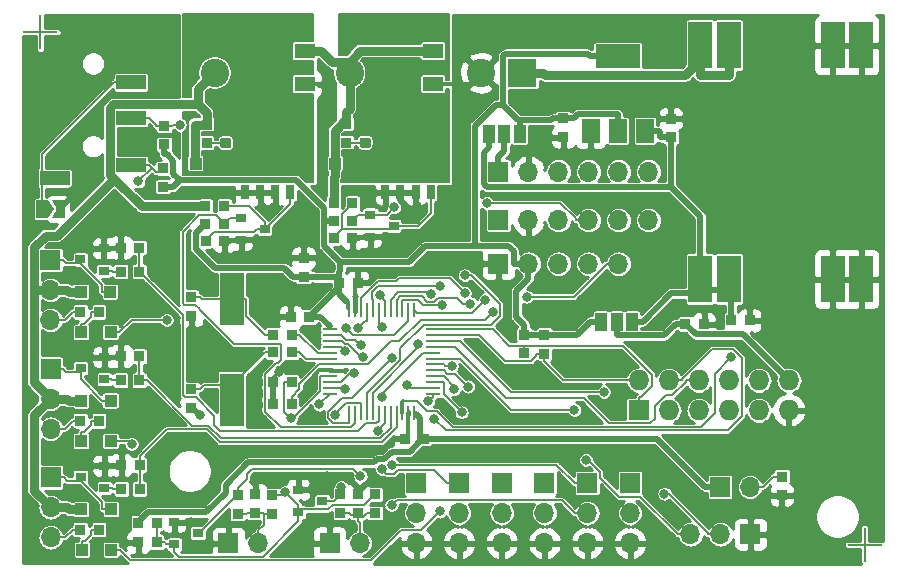
<source format=gtl>
G04 #@! TF.GenerationSoftware,KiCad,Pcbnew,6.0.0-rc1-unknown-170ff66~66~ubuntu18.10.1*
G04 #@! TF.CreationDate,2019-01-13T01:38:04-08:00
G04 #@! TF.ProjectId,EExtruder,45457874-7275-4646-9572-2e6b69636164,rev?*
G04 #@! TF.SameCoordinates,Original*
G04 #@! TF.FileFunction,Copper,L1,Top*
G04 #@! TF.FilePolarity,Positive*
%FSLAX46Y46*%
G04 Gerber Fmt 4.6, Leading zero omitted, Abs format (unit mm)*
G04 Created by KiCad (PCBNEW 6.0.0-rc1-unknown-170ff66~66~ubuntu18.10.1) date Sun 13 Jan 2019 01:38:04 AM PST*
%MOMM*%
%LPD*%
G04 APERTURE LIST*
%ADD10R,2.500000X1.200000*%
%ADD11R,1.500000X2.000000*%
%ADD12R,3.800000X2.000000*%
%ADD13O,1.700000X1.700000*%
%ADD14R,1.700000X1.700000*%
%ADD15R,1.000000X1.500000*%
%ADD16R,0.950000X0.875000*%
%ADD17R,0.875000X0.950000*%
%ADD18R,3.000000X0.127000*%
%ADD19R,0.127000X3.000000*%
%ADD20C,0.300000*%
%ADD21C,0.100000*%
%ADD22R,2.400000X2.400000*%
%ADD23C,2.400000*%
%ADD24R,1.750000X1.250000*%
%ADD25R,2.000000X4.000000*%
%ADD26O,1.727200X1.727200*%
%ADD27R,1.727200X1.727200*%
%ADD28R,2.000000X4.500000*%
%ADD29R,0.250000X1.300000*%
%ADD30R,1.300000X0.250000*%
%ADD31R,0.900000X0.800000*%
%ADD32R,0.700000X1.150000*%
%ADD33R,4.200000X3.300000*%
%ADD34R,4.700000X1.550000*%
%ADD35R,1.000000X1.000000*%
%ADD36C,0.875000*%
%ADD37C,0.800000*%
%ADD38C,0.304800*%
%ADD39C,0.508000*%
%ADD40C,0.152400*%
%ADD41C,0.762000*%
%ADD42C,0.254000*%
G04 APERTURE END LIST*
D10*
X137425000Y-89150000D03*
X137425000Y-92150000D03*
X137425000Y-96150000D03*
X130925000Y-97250000D03*
D11*
X176300000Y-93250000D03*
X180900000Y-93250000D03*
X178600000Y-93250000D03*
D12*
X178600000Y-86950000D03*
D13*
X181200000Y-96700000D03*
X178660000Y-96700000D03*
X176120000Y-96700000D03*
X173580000Y-96700000D03*
X171040000Y-96700000D03*
D14*
X168500000Y-96700000D03*
D13*
X181200000Y-100800000D03*
X178660000Y-100800000D03*
X176120000Y-100800000D03*
X173580000Y-100800000D03*
X171040000Y-100800000D03*
D14*
X168500000Y-100800000D03*
D15*
X179800000Y-109400000D03*
X178500000Y-109400000D03*
X177200000Y-109400000D03*
X167700000Y-93500000D03*
X169000000Y-93500000D03*
X170300000Y-93500000D03*
D16*
X174000000Y-92200000D03*
X174000000Y-93775000D03*
X183100000Y-93787500D03*
X183100000Y-92212500D03*
D17*
X188212500Y-109300000D03*
X189787500Y-109300000D03*
D18*
X199500000Y-128300000D03*
D19*
X199500000Y-128300000D03*
D18*
X129730000Y-84899500D03*
D19*
X129730000Y-84899500D03*
D20*
X129868000Y-99885500D03*
D21*
G36*
X130868000Y-99885500D02*
G01*
X130368000Y-100635500D01*
X129368000Y-100635500D01*
X129368000Y-99135500D01*
X130368000Y-99135500D01*
X130868000Y-99885500D01*
X130868000Y-99885500D01*
G37*
D20*
X131318000Y-99885500D03*
D21*
G36*
X131818000Y-100635500D02*
G01*
X130668000Y-100635500D01*
X131168000Y-99885500D01*
X130668000Y-99135500D01*
X131818000Y-99135500D01*
X131818000Y-100635500D01*
X131818000Y-100635500D01*
G37*
D22*
X148000000Y-88328500D03*
D23*
X144500000Y-88328500D03*
D22*
X159400000Y-88328500D03*
D23*
X155900000Y-88328500D03*
D22*
X170505000Y-88328500D03*
D23*
X167005000Y-88328500D03*
D13*
X178660000Y-104500000D03*
X176120000Y-104500000D03*
X173580000Y-104500000D03*
X171040000Y-104500000D03*
D14*
X168500000Y-104500000D03*
D17*
X134683500Y-108585000D03*
X133108500Y-108585000D03*
X136524500Y-105156000D03*
X138099500Y-105156000D03*
X138099500Y-103124000D03*
X136524500Y-103124000D03*
X134683500Y-127000000D03*
X133108500Y-127000000D03*
X136562500Y-123571000D03*
X138137500Y-123571000D03*
X138137500Y-121539000D03*
X136562500Y-121539000D03*
X134683500Y-117792000D03*
X133108500Y-117792000D03*
X136524500Y-114364000D03*
X138099500Y-114364000D03*
X138112500Y-112332000D03*
X136537500Y-112332000D03*
D16*
X155130000Y-124015500D03*
X155130000Y-125590500D03*
X158052000Y-124028500D03*
X158052000Y-125603500D03*
X146431000Y-124078500D03*
X146431000Y-125653500D03*
X149352000Y-124078500D03*
X149352000Y-125653500D03*
X143828000Y-92710000D03*
X143828000Y-94285000D03*
D17*
X143712500Y-102552000D03*
X145287500Y-102552000D03*
X145275500Y-99631500D03*
X143700500Y-99631500D03*
X143700500Y-101092000D03*
X145275500Y-101092000D03*
D16*
X155638000Y-92659000D03*
X155638000Y-94234000D03*
D17*
X154571500Y-102298000D03*
X156146500Y-102298000D03*
X156146500Y-99377500D03*
X154571500Y-99377500D03*
X154571500Y-100838000D03*
X156146500Y-100838000D03*
X139573500Y-126428000D03*
X137998500Y-126428000D03*
D16*
X172400000Y-110524500D03*
X172400000Y-112099500D03*
X192500000Y-122512500D03*
X192500000Y-124087500D03*
X170700000Y-110512500D03*
X170700000Y-112087500D03*
D17*
X150987500Y-112000000D03*
X149412500Y-112000000D03*
X150987500Y-110490000D03*
X149412500Y-110490000D03*
D16*
X140100000Y-97987500D03*
X140100000Y-96412500D03*
X140200000Y-94387500D03*
X140200000Y-92812500D03*
X156591000Y-125603500D03*
X156591000Y-124028500D03*
X147892000Y-125603500D03*
X147892000Y-124028500D03*
D24*
X152100000Y-86500000D03*
X152100000Y-89300000D03*
X163000000Y-86500000D03*
X163000000Y-89300000D03*
D17*
X150987500Y-114500000D03*
X149412500Y-114500000D03*
X139573500Y-128080000D03*
X137998500Y-128080000D03*
X184340500Y-109601000D03*
X185915500Y-109601000D03*
X150987500Y-116400000D03*
X149412500Y-116400000D03*
X162187500Y-119300000D03*
X160612500Y-119300000D03*
X155012500Y-106100000D03*
X156587500Y-106100000D03*
D16*
X142500000Y-115112500D03*
X142500000Y-116687500D03*
X142500000Y-107312500D03*
X142500000Y-108887500D03*
D17*
X152487500Y-109000000D03*
X150912500Y-109000000D03*
D16*
X152000000Y-105587500D03*
X152000000Y-104012500D03*
D25*
X188000000Y-105800000D03*
X185600000Y-105800000D03*
X196800000Y-105800000D03*
X199200000Y-105800000D03*
X188000000Y-86000000D03*
X185600000Y-86000000D03*
X196800000Y-86000000D03*
X199200000Y-86000000D03*
D26*
X193100000Y-114360000D03*
X193100000Y-116900000D03*
X190560000Y-114360000D03*
X190560000Y-116900000D03*
X188020000Y-114360000D03*
X188020000Y-116900000D03*
X185480000Y-114360000D03*
X185480000Y-116900000D03*
X182940000Y-114360000D03*
X182940000Y-116900000D03*
X180400000Y-114360000D03*
D27*
X180400000Y-116900000D03*
D28*
X145923000Y-107514000D03*
X145923000Y-116014000D03*
D29*
X155873000Y-108426000D03*
X156373000Y-108426000D03*
X156873000Y-108426000D03*
X157373000Y-108426000D03*
X157873000Y-108426000D03*
X158373000Y-108426000D03*
X158873000Y-108426000D03*
X159373000Y-108426000D03*
X159873000Y-108426000D03*
X160373000Y-108426000D03*
X160873000Y-108426000D03*
X161373000Y-108426000D03*
D30*
X162973000Y-110026000D03*
X162973000Y-110526000D03*
X162973000Y-111026000D03*
X162973000Y-111526000D03*
X162973000Y-112026000D03*
X162973000Y-112526000D03*
X162973000Y-113026000D03*
X162973000Y-113526000D03*
X162973000Y-114026000D03*
X162973000Y-114526000D03*
X162973000Y-115026000D03*
X162973000Y-115526000D03*
D29*
X161373000Y-117126000D03*
X160873000Y-117126000D03*
X160373000Y-117126000D03*
X159873000Y-117126000D03*
X159373000Y-117126000D03*
X158873000Y-117126000D03*
X158373000Y-117126000D03*
X157873000Y-117126000D03*
X157373000Y-117126000D03*
X156873000Y-117126000D03*
X156373000Y-117126000D03*
X155873000Y-117126000D03*
D30*
X154273000Y-115526000D03*
X154273000Y-115026000D03*
X154273000Y-114526000D03*
X154273000Y-114026000D03*
X154273000Y-113526000D03*
X154273000Y-113026000D03*
X154273000Y-112526000D03*
X154273000Y-112026000D03*
X154273000Y-111526000D03*
X154273000Y-111026000D03*
X154273000Y-110526000D03*
X154273000Y-110026000D03*
D31*
X133096000Y-104138000D03*
X135096000Y-103188000D03*
X135096000Y-105088000D03*
X133128000Y-122552000D03*
X135128000Y-121602000D03*
X135128000Y-123502000D03*
X133128000Y-113345000D03*
X135128000Y-112395000D03*
X135128000Y-114295000D03*
D32*
X150881000Y-98456500D03*
D33*
X148971000Y-95186500D03*
D34*
X148971000Y-92986500D03*
D32*
X149611000Y-98456500D03*
X147061000Y-98456500D03*
X148331000Y-98456500D03*
D31*
X148717000Y-101536000D03*
X146717000Y-102486000D03*
X146717000Y-100586000D03*
D32*
X162756000Y-98466000D03*
D33*
X160846000Y-95196000D03*
D34*
X160846000Y-92996000D03*
D32*
X161486000Y-98466000D03*
X158936000Y-98466000D03*
X160206000Y-98466000D03*
D31*
X159639000Y-101282000D03*
X157639000Y-102232000D03*
X157639000Y-100332000D03*
D13*
X161544000Y-128143000D03*
X161544000Y-125603000D03*
D14*
X161544000Y-123063000D03*
D13*
X179642000Y-128143000D03*
X179642000Y-125603000D03*
D14*
X179642000Y-123063000D03*
D13*
X176022000Y-128143000D03*
X176022000Y-125603000D03*
D14*
X176022000Y-123063000D03*
D13*
X172402000Y-128143000D03*
X172402000Y-125603000D03*
D14*
X172402000Y-123063000D03*
D13*
X168783000Y-128143000D03*
X168783000Y-125603000D03*
D14*
X168783000Y-123063000D03*
D13*
X165164000Y-128143000D03*
X165164000Y-125603000D03*
D14*
X165164000Y-123063000D03*
D13*
X189800000Y-123400000D03*
D14*
X187260000Y-123400000D03*
D13*
X184760000Y-127400000D03*
X187300000Y-127400000D03*
D14*
X189840000Y-127400000D03*
D13*
X130568000Y-109261000D03*
X130568000Y-106721000D03*
D14*
X130568000Y-104181000D03*
D13*
X130607000Y-127656000D03*
X130607000Y-125116000D03*
D14*
X130607000Y-122576000D03*
D13*
X130580000Y-118468000D03*
X130580000Y-115928000D03*
D14*
X130580000Y-113388000D03*
D13*
X156759000Y-128143000D03*
D14*
X154219000Y-128143000D03*
D13*
X148182000Y-128156000D03*
D14*
X145642000Y-128156000D03*
D35*
X135660000Y-110300000D03*
X133160000Y-110300000D03*
X135636000Y-106870000D03*
X133136000Y-106870000D03*
X135723000Y-128714000D03*
X133223000Y-128714000D03*
X135680000Y-125286000D03*
X133180000Y-125286000D03*
X135660000Y-119507000D03*
X133160000Y-119507000D03*
X135660000Y-116078000D03*
X133160000Y-116078000D03*
D31*
X153574000Y-124587000D03*
X151574000Y-125537000D03*
X151574000Y-123637000D03*
X143066000Y-127318000D03*
X141066000Y-128268000D03*
X141066000Y-126368000D03*
D35*
X145375000Y-96012000D03*
X142875000Y-96012000D03*
D21*
G36*
X145692691Y-93848553D02*
G01*
X145713926Y-93851703D01*
X145734750Y-93856919D01*
X145754962Y-93864151D01*
X145774368Y-93873330D01*
X145792781Y-93884366D01*
X145810024Y-93897154D01*
X145825930Y-93911570D01*
X145840346Y-93927476D01*
X145853134Y-93944719D01*
X145864170Y-93963132D01*
X145873349Y-93982538D01*
X145880581Y-94002750D01*
X145885797Y-94023574D01*
X145888947Y-94044809D01*
X145890000Y-94066250D01*
X145890000Y-94503750D01*
X145888947Y-94525191D01*
X145885797Y-94546426D01*
X145880581Y-94567250D01*
X145873349Y-94587462D01*
X145864170Y-94606868D01*
X145853134Y-94625281D01*
X145840346Y-94642524D01*
X145825930Y-94658430D01*
X145810024Y-94672846D01*
X145792781Y-94685634D01*
X145774368Y-94696670D01*
X145754962Y-94705849D01*
X145734750Y-94713081D01*
X145713926Y-94718297D01*
X145692691Y-94721447D01*
X145671250Y-94722500D01*
X145158750Y-94722500D01*
X145137309Y-94721447D01*
X145116074Y-94718297D01*
X145095250Y-94713081D01*
X145075038Y-94705849D01*
X145055632Y-94696670D01*
X145037219Y-94685634D01*
X145019976Y-94672846D01*
X145004070Y-94658430D01*
X144989654Y-94642524D01*
X144976866Y-94625281D01*
X144965830Y-94606868D01*
X144956651Y-94587462D01*
X144949419Y-94567250D01*
X144944203Y-94546426D01*
X144941053Y-94525191D01*
X144940000Y-94503750D01*
X144940000Y-94066250D01*
X144941053Y-94044809D01*
X144944203Y-94023574D01*
X144949419Y-94002750D01*
X144956651Y-93982538D01*
X144965830Y-93963132D01*
X144976866Y-93944719D01*
X144989654Y-93927476D01*
X145004070Y-93911570D01*
X145019976Y-93897154D01*
X145037219Y-93884366D01*
X145055632Y-93873330D01*
X145075038Y-93864151D01*
X145095250Y-93856919D01*
X145116074Y-93851703D01*
X145137309Y-93848553D01*
X145158750Y-93847500D01*
X145671250Y-93847500D01*
X145692691Y-93848553D01*
X145692691Y-93848553D01*
G37*
D36*
X145415000Y-94285000D03*
D21*
G36*
X145692691Y-92273553D02*
G01*
X145713926Y-92276703D01*
X145734750Y-92281919D01*
X145754962Y-92289151D01*
X145774368Y-92298330D01*
X145792781Y-92309366D01*
X145810024Y-92322154D01*
X145825930Y-92336570D01*
X145840346Y-92352476D01*
X145853134Y-92369719D01*
X145864170Y-92388132D01*
X145873349Y-92407538D01*
X145880581Y-92427750D01*
X145885797Y-92448574D01*
X145888947Y-92469809D01*
X145890000Y-92491250D01*
X145890000Y-92928750D01*
X145888947Y-92950191D01*
X145885797Y-92971426D01*
X145880581Y-92992250D01*
X145873349Y-93012462D01*
X145864170Y-93031868D01*
X145853134Y-93050281D01*
X145840346Y-93067524D01*
X145825930Y-93083430D01*
X145810024Y-93097846D01*
X145792781Y-93110634D01*
X145774368Y-93121670D01*
X145754962Y-93130849D01*
X145734750Y-93138081D01*
X145713926Y-93143297D01*
X145692691Y-93146447D01*
X145671250Y-93147500D01*
X145158750Y-93147500D01*
X145137309Y-93146447D01*
X145116074Y-93143297D01*
X145095250Y-93138081D01*
X145075038Y-93130849D01*
X145055632Y-93121670D01*
X145037219Y-93110634D01*
X145019976Y-93097846D01*
X145004070Y-93083430D01*
X144989654Y-93067524D01*
X144976866Y-93050281D01*
X144965830Y-93031868D01*
X144956651Y-93012462D01*
X144949419Y-92992250D01*
X144944203Y-92971426D01*
X144941053Y-92950191D01*
X144940000Y-92928750D01*
X144940000Y-92491250D01*
X144941053Y-92469809D01*
X144944203Y-92448574D01*
X144949419Y-92427750D01*
X144956651Y-92407538D01*
X144965830Y-92388132D01*
X144976866Y-92369719D01*
X144989654Y-92352476D01*
X145004070Y-92336570D01*
X145019976Y-92322154D01*
X145037219Y-92309366D01*
X145055632Y-92298330D01*
X145075038Y-92289151D01*
X145095250Y-92281919D01*
X145116074Y-92276703D01*
X145137309Y-92273553D01*
X145158750Y-92272500D01*
X145671250Y-92272500D01*
X145692691Y-92273553D01*
X145692691Y-92273553D01*
G37*
D36*
X145415000Y-92710000D03*
D35*
X157186000Y-96012000D03*
X154686000Y-96012000D03*
D21*
G36*
X157503691Y-93823053D02*
G01*
X157524926Y-93826203D01*
X157545750Y-93831419D01*
X157565962Y-93838651D01*
X157585368Y-93847830D01*
X157603781Y-93858866D01*
X157621024Y-93871654D01*
X157636930Y-93886070D01*
X157651346Y-93901976D01*
X157664134Y-93919219D01*
X157675170Y-93937632D01*
X157684349Y-93957038D01*
X157691581Y-93977250D01*
X157696797Y-93998074D01*
X157699947Y-94019309D01*
X157701000Y-94040750D01*
X157701000Y-94478250D01*
X157699947Y-94499691D01*
X157696797Y-94520926D01*
X157691581Y-94541750D01*
X157684349Y-94561962D01*
X157675170Y-94581368D01*
X157664134Y-94599781D01*
X157651346Y-94617024D01*
X157636930Y-94632930D01*
X157621024Y-94647346D01*
X157603781Y-94660134D01*
X157585368Y-94671170D01*
X157565962Y-94680349D01*
X157545750Y-94687581D01*
X157524926Y-94692797D01*
X157503691Y-94695947D01*
X157482250Y-94697000D01*
X156969750Y-94697000D01*
X156948309Y-94695947D01*
X156927074Y-94692797D01*
X156906250Y-94687581D01*
X156886038Y-94680349D01*
X156866632Y-94671170D01*
X156848219Y-94660134D01*
X156830976Y-94647346D01*
X156815070Y-94632930D01*
X156800654Y-94617024D01*
X156787866Y-94599781D01*
X156776830Y-94581368D01*
X156767651Y-94561962D01*
X156760419Y-94541750D01*
X156755203Y-94520926D01*
X156752053Y-94499691D01*
X156751000Y-94478250D01*
X156751000Y-94040750D01*
X156752053Y-94019309D01*
X156755203Y-93998074D01*
X156760419Y-93977250D01*
X156767651Y-93957038D01*
X156776830Y-93937632D01*
X156787866Y-93919219D01*
X156800654Y-93901976D01*
X156815070Y-93886070D01*
X156830976Y-93871654D01*
X156848219Y-93858866D01*
X156866632Y-93847830D01*
X156886038Y-93838651D01*
X156906250Y-93831419D01*
X156927074Y-93826203D01*
X156948309Y-93823053D01*
X156969750Y-93822000D01*
X157482250Y-93822000D01*
X157503691Y-93823053D01*
X157503691Y-93823053D01*
G37*
D36*
X157226000Y-94259500D03*
D21*
G36*
X157503691Y-92248053D02*
G01*
X157524926Y-92251203D01*
X157545750Y-92256419D01*
X157565962Y-92263651D01*
X157585368Y-92272830D01*
X157603781Y-92283866D01*
X157621024Y-92296654D01*
X157636930Y-92311070D01*
X157651346Y-92326976D01*
X157664134Y-92344219D01*
X157675170Y-92362632D01*
X157684349Y-92382038D01*
X157691581Y-92402250D01*
X157696797Y-92423074D01*
X157699947Y-92444309D01*
X157701000Y-92465750D01*
X157701000Y-92903250D01*
X157699947Y-92924691D01*
X157696797Y-92945926D01*
X157691581Y-92966750D01*
X157684349Y-92986962D01*
X157675170Y-93006368D01*
X157664134Y-93024781D01*
X157651346Y-93042024D01*
X157636930Y-93057930D01*
X157621024Y-93072346D01*
X157603781Y-93085134D01*
X157585368Y-93096170D01*
X157565962Y-93105349D01*
X157545750Y-93112581D01*
X157524926Y-93117797D01*
X157503691Y-93120947D01*
X157482250Y-93122000D01*
X156969750Y-93122000D01*
X156948309Y-93120947D01*
X156927074Y-93117797D01*
X156906250Y-93112581D01*
X156886038Y-93105349D01*
X156866632Y-93096170D01*
X156848219Y-93085134D01*
X156830976Y-93072346D01*
X156815070Y-93057930D01*
X156800654Y-93042024D01*
X156787866Y-93024781D01*
X156776830Y-93006368D01*
X156767651Y-92986962D01*
X156760419Y-92966750D01*
X156755203Y-92945926D01*
X156752053Y-92924691D01*
X156751000Y-92903250D01*
X156751000Y-92465750D01*
X156752053Y-92444309D01*
X156755203Y-92423074D01*
X156760419Y-92402250D01*
X156767651Y-92382038D01*
X156776830Y-92362632D01*
X156787866Y-92344219D01*
X156800654Y-92326976D01*
X156815070Y-92311070D01*
X156830976Y-92296654D01*
X156848219Y-92283866D01*
X156866632Y-92272830D01*
X156886038Y-92263651D01*
X156906250Y-92256419D01*
X156927074Y-92251203D01*
X156948309Y-92248053D01*
X156969750Y-92247000D01*
X157482250Y-92247000D01*
X157503691Y-92248053D01*
X157503691Y-92248053D01*
G37*
D36*
X157226000Y-92684500D03*
D37*
X152704545Y-114604545D03*
X149900000Y-113700000D03*
X142500000Y-105100000D03*
X140700000Y-104600000D03*
X139400000Y-108000000D03*
X140400000Y-111600000D03*
X142600000Y-111400000D03*
X146000000Y-112800000D03*
X149900000Y-106900000D03*
X150300000Y-102000000D03*
X158900000Y-103400000D03*
X161600000Y-99600000D03*
X164600000Y-98900000D03*
X143900000Y-98400000D03*
X153500000Y-98300000D03*
X158779325Y-105300000D03*
X165800000Y-104200000D03*
X172600000Y-108600000D03*
X172500000Y-105700000D03*
X174400000Y-102700000D03*
X181100000Y-106600000D03*
X182400000Y-104300000D03*
X183600000Y-101700000D03*
X186900000Y-102600000D03*
X184200000Y-112000000D03*
X184300000Y-115600000D03*
X146000000Y-120800000D03*
X152800000Y-123400000D03*
X151700000Y-127800000D03*
X147900000Y-123011710D03*
X159300000Y-123100000D03*
X154000000Y-120400000D03*
X152300000Y-120300000D03*
X149900000Y-120300000D03*
X143200000Y-117300000D03*
X183400000Y-108400000D03*
X175100000Y-112500000D03*
X178800000Y-112700000D03*
X176900000Y-113400000D03*
X178500000Y-116000000D03*
X132700000Y-98900000D03*
X135100000Y-101200000D03*
X132100000Y-89700000D03*
X173300000Y-120400000D03*
X170400000Y-117600000D03*
X167200000Y-111900000D03*
X172500000Y-114100000D03*
X166500000Y-117400000D03*
X165700000Y-120400000D03*
X152300000Y-117700000D03*
X147800000Y-117300000D03*
X144000000Y-115900000D03*
X139100000Y-116300000D03*
X140600000Y-113700000D03*
X163500000Y-104400000D03*
X138100000Y-94200000D03*
X190400000Y-119600000D03*
X189100000Y-121600000D03*
X154000000Y-122500000D03*
X149600000Y-122700000D03*
X157441307Y-99233410D03*
X148500000Y-99700000D03*
X149500000Y-99700000D03*
X145800000Y-98400000D03*
X161600000Y-100500000D03*
X152100000Y-113200000D03*
X152800000Y-110700000D03*
X152200000Y-115500000D03*
X158200000Y-128200000D03*
X159400000Y-126600000D03*
X142500000Y-126353009D03*
X140460753Y-117871390D03*
X159100000Y-129300000D03*
X170880500Y-107282000D03*
X168029100Y-108559200D03*
X150933600Y-117573300D03*
X150468400Y-123837600D03*
X160800000Y-96200000D03*
X159500000Y-96200000D03*
X159500000Y-95100000D03*
X160800000Y-95100000D03*
X162100000Y-96200000D03*
X162100000Y-95100000D03*
X162100000Y-94000000D03*
X160800000Y-94000000D03*
X159500000Y-94000000D03*
X149000000Y-94900000D03*
X147800000Y-94900000D03*
X147800000Y-96000000D03*
X149000000Y-96000000D03*
X150300000Y-96000000D03*
X150300000Y-94900000D03*
X150300000Y-93900000D03*
X149000000Y-93900000D03*
X147800000Y-93900000D03*
X156254000Y-113757100D03*
X156822227Y-122502178D03*
X155512000Y-115097600D03*
X155200000Y-123400000D03*
X155609500Y-109942700D03*
X137443900Y-119772100D03*
X163684000Y-108030400D03*
X163526400Y-125475100D03*
X160754800Y-114739000D03*
X140415400Y-109246400D03*
X164529600Y-113161600D03*
X175905500Y-121114000D03*
X174934400Y-116863600D03*
X182557400Y-123965600D03*
X163555000Y-106365700D03*
X153340200Y-116416200D03*
X166132300Y-107869400D03*
X154697400Y-117299800D03*
X165647800Y-105473700D03*
X163045800Y-117624100D03*
X162754700Y-107093300D03*
X161708600Y-111316700D03*
X167516600Y-99365400D03*
X164726200Y-115131500D03*
X158613485Y-121866821D03*
X158271229Y-118626199D03*
X158633500Y-115820000D03*
X165377800Y-117082900D03*
X156825100Y-111410000D03*
X165924200Y-114893400D03*
X157058500Y-112362800D03*
X159449800Y-124942500D03*
X156611600Y-109920500D03*
X159522215Y-121519183D03*
X155503100Y-111927600D03*
X165651900Y-106959100D03*
X159505400Y-112455500D03*
X159683300Y-99724400D03*
X141556700Y-92765300D03*
X158638100Y-109838200D03*
X138022600Y-97530500D03*
X158445300Y-107144900D03*
X177422100Y-115362200D03*
X167385400Y-107562400D03*
X188183100Y-112428900D03*
X162543586Y-116154597D03*
D38*
X153318200Y-113526000D02*
X152704545Y-114139655D01*
X154273000Y-113526000D02*
X153318200Y-113526000D01*
X152704545Y-114139655D02*
X152704545Y-114604545D01*
X149412500Y-114187500D02*
X149900000Y-113700000D01*
X149412500Y-114500000D02*
X149412500Y-114187500D01*
X152100000Y-89300000D02*
X153700000Y-89300000D01*
X166033500Y-89300000D02*
X167005000Y-88328500D01*
X163000000Y-89300000D02*
X166033500Y-89300000D01*
X156373000Y-106314500D02*
X156373000Y-108426000D01*
X156587500Y-106100000D02*
X156373000Y-106314500D01*
D39*
X157251879Y-123184599D02*
X158315401Y-123184599D01*
X156591000Y-124028500D02*
X156591000Y-123845478D01*
X156591000Y-123845478D02*
X157251879Y-123184599D01*
D38*
X160873000Y-119039500D02*
X160873000Y-117126000D01*
X160612500Y-119300000D02*
X160873000Y-119039500D01*
D39*
X142587500Y-116687500D02*
X143200000Y-117300000D01*
X142500000Y-116687500D02*
X142587500Y-116687500D01*
X132303500Y-98900000D02*
X131318000Y-99885500D01*
X132700000Y-98900000D02*
X132303500Y-98900000D01*
X156591000Y-124028500D02*
X156591000Y-123491000D01*
X156591000Y-123491000D02*
X155800000Y-122700000D01*
X154565685Y-120400000D02*
X154000000Y-120400000D01*
X158567000Y-120400000D02*
X154565685Y-120400000D01*
X159667000Y-119300000D02*
X158567000Y-120400000D01*
X160612500Y-119300000D02*
X159667000Y-119300000D01*
X160206000Y-99106000D02*
X161600000Y-100500000D01*
X160206000Y-98466000D02*
X160206000Y-99106000D01*
X155012500Y-105879500D02*
X155012500Y-106100000D01*
X155012500Y-105879500D02*
X155012500Y-105659100D01*
X141529700Y-97439500D02*
X140981700Y-97987500D01*
X153727300Y-100838000D02*
X153727300Y-99762600D01*
X153727300Y-99762600D02*
X151404200Y-97439500D01*
X151404200Y-97439500D02*
X141529700Y-97439500D01*
X141529700Y-97439500D02*
X140990200Y-96900000D01*
X140990200Y-96900000D02*
X140990200Y-95799600D01*
X140990200Y-95799600D02*
X140422300Y-95231700D01*
X140422300Y-95231700D02*
X140200000Y-95231700D01*
X140200000Y-94387500D02*
X140200000Y-95231700D01*
X140100000Y-97987500D02*
X140981700Y-97987500D01*
X155111300Y-104360700D02*
X153727300Y-102976700D01*
X153727300Y-102976700D02*
X153727300Y-100838000D01*
X161872900Y-119300000D02*
X161872900Y-118053600D01*
X161872900Y-119300000D02*
X162187500Y-119300000D01*
X166533100Y-102986600D02*
X169342600Y-102986600D01*
X169342600Y-102986600D02*
X169783300Y-103427300D01*
X169783300Y-103427300D02*
X169783300Y-104500000D01*
X166533100Y-102986600D02*
X166533100Y-92811900D01*
X166533100Y-92811900D02*
X168277100Y-91067900D01*
X168277100Y-91067900D02*
X168896400Y-91067900D01*
X152000000Y-105587500D02*
X152881700Y-105587500D01*
X155012500Y-105659100D02*
X152953300Y-105659100D01*
X152953300Y-105659100D02*
X152881700Y-105587500D01*
X155012500Y-105659100D02*
X155012500Y-105218300D01*
X155111300Y-104360700D02*
X155111300Y-105119500D01*
X155111300Y-105119500D02*
X155012500Y-105218300D01*
X154571500Y-100838000D02*
X153727300Y-100838000D01*
X168896400Y-91067900D02*
X170171800Y-92343300D01*
X170171800Y-92343300D02*
X170300000Y-92343300D01*
X176293300Y-86950000D02*
X176065000Y-86721700D01*
X176065000Y-86721700D02*
X169078400Y-86721700D01*
X169078400Y-86721700D02*
X168896400Y-86903700D01*
X168896400Y-86903700D02*
X168896400Y-91067900D01*
X171040000Y-104500000D02*
X169783300Y-104500000D01*
X170700000Y-110512500D02*
X170700000Y-109668300D01*
X171040000Y-104500000D02*
X171040000Y-105756700D01*
X171040000Y-105756700D02*
X170019300Y-106777400D01*
X170019300Y-106777400D02*
X170019300Y-108987600D01*
X170019300Y-108987600D02*
X170700000Y-109668300D01*
X186003300Y-123400000D02*
X181903300Y-119300000D01*
X181903300Y-119300000D02*
X162187500Y-119300000D01*
X187260000Y-123400000D02*
X186003300Y-123400000D01*
X177200000Y-109400000D02*
X176293300Y-109400000D01*
X172400000Y-110524500D02*
X175168800Y-110524500D01*
X175168800Y-110524500D02*
X176293300Y-109400000D01*
X172145100Y-110524500D02*
X172400000Y-110524500D01*
X178600000Y-86950000D02*
X176293300Y-86950000D01*
X174000000Y-92200000D02*
X173118300Y-92200000D01*
X170300000Y-92343300D02*
X172975000Y-92343300D01*
X172975000Y-92343300D02*
X173118300Y-92200000D01*
X170300000Y-93500000D02*
X170300000Y-92343300D01*
X174000000Y-92200000D02*
X174881700Y-92200000D01*
X174881700Y-92200000D02*
X175238400Y-91843300D01*
X175238400Y-91843300D02*
X178600000Y-91843300D01*
X178600000Y-93250000D02*
X178600000Y-91843300D01*
X152000000Y-105587500D02*
X151118300Y-105587500D01*
X143700500Y-101092000D02*
X143684800Y-101092000D01*
X143684800Y-101092000D02*
X142868200Y-101908600D01*
X142868200Y-101908600D02*
X142868200Y-103217300D01*
X142868200Y-103217300D02*
X144507700Y-104856800D01*
X144507700Y-104856800D02*
X150387600Y-104856800D01*
X150387600Y-104856800D02*
X151118300Y-105587500D01*
X172145100Y-110524500D02*
X171518300Y-110524500D01*
X170700000Y-110512500D02*
X171506300Y-110512500D01*
X171506300Y-110512500D02*
X171518300Y-110524500D01*
X162313400Y-102986600D02*
X166533100Y-102986600D01*
X155111300Y-104360700D02*
X160939300Y-104360700D01*
X160939300Y-104360700D02*
X162313400Y-102986600D01*
X161872900Y-118053600D02*
X161872900Y-117572900D01*
X161872900Y-117572900D02*
X161500000Y-117200000D01*
X155012500Y-106475000D02*
X152487500Y-109000000D01*
X155012500Y-106100000D02*
X155012500Y-106475000D01*
X153433000Y-109000000D02*
X154200000Y-109767000D01*
X152487500Y-109000000D02*
X153433000Y-109000000D01*
D40*
X154200000Y-109953000D02*
X154273000Y-110026000D01*
X154200000Y-109767000D02*
X154200000Y-109953000D01*
D39*
X155012500Y-107083000D02*
X155700000Y-107770500D01*
X155012500Y-106100000D02*
X155012500Y-107083000D01*
D40*
X155700000Y-108253000D02*
X155873000Y-108426000D01*
X155700000Y-107770500D02*
X155700000Y-108253000D01*
D39*
X138842401Y-125546599D02*
X137998500Y-126390500D01*
X143753401Y-125546599D02*
X138842401Y-125546599D01*
X137998500Y-126390500D02*
X137998500Y-126428000D01*
X145400000Y-123215600D02*
X145400000Y-123900000D01*
X147300000Y-121315600D02*
X145400000Y-123215600D01*
X158002600Y-121315600D02*
X147300000Y-121315600D01*
X161872900Y-119535900D02*
X160990600Y-120418200D01*
X145400000Y-123900000D02*
X143753401Y-125546599D01*
X158257789Y-121060411D02*
X158002600Y-121315600D01*
X161872900Y-119300000D02*
X161872900Y-119535900D01*
X160990600Y-120418200D02*
X159482762Y-120418200D01*
X158840551Y-121060411D02*
X158257789Y-121060411D01*
X159482762Y-120418200D02*
X158840551Y-121060411D01*
D40*
X149412500Y-110490000D02*
X148746100Y-110490000D01*
X145923000Y-107514000D02*
X147151900Y-107514000D01*
X147151900Y-107514000D02*
X147151900Y-108895800D01*
X147151900Y-108895800D02*
X148746100Y-110490000D01*
X143203900Y-107312500D02*
X143405400Y-107514000D01*
X143405400Y-107514000D02*
X145923000Y-107514000D01*
X142500000Y-107312500D02*
X143203900Y-107312500D01*
X149412500Y-112000000D02*
X148746100Y-112000000D01*
X145923000Y-114774500D02*
X145971600Y-114774500D01*
X145971600Y-114774500D02*
X148746100Y-112000000D01*
X143203900Y-115112500D02*
X143541900Y-114774500D01*
X143541900Y-114774500D02*
X145923000Y-114774500D01*
X142500000Y-115112500D02*
X143203900Y-115112500D01*
X145923000Y-116014000D02*
X145923000Y-114774500D01*
X155151900Y-113026000D02*
X157499500Y-113026000D01*
X157499500Y-113026000D02*
X159443600Y-111081900D01*
X159443600Y-111081900D02*
X160116200Y-111081900D01*
X160116200Y-111081900D02*
X161951800Y-109246300D01*
X161951800Y-109246300D02*
X167342000Y-109246300D01*
X167342000Y-109246300D02*
X168029100Y-108559200D01*
X154273000Y-113026000D02*
X155151900Y-113026000D01*
X178660000Y-104500000D02*
X177581100Y-104500000D01*
X170880500Y-107282000D02*
X174910900Y-107282000D01*
X174910900Y-107282000D02*
X177581100Y-104611800D01*
X177581100Y-104611800D02*
X177581100Y-104500000D01*
X151653900Y-114651470D02*
X151653900Y-115106200D01*
X153279370Y-113026000D02*
X151653900Y-114651470D01*
X150987500Y-115772600D02*
X150987500Y-116400000D01*
X154273000Y-113026000D02*
X153279370Y-113026000D01*
X151653900Y-115106200D02*
X150987500Y-115772600D01*
X150987500Y-114500000D02*
X150321100Y-114500000D01*
X154273000Y-114026000D02*
X153394100Y-114026000D01*
X153394100Y-114026000D02*
X153394100Y-115256900D01*
X153394100Y-115256900D02*
X151077700Y-117573300D01*
X151077700Y-117573300D02*
X150933600Y-117573300D01*
X151574000Y-124908100D02*
X151538900Y-124908100D01*
X151538900Y-124908100D02*
X150468400Y-123837600D01*
X150933600Y-117573300D02*
X150856900Y-117573300D01*
X150856900Y-117573300D02*
X150321100Y-117037500D01*
X150321100Y-117037500D02*
X150321100Y-114500000D01*
X150468400Y-123837600D02*
X150227500Y-124078500D01*
X150227500Y-124078500D02*
X150055900Y-124078500D01*
X141066000Y-128268000D02*
X141066000Y-128896900D01*
X141066000Y-128896900D02*
X141456100Y-129287000D01*
X141456100Y-129287000D02*
X148600900Y-129287000D01*
X148600900Y-129287000D02*
X151574000Y-126313900D01*
X151574000Y-126313900D02*
X151574000Y-125537000D01*
X140726600Y-128268000D02*
X141066000Y-128268000D01*
X151574000Y-125300100D02*
X151574000Y-124908100D01*
X151574000Y-125537000D02*
X151574000Y-125300100D01*
X149352000Y-124078500D02*
X150055900Y-124078500D01*
X139906700Y-128080000D02*
X139573500Y-127746800D01*
X139573500Y-127746800D02*
X139573500Y-126428000D01*
X140726600Y-128268000D02*
X140387100Y-128268000D01*
X139906700Y-128080000D02*
X140239900Y-128080000D01*
X139573500Y-128080000D02*
X139906700Y-128080000D01*
X140387100Y-128268000D02*
X140387100Y-128227200D01*
X140387100Y-128227200D02*
X140239900Y-128080000D01*
X157151189Y-124891811D02*
X158014500Y-124028500D01*
X154517589Y-124891811D02*
X157151189Y-124891811D01*
X158014500Y-124028500D02*
X158052000Y-124028500D01*
X154109300Y-125300100D02*
X154517589Y-124891811D01*
X151574000Y-125300100D02*
X154109300Y-125300100D01*
D41*
X130580000Y-115928000D02*
X129194900Y-117313100D01*
X129194900Y-117313100D02*
X129194900Y-123703900D01*
X129194900Y-123703900D02*
X130607000Y-125116000D01*
X129184300Y-106721000D02*
X129184300Y-114532300D01*
X129184300Y-114532300D02*
X130580000Y-115928000D01*
X129184300Y-106721000D02*
X129184300Y-103085800D01*
X129184300Y-103085800D02*
X130154900Y-102115200D01*
X130154900Y-102115200D02*
X131104100Y-102115200D01*
X131104100Y-102115200D02*
X135936700Y-97282600D01*
X130568000Y-106721000D02*
X129184300Y-106721000D01*
X135936700Y-97282600D02*
X138285500Y-99631500D01*
X138285500Y-99631500D02*
X143700500Y-99631500D01*
X143105400Y-91016200D02*
X135908100Y-91016200D01*
X135908100Y-91016200D02*
X135627400Y-91296900D01*
X135627400Y-91296900D02*
X135627400Y-96973400D01*
X135627400Y-96973400D02*
X135936700Y-97282600D01*
X130591300Y-106721000D02*
X130568000Y-106721000D01*
X130591300Y-106721000D02*
X130614500Y-106721000D01*
X143828000Y-91738800D02*
X143105400Y-91016200D01*
X143105400Y-91016200D02*
X143105400Y-89723100D01*
X143105400Y-89723100D02*
X144500000Y-88328500D01*
X155900000Y-87414200D02*
X154422900Y-87414200D01*
X154422900Y-87414200D02*
X153508700Y-86500000D01*
X163000000Y-86500000D02*
X156814200Y-86500000D01*
X156814200Y-86500000D02*
X155900000Y-87414200D01*
X155900000Y-87414200D02*
X155900000Y-88328500D01*
X152100000Y-86500000D02*
X153508700Y-86500000D01*
X143828000Y-92710000D02*
X142819300Y-92710000D01*
X142875000Y-96012000D02*
X142819300Y-95956300D01*
X142819300Y-95956300D02*
X142819300Y-92710000D01*
X143828000Y-92710000D02*
X143828000Y-91738800D01*
X155638000Y-91687800D02*
X155900000Y-91425800D01*
X155900000Y-91425800D02*
X155900000Y-88328500D01*
X132102300Y-106870000D02*
X131953300Y-106721000D01*
X131953300Y-106721000D02*
X130614500Y-106721000D01*
X133136000Y-106870000D02*
X132102300Y-106870000D01*
X155638000Y-92253900D02*
X155638000Y-91687800D01*
X155638000Y-92659000D02*
X155638000Y-92253900D01*
X154686000Y-96520300D02*
X154629200Y-96463500D01*
X154629200Y-96463500D02*
X154629200Y-93262700D01*
X154629200Y-93262700D02*
X155638000Y-92253900D01*
X154686000Y-96520300D02*
X154686000Y-97045700D01*
X154686000Y-96012000D02*
X154686000Y-96520300D01*
X170505000Y-88328500D02*
X172238700Y-88328500D01*
X185600000Y-87266800D02*
X184337700Y-88529100D01*
X184337700Y-88529100D02*
X172439300Y-88529100D01*
X172439300Y-88529100D02*
X172238700Y-88328500D01*
X185600000Y-87266800D02*
X185600000Y-88533700D01*
X185600000Y-86000000D02*
X185600000Y-87266800D01*
X188000000Y-86000000D02*
X188000000Y-88533700D01*
X185600000Y-88533700D02*
X188000000Y-88533700D01*
X133180000Y-125286000D02*
X132146300Y-125286000D01*
X130607000Y-125116000D02*
X131990700Y-125116000D01*
X132146300Y-125286000D02*
X132146300Y-125271600D01*
X132146300Y-125271600D02*
X131990700Y-125116000D01*
X130580000Y-115928000D02*
X131963700Y-115928000D01*
X133160000Y-116078000D02*
X132113700Y-116078000D01*
X132113700Y-116078000D02*
X131963700Y-115928000D01*
X154686000Y-97045700D02*
X154571500Y-97160200D01*
X154571500Y-97160200D02*
X154571500Y-99377500D01*
D40*
X148182000Y-128156000D02*
X148182000Y-127077100D01*
X148182000Y-127077100D02*
X148648100Y-126611000D01*
X148648100Y-126611000D02*
X148648100Y-125653500D01*
X146431000Y-125653500D02*
X147134900Y-125653500D01*
X147892000Y-125603500D02*
X147184900Y-125603500D01*
X147184900Y-125603500D02*
X147134900Y-125653500D01*
X148648100Y-125653500D02*
X148598100Y-125603500D01*
X148598100Y-125603500D02*
X147892000Y-125603500D01*
X149352000Y-125653500D02*
X148648100Y-125653500D01*
X155130000Y-125590500D02*
X155833900Y-125590500D01*
X156591000Y-125770100D02*
X156013500Y-125770100D01*
X156013500Y-125770100D02*
X155833900Y-125590500D01*
X156591000Y-125770100D02*
X156591000Y-125936700D01*
X156591000Y-125603500D02*
X156591000Y-125770100D01*
X158052000Y-125603500D02*
X157348100Y-125603500D01*
X156591000Y-125936700D02*
X157014900Y-125936700D01*
X157014900Y-125936700D02*
X157348100Y-125603500D01*
X156591000Y-125936700D02*
X156591000Y-126269900D01*
X156759000Y-128143000D02*
X156759000Y-126437900D01*
X156759000Y-126437900D02*
X156591000Y-126269900D01*
X155638000Y-94234000D02*
X156341900Y-94234000D01*
X157226000Y-94259500D02*
X156367400Y-94259500D01*
X156367400Y-94259500D02*
X156341900Y-94234000D01*
X145415000Y-94285000D02*
X143828000Y-94285000D01*
X154273000Y-114526000D02*
X155151900Y-114526000D01*
X156254000Y-113757100D02*
X155920800Y-113757100D01*
X155920800Y-113757100D02*
X155151900Y-114526000D01*
X156191448Y-121871399D02*
X156822227Y-122502178D01*
X147628601Y-121871399D02*
X156191448Y-121871399D01*
X147200000Y-122300000D02*
X147628601Y-121871399D01*
X147200000Y-122719600D02*
X147200000Y-122300000D01*
X146431000Y-123488600D02*
X147200000Y-122719600D01*
X146431000Y-124078500D02*
X146431000Y-123488600D01*
X143066000Y-127318000D02*
X143116000Y-127318000D01*
X146355500Y-124078500D02*
X146431000Y-124078500D01*
X143116000Y-127318000D02*
X146355500Y-124078500D01*
X154273000Y-115026000D02*
X155440400Y-115026000D01*
X155440400Y-115026000D02*
X155512000Y-115097600D01*
X154558500Y-124587000D02*
X155130000Y-124015500D01*
X153574000Y-124587000D02*
X154558500Y-124587000D01*
X155130000Y-124015500D02*
X155130000Y-123470000D01*
X155130000Y-123470000D02*
X155200000Y-123400000D01*
X134931100Y-116078000D02*
X133128000Y-114274900D01*
X133128000Y-114274900D02*
X133128000Y-113659400D01*
X133128000Y-113659400D02*
X131930300Y-113659400D01*
X131930300Y-113659400D02*
X131658900Y-113388000D01*
X135660000Y-116078000D02*
X134931100Y-116078000D01*
X130580000Y-113388000D02*
X131658900Y-113388000D01*
X133128000Y-113345000D02*
X133128000Y-113659400D01*
X160873000Y-108426000D02*
X160873000Y-109304900D01*
X155609500Y-109942700D02*
X156224000Y-110557200D01*
X156224000Y-110557200D02*
X159620700Y-110557200D01*
X159620700Y-110557200D02*
X160873000Y-109304900D01*
X135660000Y-119507000D02*
X137178800Y-119507000D01*
X137178800Y-119507000D02*
X137443900Y-119772100D01*
X134683500Y-117792000D02*
X134017100Y-117792000D01*
X133160000Y-119507000D02*
X133160000Y-118778100D01*
X133160000Y-118778100D02*
X133428700Y-118778100D01*
X133428700Y-118778100D02*
X134017100Y-118189700D01*
X134017100Y-118189700D02*
X134017100Y-117792000D01*
X135680000Y-125286000D02*
X134951100Y-125286000D01*
X133128000Y-122866400D02*
X131976300Y-122866400D01*
X131976300Y-122866400D02*
X131685900Y-122576000D01*
X134951100Y-125286000D02*
X134951100Y-124689500D01*
X134951100Y-124689500D02*
X133128000Y-122866400D01*
X130607000Y-122576000D02*
X131685900Y-122576000D01*
X133128000Y-122552000D02*
X133128000Y-122866400D01*
X160373000Y-107547100D02*
X161668000Y-107547100D01*
X161668000Y-107547100D02*
X162151300Y-108030400D01*
X162151300Y-108030400D02*
X163684000Y-108030400D01*
X163526400Y-125475100D02*
X161937500Y-127064000D01*
X161937500Y-127064000D02*
X160249100Y-127064000D01*
X160249100Y-127064000D02*
X157720900Y-129592200D01*
X157720900Y-129592200D02*
X137330100Y-129592200D01*
X137330100Y-129592200D02*
X136451900Y-128714000D01*
X135723000Y-128714000D02*
X136451900Y-128714000D01*
X160373000Y-108426000D02*
X160373000Y-107547100D01*
X134683500Y-127000000D02*
X134017100Y-127000000D01*
X133223000Y-128714000D02*
X133223000Y-127985100D01*
X133223000Y-127985100D02*
X133460700Y-127985100D01*
X133460700Y-127985100D02*
X134017100Y-127428700D01*
X134017100Y-127428700D02*
X134017100Y-127000000D01*
X135636000Y-106870000D02*
X134907100Y-106870000D01*
X133096000Y-104452400D02*
X131918300Y-104452400D01*
X131918300Y-104452400D02*
X131646900Y-104181000D01*
X134907100Y-106870000D02*
X134907100Y-106263500D01*
X134907100Y-106263500D02*
X133096000Y-104452400D01*
X130568000Y-104181000D02*
X131646900Y-104181000D01*
X133096000Y-104138000D02*
X133096000Y-104452400D01*
X135660000Y-110300000D02*
X136388900Y-110300000D01*
X160754800Y-114739000D02*
X161041800Y-115026000D01*
X161041800Y-115026000D02*
X162973000Y-115026000D01*
X136388900Y-110300000D02*
X137442500Y-109246400D01*
X137442500Y-109246400D02*
X140415400Y-109246400D01*
X134683500Y-108585000D02*
X134017100Y-108585000D01*
X133160000Y-110300000D02*
X133160000Y-109571100D01*
X133160000Y-109571100D02*
X133428700Y-109571100D01*
X133428700Y-109571100D02*
X134017100Y-108982700D01*
X134017100Y-108982700D02*
X134017100Y-108585000D01*
X133108500Y-117792000D02*
X132442100Y-117792000D01*
X130580000Y-118468000D02*
X131766100Y-118468000D01*
X131766100Y-118468000D02*
X132442100Y-117792000D01*
X133108500Y-127000000D02*
X132442100Y-127000000D01*
X130607000Y-127656000D02*
X131786100Y-127656000D01*
X131786100Y-127656000D02*
X132442100Y-127000000D01*
X133108500Y-108585000D02*
X132442100Y-108585000D01*
X130568000Y-109261000D02*
X131766100Y-109261000D01*
X131766100Y-109261000D02*
X132442100Y-108585000D01*
X184760000Y-127400000D02*
X183681100Y-127400000D01*
X162973000Y-113026000D02*
X163851900Y-113026000D01*
X164529600Y-113161600D02*
X163987500Y-113161600D01*
X163987500Y-113161600D02*
X163851900Y-113026000D01*
X183681100Y-127400000D02*
X180506100Y-124225000D01*
X180506100Y-124225000D02*
X178719500Y-124225000D01*
X178719500Y-124225000D02*
X177100900Y-122606400D01*
X177100900Y-122606400D02*
X177100900Y-122118200D01*
X177100900Y-122118200D02*
X176096700Y-121114000D01*
X176096700Y-121114000D02*
X175905500Y-121114000D01*
X186221100Y-127400000D02*
X186221100Y-127260700D01*
X186221100Y-127260700D02*
X182926000Y-123965600D01*
X182926000Y-123965600D02*
X182557400Y-123965600D01*
X163851900Y-112526000D02*
X165235400Y-112526000D01*
X165235400Y-112526000D02*
X169572900Y-116863500D01*
X169572900Y-116863500D02*
X174934400Y-116863500D01*
X174934400Y-116863500D02*
X174934400Y-116863600D01*
X162973000Y-112526000D02*
X163851900Y-112526000D01*
X187300000Y-127400000D02*
X186221100Y-127400000D01*
X163555000Y-106365700D02*
X158335100Y-106365700D01*
X158335100Y-106365700D02*
X157816400Y-106884400D01*
X157816400Y-106884400D02*
X157816400Y-107490500D01*
X157816400Y-107490500D02*
X157873000Y-107547100D01*
X157873000Y-108426000D02*
X157873000Y-107547100D01*
X189800000Y-123400000D02*
X190878900Y-123400000D01*
X190878900Y-123400000D02*
X191766400Y-122512500D01*
X191766400Y-122512500D02*
X192500000Y-122512500D01*
X154273000Y-115526000D02*
X154230400Y-115526000D01*
X154230400Y-115526000D02*
X153340200Y-116416200D01*
X159873000Y-107547100D02*
X160199900Y-107220200D01*
X160199900Y-107220200D02*
X161992200Y-107220200D01*
X161992200Y-107220200D02*
X162494200Y-107722200D01*
X162494200Y-107722200D02*
X163015300Y-107722200D01*
X163015300Y-107722200D02*
X163361800Y-107375700D01*
X163361800Y-107375700D02*
X164997200Y-107375700D01*
X164997200Y-107375700D02*
X165490900Y-107869400D01*
X165490900Y-107869400D02*
X166132300Y-107869400D01*
X159873000Y-108426000D02*
X159873000Y-107547100D01*
X156873000Y-117126000D02*
X156873000Y-116247100D01*
X156873000Y-116247100D02*
X155634500Y-116247100D01*
X155634500Y-116247100D02*
X154697400Y-117184200D01*
X154697400Y-117184200D02*
X154697400Y-117299800D01*
X185480000Y-114360000D02*
X184387500Y-114360000D01*
X162973000Y-111526000D02*
X164824500Y-111526000D01*
X164824500Y-111526000D02*
X169141500Y-115843000D01*
X169141500Y-115843000D02*
X175705600Y-115843000D01*
X175705600Y-115843000D02*
X177855200Y-117992600D01*
X177855200Y-117992600D02*
X181370800Y-117992600D01*
X181370800Y-117992600D02*
X181739400Y-117624000D01*
X181739400Y-117624000D02*
X181739400Y-116549400D01*
X181739400Y-116549400D02*
X182658800Y-115630000D01*
X182658800Y-115630000D02*
X183230700Y-115630000D01*
X183230700Y-115630000D02*
X184387500Y-114473200D01*
X184387500Y-114473200D02*
X184387500Y-114360000D01*
X157373000Y-117126000D02*
X157373000Y-115477300D01*
X157373000Y-115477300D02*
X160200300Y-112650000D01*
X160200300Y-112650000D02*
X160200300Y-111658300D01*
X160200300Y-111658300D02*
X162186600Y-109672000D01*
X162186600Y-109672000D02*
X167868900Y-109672000D01*
X167868900Y-109672000D02*
X168658100Y-108882800D01*
X168658100Y-108882800D02*
X168658100Y-107911000D01*
X168658100Y-107911000D02*
X166220800Y-105473700D01*
X166220800Y-105473700D02*
X165647800Y-105473700D01*
X159373000Y-108426000D02*
X159373000Y-107547100D01*
X182940000Y-114360000D02*
X184032500Y-114360000D01*
X163045800Y-117624100D02*
X164033700Y-118612000D01*
X164033700Y-118612000D02*
X187922900Y-118612000D01*
X187922900Y-118612000D02*
X189124300Y-117410600D01*
X189124300Y-117410600D02*
X189124300Y-112458200D01*
X189124300Y-112458200D02*
X188389200Y-111723100D01*
X188389200Y-111723100D02*
X186556200Y-111723100D01*
X186556200Y-111723100D02*
X184032500Y-114246800D01*
X184032500Y-114246800D02*
X184032500Y-114360000D01*
X159373000Y-107547100D02*
X160031000Y-106889100D01*
X160031000Y-106889100D02*
X162550500Y-106889100D01*
X162550500Y-106889100D02*
X162754700Y-107093300D01*
X176120000Y-100800000D02*
X175041100Y-100800000D01*
X161708600Y-111316700D02*
X161708600Y-111573400D01*
X161708600Y-111573400D02*
X157873000Y-115409000D01*
X157873000Y-115409000D02*
X157873000Y-117126000D01*
X175041100Y-100800000D02*
X175041100Y-100665100D01*
X175041100Y-100665100D02*
X173741500Y-99365500D01*
X173741500Y-99365500D02*
X167516600Y-99365500D01*
X167516600Y-99365500D02*
X167516600Y-99365400D01*
X172400000Y-112099500D02*
X171696100Y-112099500D01*
X162973000Y-110526000D02*
X166823500Y-110526000D01*
X166823500Y-110526000D02*
X169051500Y-112754000D01*
X169051500Y-112754000D02*
X171287100Y-112754000D01*
X171287100Y-112754000D02*
X171696100Y-112345000D01*
X171696100Y-112345000D02*
X171696100Y-112099500D01*
X172400000Y-112099500D02*
X172400000Y-112765900D01*
X180400000Y-114360000D02*
X173994100Y-114360000D01*
X173994100Y-114360000D02*
X172400000Y-112765900D01*
X180400000Y-115807500D02*
X180536700Y-115807500D01*
X180536700Y-115807500D02*
X181492500Y-114851700D01*
X181492500Y-114851700D02*
X181492500Y-113882800D01*
X181492500Y-113882800D02*
X179030800Y-111421100D01*
X179030800Y-111421100D02*
X170700000Y-111421100D01*
X180400000Y-116900000D02*
X180400000Y-115807500D01*
X162973000Y-110026000D02*
X168041300Y-110026000D01*
X168041300Y-110026000D02*
X169436400Y-111421100D01*
X169436400Y-111421100D02*
X170700000Y-111421100D01*
X170700000Y-112087500D02*
X170700000Y-111421100D01*
X162973000Y-114026000D02*
X163851900Y-114026000D01*
X164726200Y-115131500D02*
X164726200Y-114900300D01*
X164726200Y-114900300D02*
X163851900Y-114026000D01*
X164161600Y-123063000D02*
X163071600Y-121973000D01*
X159984852Y-121973000D02*
X159691032Y-122266820D01*
X163071600Y-121973000D02*
X159984852Y-121973000D01*
X159013484Y-122266820D02*
X158613485Y-121866821D01*
X158873000Y-117126000D02*
X158873000Y-118024428D01*
X159691032Y-122266820D02*
X159013484Y-122266820D01*
X158873000Y-118024428D02*
X158671228Y-118226200D01*
X165164000Y-123063000D02*
X164161600Y-123063000D01*
X158671228Y-118226200D02*
X158271229Y-118626199D01*
X162973000Y-112026000D02*
X162094100Y-112026000D01*
X158633500Y-115820000D02*
X158633500Y-115486600D01*
X158633500Y-115486600D02*
X162094100Y-112026000D01*
X162973000Y-114526000D02*
X163851900Y-114526000D01*
X165377800Y-117082900D02*
X163851900Y-115557000D01*
X163851900Y-115557000D02*
X163851900Y-114526000D01*
X156825100Y-111410000D02*
X156395700Y-110980600D01*
X156395700Y-110980600D02*
X155606500Y-110980600D01*
X155606500Y-110980600D02*
X155151900Y-110526000D01*
X154273000Y-110526000D02*
X155151900Y-110526000D01*
X163851900Y-113526000D02*
X164123200Y-113797300D01*
X164123200Y-113797300D02*
X164828100Y-113797300D01*
X164828100Y-113797300D02*
X165924200Y-114893400D01*
X162973000Y-113526000D02*
X163851900Y-113526000D01*
X157058500Y-112362800D02*
X156871500Y-112362800D01*
X156871500Y-112362800D02*
X155794400Y-111285700D01*
X155794400Y-111285700D02*
X155479900Y-111285700D01*
X155479900Y-111285700D02*
X155220200Y-111026000D01*
X155220200Y-111026000D02*
X154273000Y-111026000D01*
X176022000Y-125603000D02*
X174943100Y-125603000D01*
X174943100Y-125603000D02*
X173854100Y-124514000D01*
X173854100Y-124514000D02*
X159878300Y-124514000D01*
X159878300Y-124514000D02*
X159449800Y-124942500D01*
X157373000Y-108426000D02*
X157373000Y-109304900D01*
X156611600Y-109920500D02*
X157227200Y-109304900D01*
X157227200Y-109304900D02*
X157373000Y-109304900D01*
X174943100Y-123063000D02*
X173399283Y-121519183D01*
X173399283Y-121519183D02*
X160087900Y-121519183D01*
X176022000Y-123063000D02*
X174943100Y-123063000D01*
X160087900Y-121519183D02*
X159522215Y-121519183D01*
X154273000Y-111526000D02*
X155151900Y-111526000D01*
X155503100Y-111927600D02*
X155151900Y-111576400D01*
X155151900Y-111576400D02*
X155151900Y-111526000D01*
X156873000Y-107547100D02*
X156873000Y-108426000D01*
X165651900Y-106959100D02*
X164422500Y-105729700D01*
X158300000Y-105969200D02*
X156873000Y-107396200D01*
X164422500Y-105729700D02*
X160070300Y-105729700D01*
X159830800Y-105969200D02*
X158300000Y-105969200D01*
X160070300Y-105729700D02*
X159830800Y-105969200D01*
X156873000Y-107396200D02*
X156873000Y-107547100D01*
X159300300Y-101542000D02*
X159639000Y-101203300D01*
X159639000Y-101282000D02*
X159639000Y-101203300D01*
X159639000Y-101282000D02*
X161718000Y-101282000D01*
X162756000Y-100244000D02*
X162756000Y-98466000D01*
X161718000Y-101282000D02*
X162756000Y-100244000D01*
X154571500Y-102260500D02*
X154571500Y-102298000D01*
X155290000Y-101542000D02*
X154571500Y-102260500D01*
X156600000Y-101542000D02*
X155290000Y-101542000D01*
X156600000Y-101542000D02*
X159300300Y-101542000D01*
X155290000Y-100271500D02*
X155290000Y-101542000D01*
X156146500Y-99415000D02*
X155290000Y-100271500D01*
X156146500Y-99377500D02*
X156146500Y-99415000D01*
X159505400Y-112455500D02*
X156080900Y-115880000D01*
X156080900Y-115880000D02*
X155225000Y-115880000D01*
X155225000Y-115880000D02*
X154068500Y-117036500D01*
X154068500Y-117036500D02*
X154068500Y-117560300D01*
X154068500Y-117560300D02*
X154513100Y-118004900D01*
X154513100Y-118004900D02*
X155873000Y-118004900D01*
X159683300Y-99724400D02*
X159075700Y-100332000D01*
X159075700Y-100332000D02*
X157639000Y-100332000D01*
X155873000Y-117126000D02*
X155873000Y-118004900D01*
X156652500Y-100332000D02*
X156146500Y-100838000D01*
X157639000Y-100332000D02*
X156652500Y-100332000D01*
X143712500Y-102514500D02*
X143712500Y-102552000D01*
X144431000Y-101796000D02*
X143712500Y-102514500D01*
X147778100Y-101796000D02*
X144431000Y-101796000D01*
X148038100Y-101536000D02*
X147778100Y-101796000D01*
X148717000Y-101536000D02*
X148038100Y-101536000D01*
X147364900Y-99631500D02*
X148717000Y-100983600D01*
X148717000Y-100983600D02*
X148717000Y-101536000D01*
X145275500Y-99631500D02*
X147364900Y-99631500D01*
X148767000Y-101536000D02*
X148717000Y-101536000D01*
X150881000Y-99422000D02*
X148767000Y-101536000D01*
X150881000Y-98456500D02*
X150881000Y-99422000D01*
X145275500Y-101054500D02*
X145275500Y-101092000D01*
X144609000Y-100388000D02*
X145275500Y-101054500D01*
X148746000Y-113842518D02*
X149688518Y-112900000D01*
X156373000Y-117126000D02*
X156373000Y-118004900D01*
X148746000Y-117015300D02*
X148746000Y-113842518D01*
X141754800Y-107861400D02*
X141754800Y-101789900D01*
X150078600Y-118347900D02*
X148746000Y-117015300D01*
X143203900Y-108373600D02*
X143203900Y-108355200D01*
X141754800Y-101789900D02*
X143156700Y-100388000D01*
X143203900Y-108355200D02*
X142853700Y-108005000D01*
X156030000Y-118347900D02*
X150078600Y-118347900D01*
X149688518Y-112900000D02*
X149836482Y-112900000D01*
X150079000Y-112657482D02*
X150079000Y-111369800D01*
X156373000Y-118004900D02*
X156030000Y-118347900D01*
X149836482Y-112900000D02*
X150079000Y-112657482D01*
X150005200Y-111296000D02*
X146126300Y-111296000D01*
X146126300Y-111296000D02*
X143203900Y-108373600D01*
X141898400Y-108005000D02*
X141754800Y-107861400D01*
X143156700Y-100388000D02*
X144609000Y-100388000D01*
X150079000Y-111369800D02*
X150005200Y-111296000D01*
X142853700Y-108005000D02*
X141898400Y-108005000D01*
X145781500Y-100586000D02*
X145275500Y-101092000D01*
X146717000Y-100586000D02*
X145781500Y-100586000D01*
X135128000Y-114295000D02*
X135806900Y-114295000D01*
X136524500Y-114364000D02*
X135858100Y-114364000D01*
X135806900Y-114295000D02*
X135806900Y-114312800D01*
X135806900Y-114312800D02*
X135858100Y-114364000D01*
X136562500Y-123571000D02*
X135896100Y-123571000D01*
X135128000Y-123502000D02*
X135827100Y-123502000D01*
X135827100Y-123502000D02*
X135896100Y-123571000D01*
X136524500Y-105156000D02*
X135858100Y-105156000D01*
X135096000Y-105088000D02*
X135790100Y-105088000D01*
X135790100Y-105088000D02*
X135858100Y-105156000D01*
X140200000Y-92812500D02*
X140903900Y-92812500D01*
X141556700Y-92765300D02*
X140951100Y-92765300D01*
X140951100Y-92765300D02*
X140903900Y-92812500D01*
X158373000Y-108426000D02*
X158373000Y-109573100D01*
X158373000Y-109573100D02*
X158638100Y-109838200D01*
X140200000Y-92812500D02*
X139496100Y-92812500D01*
X139496100Y-92812500D02*
X139496100Y-92742200D01*
X139496100Y-92742200D02*
X138903900Y-92150000D01*
X137425000Y-92150000D02*
X138903900Y-92150000D01*
X158873000Y-108426000D02*
X158873000Y-107547100D01*
X139153500Y-96399600D02*
X138903900Y-96150000D01*
X140100000Y-96745700D02*
X139499600Y-96745700D01*
X139499600Y-96745700D02*
X139153500Y-96399600D01*
X138022600Y-97530500D02*
X139153500Y-96399600D01*
X158873000Y-107547100D02*
X158847500Y-107547100D01*
X158847500Y-107547100D02*
X158445300Y-107144900D01*
X137425000Y-96150000D02*
X138903900Y-96150000D01*
X140100000Y-96412500D02*
X140100000Y-96745700D01*
X150987500Y-110490000D02*
X151653900Y-110490000D01*
X154273000Y-112026000D02*
X153189900Y-112026000D01*
X153189900Y-112026000D02*
X151653900Y-110490000D01*
X150987500Y-112000000D02*
X151653900Y-112000000D01*
X154273000Y-112526000D02*
X152179900Y-112526000D01*
X152179900Y-112526000D02*
X151653900Y-112000000D01*
X138099500Y-114364000D02*
X138099500Y-113660100D01*
X138112500Y-112332000D02*
X138112500Y-113647100D01*
X138112500Y-113647100D02*
X138099500Y-113660100D01*
X138765900Y-114364000D02*
X142597089Y-118195189D01*
X158504719Y-119281699D02*
X159373000Y-118413418D01*
X159373000Y-118413418D02*
X159373000Y-117928400D01*
X143926256Y-118195189D02*
X145012765Y-119281699D01*
X145012765Y-119281699D02*
X158504719Y-119281699D01*
X142597089Y-118195189D02*
X143926256Y-118195189D01*
X138099500Y-114364000D02*
X138765900Y-114364000D01*
X159373000Y-117928400D02*
X159373000Y-117126000D01*
X138137500Y-121539000D02*
X138137500Y-123571000D01*
X138137500Y-120762500D02*
X138137500Y-121539000D01*
X159873000Y-118344485D02*
X158617485Y-119600000D01*
X159873000Y-117126000D02*
X159873000Y-118344485D01*
X158617485Y-119600000D02*
X144900000Y-119600000D01*
X144900000Y-119600000D02*
X143800000Y-118500000D01*
X140400000Y-118500000D02*
X138137500Y-120762500D01*
X143800000Y-118500000D02*
X140400000Y-118500000D01*
X138099500Y-103124000D02*
X138099500Y-105156000D01*
X141796100Y-108852600D02*
X138765900Y-105822400D01*
X157297100Y-118004900D02*
X156639100Y-118662900D01*
X156639100Y-118662900D02*
X144958800Y-118662900D01*
X142885600Y-115779000D02*
X141930300Y-115779000D01*
X138728400Y-105822400D02*
X138099500Y-105193500D01*
X158373000Y-117126000D02*
X158373000Y-117791578D01*
X158373000Y-117791578D02*
X158159678Y-118004900D01*
X141796100Y-115644800D02*
X141796100Y-108852600D01*
X138765900Y-105822400D02*
X138728400Y-105822400D01*
X144958800Y-118662900D02*
X144462700Y-118166800D01*
X144462700Y-117356100D02*
X142885600Y-115779000D01*
X138099500Y-105193500D02*
X138099500Y-105156000D01*
X158159678Y-118004900D02*
X157297100Y-118004900D01*
X141930300Y-115779000D02*
X141796100Y-115644800D01*
X144462700Y-118166800D02*
X144462700Y-117356100D01*
X162973000Y-111026000D02*
X165218900Y-111026000D01*
X165218900Y-111026000D02*
X169555100Y-115362200D01*
X169555100Y-115362200D02*
X177422100Y-115362200D01*
X161373000Y-108426000D02*
X161615500Y-108668500D01*
X161615500Y-108668500D02*
X166279300Y-108668500D01*
X166279300Y-108668500D02*
X167385400Y-107562400D01*
X163306400Y-116995200D02*
X164618000Y-118306800D01*
X164618000Y-118306800D02*
X185640600Y-118306800D01*
X185640600Y-118306800D02*
X186807100Y-117140300D01*
X186807100Y-117140300D02*
X186807100Y-113804900D01*
X186807100Y-113804900D02*
X188183100Y-112428900D01*
X160373000Y-117126000D02*
X160373000Y-116247100D01*
D38*
X160373000Y-116171200D02*
X160444200Y-116100000D01*
X160373000Y-117126000D02*
X160373000Y-116171200D01*
D40*
X160444200Y-116100000D02*
X161600000Y-116100000D01*
X162495200Y-116995200D02*
X162500000Y-116995200D01*
X161600000Y-116100000D02*
X162495200Y-116995200D01*
X162500000Y-116995200D02*
X163306400Y-116995200D01*
X162973000Y-115526000D02*
X162973000Y-115803400D01*
X162973000Y-115803400D02*
X162621803Y-116154597D01*
X162621803Y-116154597D02*
X162543586Y-116154597D01*
X129868000Y-99885500D02*
X129868000Y-97258300D01*
X129868000Y-97258300D02*
X129876300Y-97250000D01*
X137425000Y-89150000D02*
X135946100Y-89150000D01*
X129876300Y-97250000D02*
X129876300Y-95219800D01*
X129876300Y-95219800D02*
X135946100Y-89150000D01*
X130925000Y-97250000D02*
X129876300Y-97250000D01*
D39*
X193100000Y-114360000D02*
X189222800Y-110482800D01*
X189222800Y-110482800D02*
X185222300Y-110482800D01*
X185222300Y-110482800D02*
X184340500Y-109601000D01*
X184340500Y-109601000D02*
X183496300Y-109601000D01*
X183496300Y-109601000D02*
X182540600Y-110556700D01*
X182540600Y-110556700D02*
X178500000Y-110556700D01*
X178500000Y-109400000D02*
X178500000Y-110556700D01*
X183100000Y-97998700D02*
X183100000Y-94631700D01*
X185600000Y-105800000D02*
X185600000Y-100498700D01*
X185600000Y-100498700D02*
X183100000Y-97998700D01*
X183100000Y-97998700D02*
X167495800Y-97998700D01*
X167495800Y-97998700D02*
X167243200Y-97746100D01*
X167243200Y-97746100D02*
X167243200Y-95113500D01*
X167243200Y-95113500D02*
X167700000Y-94656700D01*
X167700000Y-93500000D02*
X167700000Y-94656700D01*
X183100000Y-93787500D02*
X183100000Y-94631700D01*
X185600000Y-106401600D02*
X185600000Y-105800000D01*
X188000000Y-106702400D02*
X188000000Y-107003300D01*
X188000000Y-105800000D02*
X188000000Y-106702400D01*
X185600000Y-106702400D02*
X185600000Y-107003300D01*
X185600000Y-106401600D02*
X185600000Y-106702400D01*
X185600000Y-106702400D02*
X188000000Y-106702400D01*
X180706700Y-109400000D02*
X183103400Y-107003300D01*
X183103400Y-107003300D02*
X185600000Y-107003300D01*
X183100000Y-93787500D02*
X182218300Y-93787500D01*
X180900000Y-93250000D02*
X182056700Y-93250000D01*
X182218300Y-93787500D02*
X182218300Y-93411600D01*
X182218300Y-93411600D02*
X182056700Y-93250000D01*
X179800000Y-109400000D02*
X180706700Y-109400000D01*
X188000000Y-107003300D02*
X188212500Y-107215800D01*
X188212500Y-107215800D02*
X188212500Y-109300000D01*
X168500000Y-96700000D02*
X168500000Y-95443300D01*
X169000000Y-93500000D02*
X169000000Y-94943300D01*
X169000000Y-94943300D02*
X168500000Y-95443300D01*
D42*
G36*
X195499215Y-83437270D02*
G01*
X195395211Y-83506763D01*
X195306763Y-83595211D01*
X195237270Y-83699215D01*
X195189403Y-83814777D01*
X195165000Y-83937458D01*
X195165000Y-85714250D01*
X195323750Y-85873000D01*
X196673000Y-85873000D01*
X196673000Y-85853000D01*
X196927000Y-85853000D01*
X196927000Y-85873000D01*
X199073000Y-85873000D01*
X199073000Y-85853000D01*
X199327000Y-85853000D01*
X199327000Y-85873000D01*
X200676250Y-85873000D01*
X200835000Y-85714250D01*
X200835000Y-83937458D01*
X200810597Y-83814777D01*
X200762730Y-83699215D01*
X200693237Y-83595211D01*
X200604789Y-83506763D01*
X200500785Y-83437270D01*
X200473335Y-83425900D01*
X201095600Y-83425900D01*
X201095601Y-127973529D01*
X201054772Y-127961144D01*
X201000000Y-127955749D01*
X199844251Y-127955749D01*
X199844251Y-126800000D01*
X199838856Y-126745228D01*
X199822880Y-126692561D01*
X199796936Y-126644023D01*
X199762021Y-126601479D01*
X199719477Y-126566564D01*
X199670939Y-126540620D01*
X199618272Y-126524644D01*
X199563500Y-126519249D01*
X199436500Y-126519249D01*
X199381728Y-126524644D01*
X199329061Y-126540620D01*
X199280523Y-126566564D01*
X199237979Y-126601479D01*
X199203064Y-126644023D01*
X199177120Y-126692561D01*
X199161144Y-126745228D01*
X199155749Y-126800000D01*
X199155749Y-127955749D01*
X198000000Y-127955749D01*
X197945228Y-127961144D01*
X197892561Y-127977120D01*
X197844023Y-128003064D01*
X197801479Y-128037979D01*
X197766564Y-128080523D01*
X197740620Y-128129061D01*
X197724644Y-128181728D01*
X197719249Y-128236500D01*
X197719249Y-128363500D01*
X197724644Y-128418272D01*
X197740620Y-128470939D01*
X197766564Y-128519477D01*
X197801479Y-128562021D01*
X197844023Y-128596936D01*
X197892561Y-128622880D01*
X197945228Y-128638856D01*
X198000000Y-128644251D01*
X199155749Y-128644251D01*
X199155749Y-129800000D01*
X199161144Y-129854772D01*
X199173299Y-129894843D01*
X157929769Y-129880804D01*
X157973563Y-129844863D01*
X157984699Y-129831294D01*
X159316103Y-128499890D01*
X160102524Y-128499890D01*
X160147175Y-128647099D01*
X160272359Y-128909920D01*
X160446412Y-129143269D01*
X160662645Y-129338178D01*
X160912748Y-129487157D01*
X161187109Y-129584481D01*
X161417000Y-129463814D01*
X161417000Y-128270000D01*
X161671000Y-128270000D01*
X161671000Y-129463814D01*
X161900891Y-129584481D01*
X162175252Y-129487157D01*
X162425355Y-129338178D01*
X162641588Y-129143269D01*
X162815641Y-128909920D01*
X162940825Y-128647099D01*
X162985476Y-128499890D01*
X163722524Y-128499890D01*
X163767175Y-128647099D01*
X163892359Y-128909920D01*
X164066412Y-129143269D01*
X164282645Y-129338178D01*
X164532748Y-129487157D01*
X164807109Y-129584481D01*
X165037000Y-129463814D01*
X165037000Y-128270000D01*
X165291000Y-128270000D01*
X165291000Y-129463814D01*
X165520891Y-129584481D01*
X165795252Y-129487157D01*
X166045355Y-129338178D01*
X166261588Y-129143269D01*
X166435641Y-128909920D01*
X166560825Y-128647099D01*
X166605476Y-128499890D01*
X167341524Y-128499890D01*
X167386175Y-128647099D01*
X167511359Y-128909920D01*
X167685412Y-129143269D01*
X167901645Y-129338178D01*
X168151748Y-129487157D01*
X168426109Y-129584481D01*
X168656000Y-129463814D01*
X168656000Y-128270000D01*
X168910000Y-128270000D01*
X168910000Y-129463814D01*
X169139891Y-129584481D01*
X169414252Y-129487157D01*
X169664355Y-129338178D01*
X169880588Y-129143269D01*
X170054641Y-128909920D01*
X170179825Y-128647099D01*
X170224476Y-128499890D01*
X170960524Y-128499890D01*
X171005175Y-128647099D01*
X171130359Y-128909920D01*
X171304412Y-129143269D01*
X171520645Y-129338178D01*
X171770748Y-129487157D01*
X172045109Y-129584481D01*
X172275000Y-129463814D01*
X172275000Y-128270000D01*
X172529000Y-128270000D01*
X172529000Y-129463814D01*
X172758891Y-129584481D01*
X173033252Y-129487157D01*
X173283355Y-129338178D01*
X173499588Y-129143269D01*
X173673641Y-128909920D01*
X173798825Y-128647099D01*
X173843476Y-128499890D01*
X174580524Y-128499890D01*
X174625175Y-128647099D01*
X174750359Y-128909920D01*
X174924412Y-129143269D01*
X175140645Y-129338178D01*
X175390748Y-129487157D01*
X175665109Y-129584481D01*
X175895000Y-129463814D01*
X175895000Y-128270000D01*
X176149000Y-128270000D01*
X176149000Y-129463814D01*
X176378891Y-129584481D01*
X176653252Y-129487157D01*
X176903355Y-129338178D01*
X177119588Y-129143269D01*
X177293641Y-128909920D01*
X177418825Y-128647099D01*
X177463476Y-128499890D01*
X178200524Y-128499890D01*
X178245175Y-128647099D01*
X178370359Y-128909920D01*
X178544412Y-129143269D01*
X178760645Y-129338178D01*
X179010748Y-129487157D01*
X179285109Y-129584481D01*
X179515000Y-129463814D01*
X179515000Y-128270000D01*
X179769000Y-128270000D01*
X179769000Y-129463814D01*
X179998891Y-129584481D01*
X180273252Y-129487157D01*
X180523355Y-129338178D01*
X180739588Y-129143269D01*
X180913641Y-128909920D01*
X181038825Y-128647099D01*
X181083476Y-128499890D01*
X180962155Y-128270000D01*
X179769000Y-128270000D01*
X179515000Y-128270000D01*
X178321845Y-128270000D01*
X178200524Y-128499890D01*
X177463476Y-128499890D01*
X177342155Y-128270000D01*
X176149000Y-128270000D01*
X175895000Y-128270000D01*
X174701845Y-128270000D01*
X174580524Y-128499890D01*
X173843476Y-128499890D01*
X173722155Y-128270000D01*
X172529000Y-128270000D01*
X172275000Y-128270000D01*
X171081845Y-128270000D01*
X170960524Y-128499890D01*
X170224476Y-128499890D01*
X170103155Y-128270000D01*
X168910000Y-128270000D01*
X168656000Y-128270000D01*
X167462845Y-128270000D01*
X167341524Y-128499890D01*
X166605476Y-128499890D01*
X166484155Y-128270000D01*
X165291000Y-128270000D01*
X165037000Y-128270000D01*
X163843845Y-128270000D01*
X163722524Y-128499890D01*
X162985476Y-128499890D01*
X162864155Y-128270000D01*
X161671000Y-128270000D01*
X161417000Y-128270000D01*
X160223845Y-128270000D01*
X160102524Y-128499890D01*
X159316103Y-128499890D01*
X160134150Y-127681844D01*
X160102524Y-127786110D01*
X160223845Y-128016000D01*
X161417000Y-128016000D01*
X161417000Y-127996000D01*
X161671000Y-127996000D01*
X161671000Y-128016000D01*
X162864155Y-128016000D01*
X162985476Y-127786110D01*
X162940825Y-127638901D01*
X162815641Y-127376080D01*
X162641588Y-127142731D01*
X162494366Y-127010027D01*
X163368076Y-126136318D01*
X163459485Y-126154500D01*
X163593315Y-126154500D01*
X163724574Y-126128391D01*
X163848216Y-126077176D01*
X163959492Y-126002824D01*
X164054124Y-125908192D01*
X164069417Y-125885305D01*
X164115522Y-126037294D01*
X164220395Y-126233497D01*
X164361530Y-126405470D01*
X164533503Y-126546605D01*
X164729706Y-126651478D01*
X164942599Y-126716058D01*
X165036998Y-126725355D01*
X165036998Y-126822185D01*
X164807109Y-126701519D01*
X164532748Y-126798843D01*
X164282645Y-126947822D01*
X164066412Y-127142731D01*
X163892359Y-127376080D01*
X163767175Y-127638901D01*
X163722524Y-127786110D01*
X163843845Y-128016000D01*
X165037000Y-128016000D01*
X165037000Y-127996000D01*
X165291000Y-127996000D01*
X165291000Y-128016000D01*
X166484155Y-128016000D01*
X166605476Y-127786110D01*
X166560825Y-127638901D01*
X166435641Y-127376080D01*
X166261588Y-127142731D01*
X166045355Y-126947822D01*
X165795252Y-126798843D01*
X165520891Y-126701519D01*
X165291002Y-126822185D01*
X165291002Y-126725355D01*
X165385401Y-126716058D01*
X165598294Y-126651478D01*
X165794497Y-126546605D01*
X165966470Y-126405470D01*
X166107605Y-126233497D01*
X166212478Y-126037294D01*
X166277058Y-125824401D01*
X166298864Y-125603000D01*
X166277058Y-125381599D01*
X166212478Y-125168706D01*
X166107605Y-124972503D01*
X166023154Y-124869600D01*
X167923846Y-124869600D01*
X167839395Y-124972503D01*
X167734522Y-125168706D01*
X167669942Y-125381599D01*
X167648136Y-125603000D01*
X167669942Y-125824401D01*
X167734522Y-126037294D01*
X167839395Y-126233497D01*
X167980530Y-126405470D01*
X168152503Y-126546605D01*
X168348706Y-126651478D01*
X168561599Y-126716058D01*
X168655998Y-126725355D01*
X168655998Y-126822185D01*
X168426109Y-126701519D01*
X168151748Y-126798843D01*
X167901645Y-126947822D01*
X167685412Y-127142731D01*
X167511359Y-127376080D01*
X167386175Y-127638901D01*
X167341524Y-127786110D01*
X167462845Y-128016000D01*
X168656000Y-128016000D01*
X168656000Y-127996000D01*
X168910000Y-127996000D01*
X168910000Y-128016000D01*
X170103155Y-128016000D01*
X170224476Y-127786110D01*
X170179825Y-127638901D01*
X170054641Y-127376080D01*
X169880588Y-127142731D01*
X169664355Y-126947822D01*
X169414252Y-126798843D01*
X169139891Y-126701519D01*
X168910002Y-126822185D01*
X168910002Y-126725355D01*
X169004401Y-126716058D01*
X169217294Y-126651478D01*
X169413497Y-126546605D01*
X169585470Y-126405470D01*
X169726605Y-126233497D01*
X169831478Y-126037294D01*
X169896058Y-125824401D01*
X169917864Y-125603000D01*
X169896058Y-125381599D01*
X169831478Y-125168706D01*
X169726605Y-124972503D01*
X169642154Y-124869600D01*
X171542846Y-124869600D01*
X171458395Y-124972503D01*
X171353522Y-125168706D01*
X171288942Y-125381599D01*
X171267136Y-125603000D01*
X171288942Y-125824401D01*
X171353522Y-126037294D01*
X171458395Y-126233497D01*
X171599530Y-126405470D01*
X171771503Y-126546605D01*
X171967706Y-126651478D01*
X172180599Y-126716058D01*
X172274998Y-126725355D01*
X172274998Y-126822185D01*
X172045109Y-126701519D01*
X171770748Y-126798843D01*
X171520645Y-126947822D01*
X171304412Y-127142731D01*
X171130359Y-127376080D01*
X171005175Y-127638901D01*
X170960524Y-127786110D01*
X171081845Y-128016000D01*
X172275000Y-128016000D01*
X172275000Y-127996000D01*
X172529000Y-127996000D01*
X172529000Y-128016000D01*
X173722155Y-128016000D01*
X173843476Y-127786110D01*
X173798825Y-127638901D01*
X173673641Y-127376080D01*
X173499588Y-127142731D01*
X173283355Y-126947822D01*
X173033252Y-126798843D01*
X172758891Y-126701519D01*
X172529002Y-126822185D01*
X172529002Y-126725355D01*
X172623401Y-126716058D01*
X172836294Y-126651478D01*
X173032497Y-126546605D01*
X173204470Y-126405470D01*
X173345605Y-126233497D01*
X173450478Y-126037294D01*
X173515058Y-125824401D01*
X173536864Y-125603000D01*
X173515058Y-125381599D01*
X173450478Y-125168706D01*
X173345605Y-124972503D01*
X173261154Y-124869600D01*
X173706807Y-124869600D01*
X174679306Y-125842100D01*
X174690437Y-125855663D01*
X174744584Y-125900101D01*
X174806360Y-125933121D01*
X174873390Y-125953454D01*
X174925637Y-125958600D01*
X174925645Y-125958600D01*
X174943100Y-125960319D01*
X174949967Y-125959643D01*
X174973522Y-126037294D01*
X175078395Y-126233497D01*
X175219530Y-126405470D01*
X175391503Y-126546605D01*
X175587706Y-126651478D01*
X175800599Y-126716058D01*
X175894998Y-126725355D01*
X175894998Y-126822185D01*
X175665109Y-126701519D01*
X175390748Y-126798843D01*
X175140645Y-126947822D01*
X174924412Y-127142731D01*
X174750359Y-127376080D01*
X174625175Y-127638901D01*
X174580524Y-127786110D01*
X174701845Y-128016000D01*
X175895000Y-128016000D01*
X175895000Y-127996000D01*
X176149000Y-127996000D01*
X176149000Y-128016000D01*
X177342155Y-128016000D01*
X177463476Y-127786110D01*
X177418825Y-127638901D01*
X177293641Y-127376080D01*
X177119588Y-127142731D01*
X176903355Y-126947822D01*
X176653252Y-126798843D01*
X176378891Y-126701519D01*
X176149002Y-126822185D01*
X176149002Y-126725355D01*
X176243401Y-126716058D01*
X176456294Y-126651478D01*
X176652497Y-126546605D01*
X176824470Y-126405470D01*
X176965605Y-126233497D01*
X177070478Y-126037294D01*
X177135058Y-125824401D01*
X177156864Y-125603000D01*
X177135058Y-125381599D01*
X177070478Y-125168706D01*
X176965605Y-124972503D01*
X176824470Y-124800530D01*
X176652497Y-124659395D01*
X176456294Y-124554522D01*
X176243401Y-124489942D01*
X176077477Y-124473600D01*
X175966523Y-124473600D01*
X175800599Y-124489942D01*
X175587706Y-124554522D01*
X175391503Y-124659395D01*
X175219530Y-124800530D01*
X175078395Y-124972503D01*
X174986820Y-125143827D01*
X174117899Y-124274906D01*
X174106763Y-124261337D01*
X174052616Y-124216899D01*
X173990840Y-124183879D01*
X173923810Y-124163546D01*
X173871563Y-124158400D01*
X173871555Y-124158400D01*
X173854100Y-124156681D01*
X173836645Y-124158400D01*
X173385594Y-124158400D01*
X173407977Y-124146436D01*
X173450521Y-124111521D01*
X173485436Y-124068977D01*
X173511380Y-124020439D01*
X173527356Y-123967772D01*
X173532751Y-123913000D01*
X173532751Y-122213000D01*
X173527356Y-122158228D01*
X173523838Y-122146632D01*
X174679306Y-123302100D01*
X174690437Y-123315663D01*
X174744584Y-123360101D01*
X174806360Y-123393121D01*
X174843899Y-123404508D01*
X174873389Y-123413454D01*
X174879666Y-123414072D01*
X174891249Y-123415213D01*
X174891249Y-123913000D01*
X174896644Y-123967772D01*
X174912620Y-124020439D01*
X174938564Y-124068977D01*
X174973479Y-124111521D01*
X175016023Y-124146436D01*
X175064561Y-124172380D01*
X175117228Y-124188356D01*
X175172000Y-124193751D01*
X176872000Y-124193751D01*
X176926772Y-124188356D01*
X176979439Y-124172380D01*
X177027977Y-124146436D01*
X177070521Y-124111521D01*
X177105436Y-124068977D01*
X177131380Y-124020439D01*
X177147356Y-123967772D01*
X177152751Y-123913000D01*
X177152751Y-123161144D01*
X178455710Y-124464105D01*
X178466837Y-124477663D01*
X178480395Y-124488790D01*
X178480400Y-124488795D01*
X178507024Y-124510644D01*
X178520984Y-124522101D01*
X178582760Y-124555121D01*
X178620602Y-124566600D01*
X178649789Y-124575454D01*
X178656687Y-124576133D01*
X178702037Y-124580600D01*
X178702044Y-124580600D01*
X178719499Y-124582319D01*
X178736955Y-124580600D01*
X179158918Y-124580600D01*
X179011503Y-124659395D01*
X178839530Y-124800530D01*
X178698395Y-124972503D01*
X178593522Y-125168706D01*
X178528942Y-125381599D01*
X178507136Y-125603000D01*
X178528942Y-125824401D01*
X178593522Y-126037294D01*
X178698395Y-126233497D01*
X178839530Y-126405470D01*
X179011503Y-126546605D01*
X179207706Y-126651478D01*
X179420599Y-126716058D01*
X179514998Y-126725355D01*
X179514998Y-126822185D01*
X179285109Y-126701519D01*
X179010748Y-126798843D01*
X178760645Y-126947822D01*
X178544412Y-127142731D01*
X178370359Y-127376080D01*
X178245175Y-127638901D01*
X178200524Y-127786110D01*
X178321845Y-128016000D01*
X179515000Y-128016000D01*
X179515000Y-127996000D01*
X179769000Y-127996000D01*
X179769000Y-128016000D01*
X180962155Y-128016000D01*
X181083476Y-127786110D01*
X181038825Y-127638901D01*
X180913641Y-127376080D01*
X180739588Y-127142731D01*
X180523355Y-126947822D01*
X180273252Y-126798843D01*
X179998891Y-126701519D01*
X179769002Y-126822185D01*
X179769002Y-126725355D01*
X179863401Y-126716058D01*
X180076294Y-126651478D01*
X180272497Y-126546605D01*
X180444470Y-126405470D01*
X180585605Y-126233497D01*
X180690478Y-126037294D01*
X180755058Y-125824401D01*
X180776864Y-125603000D01*
X180755058Y-125381599D01*
X180690478Y-125168706D01*
X180585605Y-124972503D01*
X180444470Y-124800530D01*
X180272497Y-124659395D01*
X180125082Y-124580600D01*
X180358807Y-124580600D01*
X183417310Y-127639105D01*
X183428437Y-127652663D01*
X183441995Y-127663790D01*
X183442000Y-127663795D01*
X183463406Y-127681362D01*
X183482584Y-127697101D01*
X183544360Y-127730121D01*
X183582202Y-127741600D01*
X183611389Y-127750454D01*
X183618287Y-127751133D01*
X183663637Y-127755600D01*
X183663644Y-127755600D01*
X183681099Y-127757319D01*
X183687967Y-127756643D01*
X183711522Y-127834294D01*
X183816395Y-128030497D01*
X183957530Y-128202470D01*
X184129503Y-128343605D01*
X184325706Y-128448478D01*
X184538599Y-128513058D01*
X184704523Y-128529400D01*
X184815477Y-128529400D01*
X184981401Y-128513058D01*
X185194294Y-128448478D01*
X185390497Y-128343605D01*
X185562470Y-128202470D01*
X185703605Y-128030497D01*
X185808478Y-127834294D01*
X185873058Y-127621401D01*
X185883745Y-127512893D01*
X185890979Y-127536740D01*
X185923999Y-127598516D01*
X185968437Y-127652663D01*
X186022583Y-127697100D01*
X186022584Y-127697101D01*
X186084360Y-127730121D01*
X186151390Y-127750454D01*
X186221100Y-127757320D01*
X186227967Y-127756644D01*
X186251522Y-127834294D01*
X186356395Y-128030497D01*
X186497530Y-128202470D01*
X186669503Y-128343605D01*
X186865706Y-128448478D01*
X187078599Y-128513058D01*
X187244523Y-128529400D01*
X187355477Y-128529400D01*
X187521401Y-128513058D01*
X187734294Y-128448478D01*
X187930497Y-128343605D01*
X188102470Y-128202470D01*
X188243605Y-128030497D01*
X188348478Y-127834294D01*
X188355000Y-127812794D01*
X188355000Y-128312542D01*
X188379403Y-128435223D01*
X188427270Y-128550785D01*
X188496763Y-128654789D01*
X188585211Y-128743237D01*
X188689215Y-128812730D01*
X188804777Y-128860597D01*
X188927458Y-128885000D01*
X189554250Y-128885000D01*
X189713000Y-128726250D01*
X189713000Y-127527000D01*
X189967000Y-127527000D01*
X189967000Y-128726250D01*
X190125750Y-128885000D01*
X190752542Y-128885000D01*
X190875223Y-128860597D01*
X190990785Y-128812730D01*
X191094789Y-128743237D01*
X191183237Y-128654789D01*
X191252730Y-128550785D01*
X191300597Y-128435223D01*
X191325000Y-128312542D01*
X191325000Y-127685750D01*
X191166250Y-127527000D01*
X189967000Y-127527000D01*
X189713000Y-127527000D01*
X189693000Y-127527000D01*
X189693000Y-127273000D01*
X189713000Y-127273000D01*
X189713000Y-126073750D01*
X189967000Y-126073750D01*
X189967000Y-127273000D01*
X191166250Y-127273000D01*
X191325000Y-127114250D01*
X191325000Y-126487458D01*
X191300597Y-126364777D01*
X191252730Y-126249215D01*
X191183237Y-126145211D01*
X191094789Y-126056763D01*
X190990785Y-125987270D01*
X190875223Y-125939403D01*
X190752542Y-125915000D01*
X190125750Y-125915000D01*
X189967000Y-126073750D01*
X189713000Y-126073750D01*
X189554250Y-125915000D01*
X188927458Y-125915000D01*
X188804777Y-125939403D01*
X188689215Y-125987270D01*
X188585211Y-126056763D01*
X188496763Y-126145211D01*
X188427270Y-126249215D01*
X188379403Y-126364777D01*
X188355000Y-126487458D01*
X188355000Y-126987206D01*
X188348478Y-126965706D01*
X188243605Y-126769503D01*
X188102470Y-126597530D01*
X187930497Y-126456395D01*
X187734294Y-126351522D01*
X187521401Y-126286942D01*
X187355477Y-126270600D01*
X187244523Y-126270600D01*
X187078599Y-126286942D01*
X186865706Y-126351522D01*
X186669503Y-126456395D01*
X186497530Y-126597530D01*
X186356395Y-126769503D01*
X186313343Y-126850048D01*
X185178190Y-125714895D01*
X195320600Y-125714895D01*
X195320600Y-126085105D01*
X195392824Y-126448201D01*
X195534497Y-126790230D01*
X195740174Y-127098048D01*
X196001952Y-127359826D01*
X196309770Y-127565503D01*
X196651799Y-127707176D01*
X197014895Y-127779400D01*
X197385105Y-127779400D01*
X197748201Y-127707176D01*
X198090230Y-127565503D01*
X198398048Y-127359826D01*
X198659826Y-127098048D01*
X198865503Y-126790230D01*
X199007176Y-126448201D01*
X199079400Y-126085105D01*
X199079400Y-125714895D01*
X199007176Y-125351799D01*
X198865503Y-125009770D01*
X198659826Y-124701952D01*
X198398048Y-124440174D01*
X198090230Y-124234497D01*
X197748201Y-124092824D01*
X197385105Y-124020600D01*
X197014895Y-124020600D01*
X196651799Y-124092824D01*
X196309770Y-124234497D01*
X196001952Y-124440174D01*
X195740174Y-124701952D01*
X195534497Y-125009770D01*
X195392824Y-125351799D01*
X195320600Y-125714895D01*
X185178190Y-125714895D01*
X183196529Y-123733236D01*
X183159476Y-123643784D01*
X183085124Y-123532508D01*
X182990492Y-123437876D01*
X182879216Y-123363524D01*
X182755574Y-123312309D01*
X182624315Y-123286200D01*
X182490485Y-123286200D01*
X182359226Y-123312309D01*
X182235584Y-123363524D01*
X182124308Y-123437876D01*
X182029676Y-123532508D01*
X181955324Y-123643784D01*
X181904109Y-123767426D01*
X181878000Y-123898685D01*
X181878000Y-124032515D01*
X181904109Y-124163774D01*
X181955324Y-124287416D01*
X182029676Y-124398692D01*
X182124308Y-124493324D01*
X182235584Y-124567676D01*
X182359226Y-124618891D01*
X182490485Y-124645000D01*
X182624315Y-124645000D01*
X182755574Y-124618891D01*
X182879216Y-124567676D01*
X182966717Y-124509210D01*
X184728106Y-126270600D01*
X184704523Y-126270600D01*
X184538599Y-126286942D01*
X184325706Y-126351522D01*
X184129503Y-126456395D01*
X183957530Y-126597530D01*
X183816395Y-126769503D01*
X183724821Y-126940826D01*
X180769899Y-123985906D01*
X180764026Y-123978750D01*
X180767356Y-123967772D01*
X180772751Y-123913000D01*
X180772751Y-122213000D01*
X180767356Y-122158228D01*
X180751380Y-122105561D01*
X180725436Y-122057023D01*
X180690521Y-122014479D01*
X180647977Y-121979564D01*
X180599439Y-121953620D01*
X180546772Y-121937644D01*
X180492000Y-121932249D01*
X178792000Y-121932249D01*
X178737228Y-121937644D01*
X178684561Y-121953620D01*
X178636023Y-121979564D01*
X178593479Y-122014479D01*
X178558564Y-122057023D01*
X178532620Y-122105561D01*
X178516644Y-122158228D01*
X178511249Y-122213000D01*
X178511249Y-123513855D01*
X177456500Y-122459107D01*
X177456500Y-122135652D01*
X177458219Y-122118199D01*
X177456500Y-122100746D01*
X177456500Y-122100737D01*
X177451354Y-122048490D01*
X177431021Y-121981460D01*
X177398001Y-121919684D01*
X177391055Y-121911220D01*
X177364695Y-121879100D01*
X177364690Y-121879095D01*
X177353563Y-121865537D01*
X177340005Y-121854410D01*
X176584900Y-121099307D01*
X176584900Y-121047085D01*
X176558791Y-120915826D01*
X176507576Y-120792184D01*
X176433224Y-120680908D01*
X176338592Y-120586276D01*
X176227316Y-120511924D01*
X176103674Y-120460709D01*
X175972415Y-120434600D01*
X175838585Y-120434600D01*
X175707326Y-120460709D01*
X175583684Y-120511924D01*
X175472408Y-120586276D01*
X175377776Y-120680908D01*
X175303424Y-120792184D01*
X175252209Y-120915826D01*
X175226100Y-121047085D01*
X175226100Y-121180915D01*
X175252209Y-121312174D01*
X175303424Y-121435816D01*
X175377776Y-121547092D01*
X175472408Y-121641724D01*
X175583684Y-121716076D01*
X175707326Y-121767291D01*
X175838585Y-121793400D01*
X175972415Y-121793400D01*
X176103674Y-121767291D01*
X176205089Y-121725283D01*
X176412055Y-121932249D01*
X175172000Y-121932249D01*
X175117228Y-121937644D01*
X175064561Y-121953620D01*
X175016023Y-121979564D01*
X174973479Y-122014479D01*
X174938564Y-122057023D01*
X174912620Y-122105561D01*
X174896644Y-122158228D01*
X174891249Y-122213000D01*
X174891249Y-122508255D01*
X173663082Y-121280089D01*
X173651946Y-121266520D01*
X173597799Y-121222082D01*
X173536023Y-121189062D01*
X173468993Y-121168729D01*
X173416746Y-121163583D01*
X173416738Y-121163583D01*
X173399283Y-121161864D01*
X173381828Y-121163583D01*
X160101717Y-121163583D01*
X160049939Y-121086091D01*
X159955307Y-120991459D01*
X159895654Y-120951600D01*
X160964413Y-120951600D01*
X160990600Y-120954179D01*
X161016787Y-120951600D01*
X161016795Y-120951600D01*
X161095165Y-120943881D01*
X161195711Y-120913381D01*
X161288375Y-120863851D01*
X161369595Y-120797195D01*
X161386296Y-120776845D01*
X162107390Y-120055751D01*
X162625000Y-120055751D01*
X162679772Y-120050356D01*
X162732439Y-120034380D01*
X162780977Y-120008436D01*
X162823521Y-119973521D01*
X162858436Y-119930977D01*
X162884380Y-119882439D01*
X162899255Y-119833400D01*
X181682359Y-119833400D01*
X185607604Y-123758645D01*
X185624305Y-123778995D01*
X185705525Y-123845651D01*
X185798189Y-123895181D01*
X185898735Y-123925681D01*
X185977105Y-123933400D01*
X185977106Y-123933400D01*
X186003300Y-123935980D01*
X186029494Y-123933400D01*
X186129249Y-123933400D01*
X186129249Y-124250000D01*
X186134644Y-124304772D01*
X186150620Y-124357439D01*
X186176564Y-124405977D01*
X186211479Y-124448521D01*
X186254023Y-124483436D01*
X186302561Y-124509380D01*
X186355228Y-124525356D01*
X186410000Y-124530751D01*
X188110000Y-124530751D01*
X188164772Y-124525356D01*
X188217439Y-124509380D01*
X188265977Y-124483436D01*
X188308521Y-124448521D01*
X188343436Y-124405977D01*
X188369380Y-124357439D01*
X188385356Y-124304772D01*
X188390751Y-124250000D01*
X188390751Y-123400000D01*
X188665136Y-123400000D01*
X188686942Y-123621401D01*
X188751522Y-123834294D01*
X188856395Y-124030497D01*
X188997530Y-124202470D01*
X189169503Y-124343605D01*
X189365706Y-124448478D01*
X189578599Y-124513058D01*
X189744523Y-124529400D01*
X189855477Y-124529400D01*
X190021401Y-124513058D01*
X190234294Y-124448478D01*
X190375035Y-124373250D01*
X191390000Y-124373250D01*
X191390000Y-124587542D01*
X191414403Y-124710223D01*
X191462270Y-124825785D01*
X191531763Y-124929789D01*
X191620211Y-125018237D01*
X191724215Y-125087730D01*
X191839777Y-125135597D01*
X191962458Y-125160000D01*
X192214250Y-125160000D01*
X192373000Y-125001250D01*
X192373000Y-124214500D01*
X192627000Y-124214500D01*
X192627000Y-125001250D01*
X192785750Y-125160000D01*
X193037542Y-125160000D01*
X193160223Y-125135597D01*
X193275785Y-125087730D01*
X193379789Y-125018237D01*
X193468237Y-124929789D01*
X193537730Y-124825785D01*
X193585597Y-124710223D01*
X193610000Y-124587542D01*
X193610000Y-124373250D01*
X193451250Y-124214500D01*
X192627000Y-124214500D01*
X192373000Y-124214500D01*
X191548750Y-124214500D01*
X191390000Y-124373250D01*
X190375035Y-124373250D01*
X190430497Y-124343605D01*
X190602470Y-124202470D01*
X190743605Y-124030497D01*
X190848478Y-123834294D01*
X190872033Y-123756643D01*
X190878900Y-123757319D01*
X190896355Y-123755600D01*
X190896363Y-123755600D01*
X190948610Y-123750454D01*
X191015640Y-123730121D01*
X191077416Y-123697101D01*
X191131563Y-123652663D01*
X191142699Y-123639094D01*
X191522058Y-123259735D01*
X191462270Y-123349215D01*
X191414403Y-123464777D01*
X191390000Y-123587458D01*
X191390000Y-123801750D01*
X191548750Y-123960500D01*
X192373000Y-123960500D01*
X192373000Y-123940500D01*
X192627000Y-123940500D01*
X192627000Y-123960500D01*
X193451250Y-123960500D01*
X193610000Y-123801750D01*
X193610000Y-123587458D01*
X193585597Y-123464777D01*
X193537730Y-123349215D01*
X193468237Y-123245211D01*
X193379789Y-123156763D01*
X193275785Y-123087270D01*
X193228831Y-123067821D01*
X193234380Y-123057439D01*
X193250356Y-123004772D01*
X193255751Y-122950000D01*
X193255751Y-122075000D01*
X193250356Y-122020228D01*
X193234380Y-121967561D01*
X193208436Y-121919023D01*
X193173521Y-121876479D01*
X193130977Y-121841564D01*
X193082439Y-121815620D01*
X193029772Y-121799644D01*
X192975000Y-121794249D01*
X192025000Y-121794249D01*
X191970228Y-121799644D01*
X191917561Y-121815620D01*
X191869023Y-121841564D01*
X191826479Y-121876479D01*
X191791564Y-121919023D01*
X191765620Y-121967561D01*
X191749644Y-122020228D01*
X191744249Y-122075000D01*
X191744249Y-122157362D01*
X191696690Y-122162046D01*
X191629660Y-122182379D01*
X191593850Y-122201520D01*
X191567884Y-122215399D01*
X191530745Y-122245879D01*
X191513737Y-122259837D01*
X191502606Y-122273400D01*
X190835180Y-122940827D01*
X190743605Y-122769503D01*
X190602470Y-122597530D01*
X190430497Y-122456395D01*
X190234294Y-122351522D01*
X190021401Y-122286942D01*
X189855477Y-122270600D01*
X189744523Y-122270600D01*
X189578599Y-122286942D01*
X189365706Y-122351522D01*
X189169503Y-122456395D01*
X188997530Y-122597530D01*
X188856395Y-122769503D01*
X188751522Y-122965706D01*
X188686942Y-123178599D01*
X188665136Y-123400000D01*
X188390751Y-123400000D01*
X188390751Y-122550000D01*
X188385356Y-122495228D01*
X188369380Y-122442561D01*
X188343436Y-122394023D01*
X188308521Y-122351479D01*
X188265977Y-122316564D01*
X188217439Y-122290620D01*
X188164772Y-122274644D01*
X188110000Y-122269249D01*
X186410000Y-122269249D01*
X186355228Y-122274644D01*
X186302561Y-122290620D01*
X186254023Y-122316564D01*
X186211479Y-122351479D01*
X186176564Y-122394023D01*
X186150620Y-122442561D01*
X186134644Y-122495228D01*
X186129249Y-122550000D01*
X186129249Y-122771608D01*
X182325241Y-118967600D01*
X187905445Y-118967600D01*
X187922900Y-118969319D01*
X187940355Y-118967600D01*
X187940363Y-118967600D01*
X187992610Y-118962454D01*
X188059640Y-118942121D01*
X188121416Y-118909101D01*
X188175563Y-118864663D01*
X188186699Y-118851094D01*
X189363410Y-117674385D01*
X189376962Y-117663263D01*
X189388085Y-117649710D01*
X189388095Y-117649700D01*
X189421400Y-117609117D01*
X189421402Y-117609115D01*
X189454421Y-117547340D01*
X189474754Y-117480310D01*
X189479900Y-117428063D01*
X189479900Y-117428056D01*
X189481619Y-117410601D01*
X189479900Y-117393146D01*
X189479900Y-117276898D01*
X189498897Y-117339523D01*
X189605032Y-117538089D01*
X189747867Y-117712133D01*
X189921911Y-117854968D01*
X190120477Y-117961103D01*
X190335933Y-118026461D01*
X190503854Y-118043000D01*
X190616146Y-118043000D01*
X190784067Y-118026461D01*
X190999523Y-117961103D01*
X191198089Y-117854968D01*
X191372133Y-117712133D01*
X191514968Y-117538089D01*
X191621103Y-117339523D01*
X191645298Y-117259764D01*
X191743036Y-117535978D01*
X191893183Y-117788488D01*
X192089707Y-118006854D01*
X192325056Y-118182684D01*
X192590186Y-118309222D01*
X192740974Y-118354958D01*
X192973000Y-118233817D01*
X192973000Y-117027000D01*
X193227000Y-117027000D01*
X193227000Y-118233817D01*
X193459026Y-118354958D01*
X193609814Y-118309222D01*
X193874944Y-118182684D01*
X194110293Y-118006854D01*
X194306817Y-117788488D01*
X194456964Y-117535978D01*
X194554963Y-117259027D01*
X194434464Y-117027000D01*
X193227000Y-117027000D01*
X192973000Y-117027000D01*
X192953000Y-117027000D01*
X192953000Y-116773000D01*
X192973000Y-116773000D01*
X192973000Y-116753000D01*
X193227000Y-116753000D01*
X193227000Y-116773000D01*
X194434464Y-116773000D01*
X194554963Y-116540973D01*
X194456964Y-116264022D01*
X194306817Y-116011512D01*
X194110293Y-115793146D01*
X193874944Y-115617316D01*
X193609814Y-115490778D01*
X193459816Y-115445282D01*
X193539523Y-115421103D01*
X193738089Y-115314968D01*
X193912133Y-115172133D01*
X194054968Y-114998089D01*
X194161103Y-114799523D01*
X194226461Y-114584067D01*
X194248530Y-114360000D01*
X194226461Y-114135933D01*
X194161103Y-113920477D01*
X194054968Y-113721911D01*
X193912133Y-113547867D01*
X193738089Y-113405032D01*
X193539523Y-113298897D01*
X193324067Y-113233539D01*
X193156146Y-113217000D01*
X193043854Y-113217000D01*
X192875933Y-113233539D01*
X192762339Y-113267998D01*
X189904341Y-110410000D01*
X189914502Y-110410000D01*
X189914502Y-110251252D01*
X190073250Y-110410000D01*
X190287542Y-110410000D01*
X190410223Y-110385597D01*
X190525785Y-110337730D01*
X190629789Y-110268237D01*
X190718237Y-110179789D01*
X190787730Y-110075785D01*
X190835597Y-109960223D01*
X190860000Y-109837542D01*
X190860000Y-109585750D01*
X190701250Y-109427000D01*
X189914500Y-109427000D01*
X189914500Y-109447000D01*
X189660500Y-109447000D01*
X189660500Y-109427000D01*
X189640500Y-109427000D01*
X189640500Y-109173000D01*
X189660500Y-109173000D01*
X189660500Y-108348750D01*
X189914500Y-108348750D01*
X189914500Y-109173000D01*
X190701250Y-109173000D01*
X190860000Y-109014250D01*
X190860000Y-108762458D01*
X190835597Y-108639777D01*
X190787730Y-108524215D01*
X190718237Y-108420211D01*
X190629789Y-108331763D01*
X190525785Y-108262270D01*
X190410223Y-108214403D01*
X190287542Y-108190000D01*
X190073250Y-108190000D01*
X189914500Y-108348750D01*
X189660500Y-108348750D01*
X189501750Y-108190000D01*
X189287458Y-108190000D01*
X189164777Y-108214403D01*
X189049215Y-108262270D01*
X188945211Y-108331763D01*
X188856763Y-108420211D01*
X188787270Y-108524215D01*
X188767821Y-108571169D01*
X188757439Y-108565620D01*
X188745900Y-108562120D01*
X188745900Y-108080751D01*
X189000000Y-108080751D01*
X189054772Y-108075356D01*
X189107439Y-108059380D01*
X189155977Y-108033436D01*
X189198521Y-107998521D01*
X189233436Y-107955977D01*
X189259380Y-107907439D01*
X189275356Y-107854772D01*
X189280751Y-107800000D01*
X189280751Y-106085750D01*
X195165000Y-106085750D01*
X195165000Y-107862542D01*
X195189403Y-107985223D01*
X195237270Y-108100785D01*
X195306763Y-108204789D01*
X195395211Y-108293237D01*
X195499215Y-108362730D01*
X195614777Y-108410597D01*
X195737458Y-108435000D01*
X196514250Y-108435000D01*
X196673000Y-108276250D01*
X196673000Y-105927000D01*
X196927000Y-105927000D01*
X196927000Y-108276250D01*
X197085750Y-108435000D01*
X197862542Y-108435000D01*
X197985223Y-108410597D01*
X198000000Y-108404476D01*
X198014777Y-108410597D01*
X198137458Y-108435000D01*
X198914250Y-108435000D01*
X199073000Y-108276250D01*
X199073000Y-105927000D01*
X199327000Y-105927000D01*
X199327000Y-108276250D01*
X199485750Y-108435000D01*
X200262542Y-108435000D01*
X200385223Y-108410597D01*
X200500785Y-108362730D01*
X200604789Y-108293237D01*
X200693237Y-108204789D01*
X200762730Y-108100785D01*
X200810597Y-107985223D01*
X200835000Y-107862542D01*
X200835000Y-106085750D01*
X200676250Y-105927000D01*
X199327000Y-105927000D01*
X199073000Y-105927000D01*
X196927000Y-105927000D01*
X196673000Y-105927000D01*
X195323750Y-105927000D01*
X195165000Y-106085750D01*
X189280751Y-106085750D01*
X189280751Y-103800000D01*
X189275356Y-103745228D01*
X189273000Y-103737458D01*
X195165000Y-103737458D01*
X195165000Y-105514250D01*
X195323750Y-105673000D01*
X196673000Y-105673000D01*
X196673000Y-103323750D01*
X196927000Y-103323750D01*
X196927000Y-105673000D01*
X199073000Y-105673000D01*
X199073000Y-103323750D01*
X199327000Y-103323750D01*
X199327000Y-105673000D01*
X200676250Y-105673000D01*
X200835000Y-105514250D01*
X200835000Y-103737458D01*
X200810597Y-103614777D01*
X200762730Y-103499215D01*
X200693237Y-103395211D01*
X200604789Y-103306763D01*
X200500785Y-103237270D01*
X200385223Y-103189403D01*
X200262542Y-103165000D01*
X199485750Y-103165000D01*
X199327000Y-103323750D01*
X199073000Y-103323750D01*
X198914250Y-103165000D01*
X198137458Y-103165000D01*
X198014777Y-103189403D01*
X198000000Y-103195524D01*
X197985223Y-103189403D01*
X197862542Y-103165000D01*
X197085750Y-103165000D01*
X196927000Y-103323750D01*
X196673000Y-103323750D01*
X196514250Y-103165000D01*
X195737458Y-103165000D01*
X195614777Y-103189403D01*
X195499215Y-103237270D01*
X195395211Y-103306763D01*
X195306763Y-103395211D01*
X195237270Y-103499215D01*
X195189403Y-103614777D01*
X195165000Y-103737458D01*
X189273000Y-103737458D01*
X189259380Y-103692561D01*
X189233436Y-103644023D01*
X189198521Y-103601479D01*
X189155977Y-103566564D01*
X189107439Y-103540620D01*
X189054772Y-103524644D01*
X189000000Y-103519249D01*
X187000000Y-103519249D01*
X186945228Y-103524644D01*
X186892561Y-103540620D01*
X186844023Y-103566564D01*
X186801479Y-103601479D01*
X186800000Y-103603281D01*
X186798521Y-103601479D01*
X186755977Y-103566564D01*
X186707439Y-103540620D01*
X186654772Y-103524644D01*
X186600000Y-103519249D01*
X186133400Y-103519249D01*
X186133400Y-100524887D01*
X186135979Y-100498700D01*
X186133400Y-100472513D01*
X186133400Y-100472505D01*
X186125681Y-100394135D01*
X186095181Y-100293589D01*
X186045651Y-100200925D01*
X185978995Y-100119705D01*
X185958651Y-100103009D01*
X183633400Y-97777759D01*
X183633400Y-94499255D01*
X183682439Y-94484380D01*
X183730977Y-94458436D01*
X183773521Y-94423521D01*
X183808436Y-94380977D01*
X183834380Y-94332439D01*
X183850356Y-94279772D01*
X183855751Y-94225000D01*
X183855751Y-93350000D01*
X183850356Y-93295228D01*
X183834380Y-93242561D01*
X183828831Y-93232179D01*
X183875785Y-93212730D01*
X183979789Y-93143237D01*
X184068237Y-93054789D01*
X184137730Y-92950785D01*
X184185597Y-92835223D01*
X184210000Y-92712542D01*
X184210000Y-92498250D01*
X184051250Y-92339500D01*
X183227000Y-92339500D01*
X183227000Y-92359500D01*
X182973000Y-92359500D01*
X182973000Y-92339500D01*
X182148750Y-92339500D01*
X181990000Y-92498250D01*
X181990000Y-92712542D01*
X181990807Y-92716600D01*
X181930751Y-92716600D01*
X181930751Y-92250000D01*
X181925356Y-92195228D01*
X181909380Y-92142561D01*
X181883436Y-92094023D01*
X181848521Y-92051479D01*
X181805977Y-92016564D01*
X181757439Y-91990620D01*
X181704772Y-91974644D01*
X181650000Y-91969249D01*
X180150000Y-91969249D01*
X180095228Y-91974644D01*
X180042561Y-91990620D01*
X179994023Y-92016564D01*
X179951479Y-92051479D01*
X179916564Y-92094023D01*
X179890620Y-92142561D01*
X179874644Y-92195228D01*
X179869249Y-92250000D01*
X179869249Y-94250000D01*
X179874644Y-94304772D01*
X179890620Y-94357439D01*
X179916564Y-94405977D01*
X179951479Y-94448521D01*
X179994023Y-94483436D01*
X180042561Y-94509380D01*
X180095228Y-94525356D01*
X180150000Y-94530751D01*
X181650000Y-94530751D01*
X181704772Y-94525356D01*
X181757439Y-94509380D01*
X181805977Y-94483436D01*
X181848521Y-94448521D01*
X181883436Y-94405977D01*
X181909380Y-94357439D01*
X181925356Y-94304772D01*
X181930751Y-94250000D01*
X181930751Y-94238617D01*
X182013189Y-94282681D01*
X182113735Y-94313181D01*
X182218300Y-94323480D01*
X182244494Y-94320900D01*
X182362120Y-94320900D01*
X182365620Y-94332439D01*
X182391564Y-94380977D01*
X182426479Y-94423521D01*
X182469023Y-94458436D01*
X182517561Y-94484380D01*
X182566600Y-94499255D01*
X182566600Y-94657895D01*
X182566601Y-94657905D01*
X182566600Y-97465300D01*
X182032975Y-97465300D01*
X182143605Y-97330497D01*
X182248478Y-97134294D01*
X182313058Y-96921401D01*
X182334864Y-96700000D01*
X182313058Y-96478599D01*
X182248478Y-96265706D01*
X182143605Y-96069503D01*
X182002470Y-95897530D01*
X181830497Y-95756395D01*
X181634294Y-95651522D01*
X181421401Y-95586942D01*
X181255477Y-95570600D01*
X181144523Y-95570600D01*
X180978599Y-95586942D01*
X180765706Y-95651522D01*
X180569503Y-95756395D01*
X180397530Y-95897530D01*
X180256395Y-96069503D01*
X180151522Y-96265706D01*
X180086942Y-96478599D01*
X180065136Y-96700000D01*
X180086942Y-96921401D01*
X180151522Y-97134294D01*
X180256395Y-97330497D01*
X180367025Y-97465300D01*
X179492975Y-97465300D01*
X179603605Y-97330497D01*
X179708478Y-97134294D01*
X179773058Y-96921401D01*
X179794864Y-96700000D01*
X179773058Y-96478599D01*
X179708478Y-96265706D01*
X179603605Y-96069503D01*
X179462470Y-95897530D01*
X179290497Y-95756395D01*
X179094294Y-95651522D01*
X178881401Y-95586942D01*
X178715477Y-95570600D01*
X178604523Y-95570600D01*
X178438599Y-95586942D01*
X178225706Y-95651522D01*
X178029503Y-95756395D01*
X177857530Y-95897530D01*
X177716395Y-96069503D01*
X177611522Y-96265706D01*
X177546942Y-96478599D01*
X177525136Y-96700000D01*
X177546942Y-96921401D01*
X177611522Y-97134294D01*
X177716395Y-97330497D01*
X177827025Y-97465300D01*
X176952975Y-97465300D01*
X177063605Y-97330497D01*
X177168478Y-97134294D01*
X177233058Y-96921401D01*
X177254864Y-96700000D01*
X177233058Y-96478599D01*
X177168478Y-96265706D01*
X177063605Y-96069503D01*
X176922470Y-95897530D01*
X176750497Y-95756395D01*
X176554294Y-95651522D01*
X176341401Y-95586942D01*
X176175477Y-95570600D01*
X176064523Y-95570600D01*
X175898599Y-95586942D01*
X175685706Y-95651522D01*
X175489503Y-95756395D01*
X175317530Y-95897530D01*
X175176395Y-96069503D01*
X175071522Y-96265706D01*
X175006942Y-96478599D01*
X174985136Y-96700000D01*
X175006942Y-96921401D01*
X175071522Y-97134294D01*
X175176395Y-97330497D01*
X175287025Y-97465300D01*
X174412975Y-97465300D01*
X174523605Y-97330497D01*
X174628478Y-97134294D01*
X174693058Y-96921401D01*
X174714864Y-96700000D01*
X174693058Y-96478599D01*
X174628478Y-96265706D01*
X174523605Y-96069503D01*
X174382470Y-95897530D01*
X174210497Y-95756395D01*
X174014294Y-95651522D01*
X173801401Y-95586942D01*
X173635477Y-95570600D01*
X173524523Y-95570600D01*
X173358599Y-95586942D01*
X173145706Y-95651522D01*
X172949503Y-95756395D01*
X172777530Y-95897530D01*
X172636395Y-96069503D01*
X172531522Y-96265706D01*
X172466942Y-96478599D01*
X172457645Y-96572998D01*
X172360815Y-96572998D01*
X172481481Y-96343109D01*
X172384157Y-96068748D01*
X172235178Y-95818645D01*
X172040269Y-95602412D01*
X171806920Y-95428359D01*
X171544099Y-95303175D01*
X171396890Y-95258524D01*
X171167000Y-95379845D01*
X171167000Y-96573000D01*
X171187000Y-96573000D01*
X171187000Y-96827000D01*
X171167000Y-96827000D01*
X171167000Y-96847000D01*
X170913000Y-96847000D01*
X170913000Y-96827000D01*
X170893000Y-96827000D01*
X170893000Y-96573000D01*
X170913000Y-96573000D01*
X170913000Y-95379845D01*
X170683110Y-95258524D01*
X170535901Y-95303175D01*
X170273080Y-95428359D01*
X170039731Y-95602412D01*
X169844822Y-95818645D01*
X169695843Y-96068748D01*
X169630751Y-96252245D01*
X169630751Y-95850000D01*
X169625356Y-95795228D01*
X169609380Y-95742561D01*
X169583436Y-95694023D01*
X169548521Y-95651479D01*
X169505977Y-95616564D01*
X169457439Y-95590620D01*
X169404772Y-95574644D01*
X169350000Y-95569249D01*
X169128392Y-95569249D01*
X169358645Y-95338996D01*
X169378995Y-95322295D01*
X169445651Y-95241075D01*
X169495181Y-95148411D01*
X169525681Y-95047865D01*
X169533400Y-94969495D01*
X169533400Y-94969494D01*
X169535980Y-94943300D01*
X169533400Y-94917106D01*
X169533400Y-94527461D01*
X169554772Y-94525356D01*
X169607439Y-94509380D01*
X169650000Y-94486631D01*
X169692561Y-94509380D01*
X169745228Y-94525356D01*
X169800000Y-94530751D01*
X170800000Y-94530751D01*
X170854772Y-94525356D01*
X170907439Y-94509380D01*
X170955977Y-94483436D01*
X170998521Y-94448521D01*
X171033436Y-94405977D01*
X171059380Y-94357439D01*
X171075356Y-94304772D01*
X171080751Y-94250000D01*
X171080751Y-94060750D01*
X172890000Y-94060750D01*
X172890000Y-94275042D01*
X172914403Y-94397723D01*
X172962270Y-94513285D01*
X173031763Y-94617289D01*
X173120211Y-94705737D01*
X173224215Y-94775230D01*
X173339777Y-94823097D01*
X173462458Y-94847500D01*
X173714250Y-94847500D01*
X173873000Y-94688750D01*
X173873000Y-93902000D01*
X173048750Y-93902000D01*
X172890000Y-94060750D01*
X171080751Y-94060750D01*
X171080751Y-92876700D01*
X172948813Y-92876700D01*
X172975000Y-92879279D01*
X173001187Y-92876700D01*
X173001195Y-92876700D01*
X173079565Y-92868981D01*
X173102428Y-92862046D01*
X173031763Y-92932711D01*
X172962270Y-93036715D01*
X172914403Y-93152277D01*
X172890000Y-93274958D01*
X172890000Y-93489250D01*
X173048750Y-93648000D01*
X173873000Y-93648000D01*
X173873000Y-93628000D01*
X174127000Y-93628000D01*
X174127000Y-93648000D01*
X174147000Y-93648000D01*
X174147000Y-93902000D01*
X174127000Y-93902000D01*
X174127000Y-94688750D01*
X174285750Y-94847500D01*
X174537542Y-94847500D01*
X174660223Y-94823097D01*
X174775785Y-94775230D01*
X174879789Y-94705737D01*
X174968237Y-94617289D01*
X174999972Y-94569794D01*
X175056763Y-94654789D01*
X175145211Y-94743237D01*
X175249215Y-94812730D01*
X175364777Y-94860597D01*
X175487458Y-94885000D01*
X176014250Y-94885000D01*
X176173000Y-94726250D01*
X176173000Y-93377000D01*
X176153000Y-93377000D01*
X176153000Y-93123000D01*
X176173000Y-93123000D01*
X176173000Y-93103000D01*
X176427000Y-93103000D01*
X176427000Y-93123000D01*
X176447000Y-93123000D01*
X176447000Y-93377000D01*
X176427000Y-93377000D01*
X176427000Y-94726250D01*
X176585750Y-94885000D01*
X177112542Y-94885000D01*
X177235223Y-94860597D01*
X177350785Y-94812730D01*
X177454789Y-94743237D01*
X177543237Y-94654789D01*
X177612730Y-94550785D01*
X177654173Y-94450732D01*
X177694023Y-94483436D01*
X177742561Y-94509380D01*
X177795228Y-94525356D01*
X177850000Y-94530751D01*
X179350000Y-94530751D01*
X179404772Y-94525356D01*
X179457439Y-94509380D01*
X179505977Y-94483436D01*
X179548521Y-94448521D01*
X179583436Y-94405977D01*
X179609380Y-94357439D01*
X179625356Y-94304772D01*
X179630751Y-94250000D01*
X179630751Y-92250000D01*
X179625356Y-92195228D01*
X179609380Y-92142561D01*
X179583436Y-92094023D01*
X179548521Y-92051479D01*
X179505977Y-92016564D01*
X179457439Y-91990620D01*
X179404772Y-91974644D01*
X179350000Y-91969249D01*
X179133400Y-91969249D01*
X179133400Y-91869495D01*
X179135980Y-91843300D01*
X179125681Y-91738735D01*
X179117711Y-91712458D01*
X181990000Y-91712458D01*
X181990000Y-91926750D01*
X182148750Y-92085500D01*
X182973000Y-92085500D01*
X182973000Y-91298750D01*
X183227000Y-91298750D01*
X183227000Y-92085500D01*
X184051250Y-92085500D01*
X184210000Y-91926750D01*
X184210000Y-91712458D01*
X184185597Y-91589777D01*
X184137730Y-91474215D01*
X184068237Y-91370211D01*
X183979789Y-91281763D01*
X183875785Y-91212270D01*
X183760223Y-91164403D01*
X183637542Y-91140000D01*
X183385750Y-91140000D01*
X183227000Y-91298750D01*
X182973000Y-91298750D01*
X182814250Y-91140000D01*
X182562458Y-91140000D01*
X182439777Y-91164403D01*
X182324215Y-91212270D01*
X182220211Y-91281763D01*
X182131763Y-91370211D01*
X182062270Y-91474215D01*
X182014403Y-91589777D01*
X181990000Y-91712458D01*
X179117711Y-91712458D01*
X179095181Y-91638189D01*
X179045651Y-91545525D01*
X178978995Y-91464305D01*
X178897775Y-91397649D01*
X178805111Y-91348119D01*
X178704565Y-91317619D01*
X178626195Y-91309900D01*
X178600000Y-91307320D01*
X178573806Y-91309900D01*
X175264587Y-91309900D01*
X175238400Y-91307321D01*
X175212213Y-91309900D01*
X175212205Y-91309900D01*
X175133835Y-91317619D01*
X175033289Y-91348119D01*
X174940625Y-91397649D01*
X174859405Y-91464305D01*
X174842704Y-91484655D01*
X174712755Y-91614604D01*
X174708436Y-91606523D01*
X174673521Y-91563979D01*
X174630977Y-91529064D01*
X174582439Y-91503120D01*
X174529772Y-91487144D01*
X174475000Y-91481749D01*
X173525000Y-91481749D01*
X173470228Y-91487144D01*
X173417561Y-91503120D01*
X173369023Y-91529064D01*
X173326479Y-91563979D01*
X173291564Y-91606523D01*
X173265620Y-91655061D01*
X173262120Y-91666600D01*
X173144494Y-91666600D01*
X173118300Y-91664020D01*
X173092106Y-91666600D01*
X173092105Y-91666600D01*
X173013735Y-91674319D01*
X172913189Y-91704819D01*
X172820525Y-91754349D01*
X172752836Y-91809900D01*
X170392742Y-91809900D01*
X169429800Y-90846959D01*
X169429800Y-89809251D01*
X171705000Y-89809251D01*
X171759772Y-89803856D01*
X171812439Y-89787880D01*
X171860977Y-89761936D01*
X171903521Y-89727021D01*
X171938436Y-89684477D01*
X171964380Y-89635939D01*
X171980356Y-89583272D01*
X171985751Y-89528500D01*
X171985751Y-89011204D01*
X172070626Y-89080859D01*
X172185353Y-89142182D01*
X172309839Y-89179944D01*
X172439299Y-89192695D01*
X172471738Y-89189500D01*
X184305261Y-89189500D01*
X184337700Y-89192695D01*
X184370139Y-89189500D01*
X184467161Y-89179944D01*
X184591647Y-89142182D01*
X184706374Y-89080859D01*
X184806933Y-88998333D01*
X184827618Y-88973128D01*
X184996038Y-88804709D01*
X185048241Y-88902374D01*
X185130767Y-89002933D01*
X185231326Y-89085459D01*
X185346053Y-89146782D01*
X185470539Y-89184544D01*
X185567561Y-89194100D01*
X185600000Y-89197295D01*
X185632439Y-89194100D01*
X187967561Y-89194100D01*
X188000000Y-89197295D01*
X188129461Y-89184544D01*
X188253947Y-89146782D01*
X188368674Y-89085459D01*
X188469233Y-89002933D01*
X188551759Y-88902374D01*
X188613082Y-88787647D01*
X188650844Y-88663161D01*
X188660400Y-88566139D01*
X188663595Y-88533700D01*
X188660400Y-88501261D01*
X188660400Y-88280751D01*
X189000000Y-88280751D01*
X189054772Y-88275356D01*
X189107439Y-88259380D01*
X189155977Y-88233436D01*
X189198521Y-88198521D01*
X189233436Y-88155977D01*
X189259380Y-88107439D01*
X189275356Y-88054772D01*
X189280751Y-88000000D01*
X189280751Y-86285750D01*
X195165000Y-86285750D01*
X195165000Y-88062542D01*
X195189403Y-88185223D01*
X195237270Y-88300785D01*
X195306763Y-88404789D01*
X195395211Y-88493237D01*
X195499215Y-88562730D01*
X195614777Y-88610597D01*
X195737458Y-88635000D01*
X196514250Y-88635000D01*
X196673000Y-88476250D01*
X196673000Y-86127000D01*
X196927000Y-86127000D01*
X196927000Y-88476250D01*
X197085750Y-88635000D01*
X197862542Y-88635000D01*
X197985223Y-88610597D01*
X198000000Y-88604476D01*
X198014777Y-88610597D01*
X198137458Y-88635000D01*
X198914250Y-88635000D01*
X199073000Y-88476250D01*
X199073000Y-86127000D01*
X199327000Y-86127000D01*
X199327000Y-88476250D01*
X199485750Y-88635000D01*
X200262542Y-88635000D01*
X200385223Y-88610597D01*
X200500785Y-88562730D01*
X200604789Y-88493237D01*
X200693237Y-88404789D01*
X200762730Y-88300785D01*
X200810597Y-88185223D01*
X200835000Y-88062542D01*
X200835000Y-86285750D01*
X200676250Y-86127000D01*
X199327000Y-86127000D01*
X199073000Y-86127000D01*
X196927000Y-86127000D01*
X196673000Y-86127000D01*
X195323750Y-86127000D01*
X195165000Y-86285750D01*
X189280751Y-86285750D01*
X189280751Y-84000000D01*
X189275356Y-83945228D01*
X189259380Y-83892561D01*
X189233436Y-83844023D01*
X189198521Y-83801479D01*
X189155977Y-83766564D01*
X189107439Y-83740620D01*
X189054772Y-83724644D01*
X189000000Y-83719249D01*
X187000000Y-83719249D01*
X186945228Y-83724644D01*
X186892561Y-83740620D01*
X186844023Y-83766564D01*
X186801479Y-83801479D01*
X186800000Y-83803281D01*
X186798521Y-83801479D01*
X186755977Y-83766564D01*
X186707439Y-83740620D01*
X186654772Y-83724644D01*
X186600000Y-83719249D01*
X184600000Y-83719249D01*
X184545228Y-83724644D01*
X184492561Y-83740620D01*
X184444023Y-83766564D01*
X184401479Y-83801479D01*
X184366564Y-83844023D01*
X184340620Y-83892561D01*
X184324644Y-83945228D01*
X184319249Y-84000000D01*
X184319249Y-87613605D01*
X184064154Y-87868700D01*
X180780751Y-87868700D01*
X180780751Y-85950000D01*
X180775356Y-85895228D01*
X180759380Y-85842561D01*
X180733436Y-85794023D01*
X180698521Y-85751479D01*
X180655977Y-85716564D01*
X180607439Y-85690620D01*
X180554772Y-85674644D01*
X180500000Y-85669249D01*
X176700000Y-85669249D01*
X176645228Y-85674644D01*
X176592561Y-85690620D01*
X176544023Y-85716564D01*
X176501479Y-85751479D01*
X176466564Y-85794023D01*
X176440620Y-85842561D01*
X176424644Y-85895228D01*
X176419249Y-85950000D01*
X176419249Y-86322396D01*
X176362775Y-86276049D01*
X176270111Y-86226519D01*
X176169565Y-86196019D01*
X176091195Y-86188300D01*
X176091187Y-86188300D01*
X176065000Y-86185721D01*
X176038813Y-86188300D01*
X169104587Y-86188300D01*
X169078400Y-86185721D01*
X169052213Y-86188300D01*
X169052205Y-86188300D01*
X168973835Y-86196019D01*
X168873289Y-86226519D01*
X168780625Y-86276049D01*
X168699405Y-86342705D01*
X168682704Y-86363055D01*
X168537755Y-86508004D01*
X168517405Y-86524705D01*
X168450749Y-86605925D01*
X168401219Y-86698590D01*
X168370719Y-86799136D01*
X168363000Y-86877506D01*
X168363000Y-86877513D01*
X168360421Y-86903700D01*
X168363000Y-86929887D01*
X168363000Y-87263804D01*
X168282980Y-87230126D01*
X167184605Y-88328500D01*
X168282980Y-89426874D01*
X168363001Y-89393196D01*
X168363001Y-90534500D01*
X168303286Y-90534500D01*
X168277099Y-90531921D01*
X168250912Y-90534500D01*
X168250905Y-90534500D01*
X168172535Y-90542219D01*
X168071989Y-90572719D01*
X167979325Y-90622249D01*
X167898105Y-90688905D01*
X167881409Y-90709249D01*
X166174450Y-92416209D01*
X166154106Y-92432905D01*
X166137410Y-92453249D01*
X166137407Y-92453252D01*
X166125141Y-92468199D01*
X166087450Y-92514125D01*
X166087449Y-92514127D01*
X166037919Y-92606790D01*
X166007419Y-92707336D01*
X165997121Y-92811900D01*
X165999701Y-92838097D01*
X165999700Y-102453200D01*
X162339587Y-102453200D01*
X162313400Y-102450621D01*
X162287213Y-102453200D01*
X162287205Y-102453200D01*
X162208835Y-102460919D01*
X162108289Y-102491419D01*
X162015625Y-102540949D01*
X161934405Y-102607605D01*
X161917704Y-102627955D01*
X160718359Y-103827300D01*
X155332241Y-103827300D01*
X154558692Y-103053751D01*
X155009000Y-103053751D01*
X155063772Y-103048356D01*
X155116439Y-103032380D01*
X155126821Y-103026831D01*
X155146270Y-103073785D01*
X155215763Y-103177789D01*
X155304211Y-103266237D01*
X155408215Y-103335730D01*
X155523777Y-103383597D01*
X155646458Y-103408000D01*
X155860750Y-103408000D01*
X156019500Y-103249250D01*
X156019500Y-102425000D01*
X156273500Y-102425000D01*
X156273500Y-103249250D01*
X156432250Y-103408000D01*
X156646542Y-103408000D01*
X156769223Y-103383597D01*
X156884785Y-103335730D01*
X156988789Y-103266237D01*
X157010994Y-103244032D01*
X157126458Y-103267000D01*
X157353250Y-103267000D01*
X157512000Y-103108250D01*
X157512000Y-102359000D01*
X157766000Y-102359000D01*
X157766000Y-103108250D01*
X157924750Y-103267000D01*
X158151542Y-103267000D01*
X158274223Y-103242597D01*
X158389785Y-103194730D01*
X158493789Y-103125237D01*
X158582237Y-103036789D01*
X158651730Y-102932785D01*
X158699597Y-102817223D01*
X158724000Y-102694542D01*
X158724000Y-102517750D01*
X158565250Y-102359000D01*
X157766000Y-102359000D01*
X157512000Y-102359000D01*
X156712750Y-102359000D01*
X156646750Y-102425000D01*
X156273500Y-102425000D01*
X156019500Y-102425000D01*
X155999500Y-102425000D01*
X155999500Y-102171000D01*
X156019500Y-102171000D01*
X156019500Y-102151000D01*
X156273500Y-102151000D01*
X156273500Y-102171000D01*
X157060250Y-102171000D01*
X157126250Y-102105000D01*
X157512000Y-102105000D01*
X157512000Y-102085000D01*
X157766000Y-102085000D01*
X157766000Y-102105000D01*
X158565250Y-102105000D01*
X158724000Y-101946250D01*
X158724000Y-101897600D01*
X159011290Y-101897600D01*
X159033023Y-101915436D01*
X159081561Y-101941380D01*
X159134228Y-101957356D01*
X159189000Y-101962751D01*
X160089000Y-101962751D01*
X160143772Y-101957356D01*
X160196439Y-101941380D01*
X160244977Y-101915436D01*
X160287521Y-101880521D01*
X160322436Y-101837977D01*
X160348380Y-101789439D01*
X160364356Y-101736772D01*
X160369751Y-101682000D01*
X160369751Y-101637600D01*
X161700545Y-101637600D01*
X161718000Y-101639319D01*
X161735455Y-101637600D01*
X161735463Y-101637600D01*
X161787710Y-101632454D01*
X161854740Y-101612121D01*
X161916516Y-101579101D01*
X161970663Y-101534663D01*
X161981799Y-101521094D01*
X162995104Y-100507790D01*
X163008662Y-100496663D01*
X163019790Y-100483104D01*
X163019795Y-100483099D01*
X163053101Y-100442516D01*
X163065949Y-100418479D01*
X163086121Y-100380740D01*
X163106454Y-100313710D01*
X163111600Y-100261463D01*
X163111600Y-100261455D01*
X163113319Y-100244000D01*
X163111600Y-100226545D01*
X163111600Y-99321199D01*
X163160772Y-99316356D01*
X163213439Y-99300380D01*
X163261977Y-99274436D01*
X163304521Y-99239521D01*
X163339436Y-99196977D01*
X163365380Y-99148439D01*
X163381356Y-99095772D01*
X163386751Y-99041000D01*
X163386751Y-97942400D01*
X164401500Y-97942400D01*
X164456008Y-97937031D01*
X164508422Y-97921132D01*
X164556726Y-97895313D01*
X164599066Y-97860566D01*
X164633813Y-97818226D01*
X164659632Y-97769922D01*
X164675531Y-97717508D01*
X164680900Y-97663000D01*
X164680900Y-89606480D01*
X165906626Y-89606480D01*
X166026514Y-89891336D01*
X166350210Y-90052199D01*
X166699069Y-90146822D01*
X167059684Y-90171567D01*
X167418198Y-90125485D01*
X167760833Y-90010346D01*
X167983486Y-89891336D01*
X168103374Y-89606480D01*
X167005000Y-88508105D01*
X165906626Y-89606480D01*
X164680900Y-89606480D01*
X164680900Y-88383184D01*
X165161933Y-88383184D01*
X165208015Y-88741698D01*
X165323154Y-89084333D01*
X165442164Y-89306986D01*
X165727020Y-89426874D01*
X166825395Y-88328500D01*
X165727020Y-87230126D01*
X165442164Y-87350014D01*
X165281301Y-87673710D01*
X165186678Y-88022569D01*
X165161933Y-88383184D01*
X164680900Y-88383184D01*
X164680900Y-87050520D01*
X165906626Y-87050520D01*
X167005000Y-88148895D01*
X168103374Y-87050520D01*
X167983486Y-86765664D01*
X167659790Y-86604801D01*
X167310931Y-86510178D01*
X166950316Y-86485433D01*
X166591802Y-86531515D01*
X166249167Y-86646654D01*
X166026514Y-86765664D01*
X165906626Y-87050520D01*
X164680900Y-87050520D01*
X164680900Y-83425900D01*
X195526665Y-83425900D01*
X195499215Y-83437270D01*
X195499215Y-83437270D01*
G37*
X195499215Y-83437270D02*
X195395211Y-83506763D01*
X195306763Y-83595211D01*
X195237270Y-83699215D01*
X195189403Y-83814777D01*
X195165000Y-83937458D01*
X195165000Y-85714250D01*
X195323750Y-85873000D01*
X196673000Y-85873000D01*
X196673000Y-85853000D01*
X196927000Y-85853000D01*
X196927000Y-85873000D01*
X199073000Y-85873000D01*
X199073000Y-85853000D01*
X199327000Y-85853000D01*
X199327000Y-85873000D01*
X200676250Y-85873000D01*
X200835000Y-85714250D01*
X200835000Y-83937458D01*
X200810597Y-83814777D01*
X200762730Y-83699215D01*
X200693237Y-83595211D01*
X200604789Y-83506763D01*
X200500785Y-83437270D01*
X200473335Y-83425900D01*
X201095600Y-83425900D01*
X201095601Y-127973529D01*
X201054772Y-127961144D01*
X201000000Y-127955749D01*
X199844251Y-127955749D01*
X199844251Y-126800000D01*
X199838856Y-126745228D01*
X199822880Y-126692561D01*
X199796936Y-126644023D01*
X199762021Y-126601479D01*
X199719477Y-126566564D01*
X199670939Y-126540620D01*
X199618272Y-126524644D01*
X199563500Y-126519249D01*
X199436500Y-126519249D01*
X199381728Y-126524644D01*
X199329061Y-126540620D01*
X199280523Y-126566564D01*
X199237979Y-126601479D01*
X199203064Y-126644023D01*
X199177120Y-126692561D01*
X199161144Y-126745228D01*
X199155749Y-126800000D01*
X199155749Y-127955749D01*
X198000000Y-127955749D01*
X197945228Y-127961144D01*
X197892561Y-127977120D01*
X197844023Y-128003064D01*
X197801479Y-128037979D01*
X197766564Y-128080523D01*
X197740620Y-128129061D01*
X197724644Y-128181728D01*
X197719249Y-128236500D01*
X197719249Y-128363500D01*
X197724644Y-128418272D01*
X197740620Y-128470939D01*
X197766564Y-128519477D01*
X197801479Y-128562021D01*
X197844023Y-128596936D01*
X197892561Y-128622880D01*
X197945228Y-128638856D01*
X198000000Y-128644251D01*
X199155749Y-128644251D01*
X199155749Y-129800000D01*
X199161144Y-129854772D01*
X199173299Y-129894843D01*
X157929769Y-129880804D01*
X157973563Y-129844863D01*
X157984699Y-129831294D01*
X159316103Y-128499890D01*
X160102524Y-128499890D01*
X160147175Y-128647099D01*
X160272359Y-128909920D01*
X160446412Y-129143269D01*
X160662645Y-129338178D01*
X160912748Y-129487157D01*
X161187109Y-129584481D01*
X161417000Y-129463814D01*
X161417000Y-128270000D01*
X161671000Y-128270000D01*
X161671000Y-129463814D01*
X161900891Y-129584481D01*
X162175252Y-129487157D01*
X162425355Y-129338178D01*
X162641588Y-129143269D01*
X162815641Y-128909920D01*
X162940825Y-128647099D01*
X162985476Y-128499890D01*
X163722524Y-128499890D01*
X163767175Y-128647099D01*
X163892359Y-128909920D01*
X164066412Y-129143269D01*
X164282645Y-129338178D01*
X164532748Y-129487157D01*
X164807109Y-129584481D01*
X165037000Y-129463814D01*
X165037000Y-128270000D01*
X165291000Y-128270000D01*
X165291000Y-129463814D01*
X165520891Y-129584481D01*
X165795252Y-129487157D01*
X166045355Y-129338178D01*
X166261588Y-129143269D01*
X166435641Y-128909920D01*
X166560825Y-128647099D01*
X166605476Y-128499890D01*
X167341524Y-128499890D01*
X167386175Y-128647099D01*
X167511359Y-128909920D01*
X167685412Y-129143269D01*
X167901645Y-129338178D01*
X168151748Y-129487157D01*
X168426109Y-129584481D01*
X168656000Y-129463814D01*
X168656000Y-128270000D01*
X168910000Y-128270000D01*
X168910000Y-129463814D01*
X169139891Y-129584481D01*
X169414252Y-129487157D01*
X169664355Y-129338178D01*
X169880588Y-129143269D01*
X170054641Y-128909920D01*
X170179825Y-128647099D01*
X170224476Y-128499890D01*
X170960524Y-128499890D01*
X171005175Y-128647099D01*
X171130359Y-128909920D01*
X171304412Y-129143269D01*
X171520645Y-129338178D01*
X171770748Y-129487157D01*
X172045109Y-129584481D01*
X172275000Y-129463814D01*
X172275000Y-128270000D01*
X172529000Y-128270000D01*
X172529000Y-129463814D01*
X172758891Y-129584481D01*
X173033252Y-129487157D01*
X173283355Y-129338178D01*
X173499588Y-129143269D01*
X173673641Y-128909920D01*
X173798825Y-128647099D01*
X173843476Y-128499890D01*
X174580524Y-128499890D01*
X174625175Y-128647099D01*
X174750359Y-128909920D01*
X174924412Y-129143269D01*
X175140645Y-129338178D01*
X175390748Y-129487157D01*
X175665109Y-129584481D01*
X175895000Y-129463814D01*
X175895000Y-128270000D01*
X176149000Y-128270000D01*
X176149000Y-129463814D01*
X176378891Y-129584481D01*
X176653252Y-129487157D01*
X176903355Y-129338178D01*
X177119588Y-129143269D01*
X177293641Y-128909920D01*
X177418825Y-128647099D01*
X177463476Y-128499890D01*
X178200524Y-128499890D01*
X178245175Y-128647099D01*
X178370359Y-128909920D01*
X178544412Y-129143269D01*
X178760645Y-129338178D01*
X179010748Y-129487157D01*
X179285109Y-129584481D01*
X179515000Y-129463814D01*
X179515000Y-128270000D01*
X179769000Y-128270000D01*
X179769000Y-129463814D01*
X179998891Y-129584481D01*
X180273252Y-129487157D01*
X180523355Y-129338178D01*
X180739588Y-129143269D01*
X180913641Y-128909920D01*
X181038825Y-128647099D01*
X181083476Y-128499890D01*
X180962155Y-128270000D01*
X179769000Y-128270000D01*
X179515000Y-128270000D01*
X178321845Y-128270000D01*
X178200524Y-128499890D01*
X177463476Y-128499890D01*
X177342155Y-128270000D01*
X176149000Y-128270000D01*
X175895000Y-128270000D01*
X174701845Y-128270000D01*
X174580524Y-128499890D01*
X173843476Y-128499890D01*
X173722155Y-128270000D01*
X172529000Y-128270000D01*
X172275000Y-128270000D01*
X171081845Y-128270000D01*
X170960524Y-128499890D01*
X170224476Y-128499890D01*
X170103155Y-128270000D01*
X168910000Y-128270000D01*
X168656000Y-128270000D01*
X167462845Y-128270000D01*
X167341524Y-128499890D01*
X166605476Y-128499890D01*
X166484155Y-128270000D01*
X165291000Y-128270000D01*
X165037000Y-128270000D01*
X163843845Y-128270000D01*
X163722524Y-128499890D01*
X162985476Y-128499890D01*
X162864155Y-128270000D01*
X161671000Y-128270000D01*
X161417000Y-128270000D01*
X160223845Y-128270000D01*
X160102524Y-128499890D01*
X159316103Y-128499890D01*
X160134150Y-127681844D01*
X160102524Y-127786110D01*
X160223845Y-128016000D01*
X161417000Y-128016000D01*
X161417000Y-127996000D01*
X161671000Y-127996000D01*
X161671000Y-128016000D01*
X162864155Y-128016000D01*
X162985476Y-127786110D01*
X162940825Y-127638901D01*
X162815641Y-127376080D01*
X162641588Y-127142731D01*
X162494366Y-127010027D01*
X163368076Y-126136318D01*
X163459485Y-126154500D01*
X163593315Y-126154500D01*
X163724574Y-126128391D01*
X163848216Y-126077176D01*
X163959492Y-126002824D01*
X164054124Y-125908192D01*
X164069417Y-125885305D01*
X164115522Y-126037294D01*
X164220395Y-126233497D01*
X164361530Y-126405470D01*
X164533503Y-126546605D01*
X164729706Y-126651478D01*
X164942599Y-126716058D01*
X165036998Y-126725355D01*
X165036998Y-126822185D01*
X164807109Y-126701519D01*
X164532748Y-126798843D01*
X164282645Y-126947822D01*
X164066412Y-127142731D01*
X163892359Y-127376080D01*
X163767175Y-127638901D01*
X163722524Y-127786110D01*
X163843845Y-128016000D01*
X165037000Y-128016000D01*
X165037000Y-127996000D01*
X165291000Y-127996000D01*
X165291000Y-128016000D01*
X166484155Y-128016000D01*
X166605476Y-127786110D01*
X166560825Y-127638901D01*
X166435641Y-127376080D01*
X166261588Y-127142731D01*
X166045355Y-126947822D01*
X165795252Y-126798843D01*
X165520891Y-126701519D01*
X165291002Y-126822185D01*
X165291002Y-126725355D01*
X165385401Y-126716058D01*
X165598294Y-126651478D01*
X165794497Y-126546605D01*
X165966470Y-126405470D01*
X166107605Y-126233497D01*
X166212478Y-126037294D01*
X166277058Y-125824401D01*
X166298864Y-125603000D01*
X166277058Y-125381599D01*
X166212478Y-125168706D01*
X166107605Y-124972503D01*
X166023154Y-124869600D01*
X167923846Y-124869600D01*
X167839395Y-124972503D01*
X167734522Y-125168706D01*
X167669942Y-125381599D01*
X167648136Y-125603000D01*
X167669942Y-125824401D01*
X167734522Y-126037294D01*
X167839395Y-126233497D01*
X167980530Y-126405470D01*
X168152503Y-126546605D01*
X168348706Y-126651478D01*
X168561599Y-126716058D01*
X168655998Y-126725355D01*
X168655998Y-126822185D01*
X168426109Y-126701519D01*
X168151748Y-126798843D01*
X167901645Y-126947822D01*
X167685412Y-127142731D01*
X167511359Y-127376080D01*
X167386175Y-127638901D01*
X167341524Y-127786110D01*
X167462845Y-128016000D01*
X168656000Y-128016000D01*
X168656000Y-127996000D01*
X168910000Y-127996000D01*
X168910000Y-128016000D01*
X170103155Y-128016000D01*
X170224476Y-127786110D01*
X170179825Y-127638901D01*
X170054641Y-127376080D01*
X169880588Y-127142731D01*
X169664355Y-126947822D01*
X169414252Y-126798843D01*
X169139891Y-126701519D01*
X168910002Y-126822185D01*
X168910002Y-126725355D01*
X169004401Y-126716058D01*
X169217294Y-126651478D01*
X169413497Y-126546605D01*
X169585470Y-126405470D01*
X169726605Y-126233497D01*
X169831478Y-126037294D01*
X169896058Y-125824401D01*
X169917864Y-125603000D01*
X169896058Y-125381599D01*
X169831478Y-125168706D01*
X169726605Y-124972503D01*
X169642154Y-124869600D01*
X171542846Y-124869600D01*
X171458395Y-124972503D01*
X171353522Y-125168706D01*
X171288942Y-125381599D01*
X171267136Y-125603000D01*
X171288942Y-125824401D01*
X171353522Y-126037294D01*
X171458395Y-126233497D01*
X171599530Y-126405470D01*
X171771503Y-126546605D01*
X171967706Y-126651478D01*
X172180599Y-126716058D01*
X172274998Y-126725355D01*
X172274998Y-126822185D01*
X172045109Y-126701519D01*
X171770748Y-126798843D01*
X171520645Y-126947822D01*
X171304412Y-127142731D01*
X171130359Y-127376080D01*
X171005175Y-127638901D01*
X170960524Y-127786110D01*
X171081845Y-128016000D01*
X172275000Y-128016000D01*
X172275000Y-127996000D01*
X172529000Y-127996000D01*
X172529000Y-128016000D01*
X173722155Y-128016000D01*
X173843476Y-127786110D01*
X173798825Y-127638901D01*
X173673641Y-127376080D01*
X173499588Y-127142731D01*
X173283355Y-126947822D01*
X173033252Y-126798843D01*
X172758891Y-126701519D01*
X172529002Y-126822185D01*
X172529002Y-126725355D01*
X172623401Y-126716058D01*
X172836294Y-126651478D01*
X173032497Y-126546605D01*
X173204470Y-126405470D01*
X173345605Y-126233497D01*
X173450478Y-126037294D01*
X173515058Y-125824401D01*
X173536864Y-125603000D01*
X173515058Y-125381599D01*
X173450478Y-125168706D01*
X173345605Y-124972503D01*
X173261154Y-124869600D01*
X173706807Y-124869600D01*
X174679306Y-125842100D01*
X174690437Y-125855663D01*
X174744584Y-125900101D01*
X174806360Y-125933121D01*
X174873390Y-125953454D01*
X174925637Y-125958600D01*
X174925645Y-125958600D01*
X174943100Y-125960319D01*
X174949967Y-125959643D01*
X174973522Y-126037294D01*
X175078395Y-126233497D01*
X175219530Y-126405470D01*
X175391503Y-126546605D01*
X175587706Y-126651478D01*
X175800599Y-126716058D01*
X175894998Y-126725355D01*
X175894998Y-126822185D01*
X175665109Y-126701519D01*
X175390748Y-126798843D01*
X175140645Y-126947822D01*
X174924412Y-127142731D01*
X174750359Y-127376080D01*
X174625175Y-127638901D01*
X174580524Y-127786110D01*
X174701845Y-128016000D01*
X175895000Y-128016000D01*
X175895000Y-127996000D01*
X176149000Y-127996000D01*
X176149000Y-128016000D01*
X177342155Y-128016000D01*
X177463476Y-127786110D01*
X177418825Y-127638901D01*
X177293641Y-127376080D01*
X177119588Y-127142731D01*
X176903355Y-126947822D01*
X176653252Y-126798843D01*
X176378891Y-126701519D01*
X176149002Y-126822185D01*
X176149002Y-126725355D01*
X176243401Y-126716058D01*
X176456294Y-126651478D01*
X176652497Y-126546605D01*
X176824470Y-126405470D01*
X176965605Y-126233497D01*
X177070478Y-126037294D01*
X177135058Y-125824401D01*
X177156864Y-125603000D01*
X177135058Y-125381599D01*
X177070478Y-125168706D01*
X176965605Y-124972503D01*
X176824470Y-124800530D01*
X176652497Y-124659395D01*
X176456294Y-124554522D01*
X176243401Y-124489942D01*
X176077477Y-124473600D01*
X175966523Y-124473600D01*
X175800599Y-124489942D01*
X175587706Y-124554522D01*
X175391503Y-124659395D01*
X175219530Y-124800530D01*
X175078395Y-124972503D01*
X174986820Y-125143827D01*
X174117899Y-124274906D01*
X174106763Y-124261337D01*
X174052616Y-124216899D01*
X173990840Y-124183879D01*
X173923810Y-124163546D01*
X173871563Y-124158400D01*
X173871555Y-124158400D01*
X173854100Y-124156681D01*
X173836645Y-124158400D01*
X173385594Y-124158400D01*
X173407977Y-124146436D01*
X173450521Y-124111521D01*
X173485436Y-124068977D01*
X173511380Y-124020439D01*
X173527356Y-123967772D01*
X173532751Y-123913000D01*
X173532751Y-122213000D01*
X173527356Y-122158228D01*
X173523838Y-122146632D01*
X174679306Y-123302100D01*
X174690437Y-123315663D01*
X174744584Y-123360101D01*
X174806360Y-123393121D01*
X174843899Y-123404508D01*
X174873389Y-123413454D01*
X174879666Y-123414072D01*
X174891249Y-123415213D01*
X174891249Y-123913000D01*
X174896644Y-123967772D01*
X174912620Y-124020439D01*
X174938564Y-124068977D01*
X174973479Y-124111521D01*
X175016023Y-124146436D01*
X175064561Y-124172380D01*
X175117228Y-124188356D01*
X175172000Y-124193751D01*
X176872000Y-124193751D01*
X176926772Y-124188356D01*
X176979439Y-124172380D01*
X177027977Y-124146436D01*
X177070521Y-124111521D01*
X177105436Y-124068977D01*
X177131380Y-124020439D01*
X177147356Y-123967772D01*
X177152751Y-123913000D01*
X177152751Y-123161144D01*
X178455710Y-124464105D01*
X178466837Y-124477663D01*
X178480395Y-124488790D01*
X178480400Y-124488795D01*
X178507024Y-124510644D01*
X178520984Y-124522101D01*
X178582760Y-124555121D01*
X178620602Y-124566600D01*
X178649789Y-124575454D01*
X178656687Y-124576133D01*
X178702037Y-124580600D01*
X178702044Y-124580600D01*
X178719499Y-124582319D01*
X178736955Y-124580600D01*
X179158918Y-124580600D01*
X179011503Y-124659395D01*
X178839530Y-124800530D01*
X178698395Y-124972503D01*
X178593522Y-125168706D01*
X178528942Y-125381599D01*
X178507136Y-125603000D01*
X178528942Y-125824401D01*
X178593522Y-126037294D01*
X178698395Y-126233497D01*
X178839530Y-126405470D01*
X179011503Y-126546605D01*
X179207706Y-126651478D01*
X179420599Y-126716058D01*
X179514998Y-126725355D01*
X179514998Y-126822185D01*
X179285109Y-126701519D01*
X179010748Y-126798843D01*
X178760645Y-126947822D01*
X178544412Y-127142731D01*
X178370359Y-127376080D01*
X178245175Y-127638901D01*
X178200524Y-127786110D01*
X178321845Y-128016000D01*
X179515000Y-128016000D01*
X179515000Y-127996000D01*
X179769000Y-127996000D01*
X179769000Y-128016000D01*
X180962155Y-128016000D01*
X181083476Y-127786110D01*
X181038825Y-127638901D01*
X180913641Y-127376080D01*
X180739588Y-127142731D01*
X180523355Y-126947822D01*
X180273252Y-126798843D01*
X179998891Y-126701519D01*
X179769002Y-126822185D01*
X179769002Y-126725355D01*
X179863401Y-126716058D01*
X180076294Y-126651478D01*
X180272497Y-126546605D01*
X180444470Y-126405470D01*
X180585605Y-126233497D01*
X180690478Y-126037294D01*
X180755058Y-125824401D01*
X180776864Y-125603000D01*
X180755058Y-125381599D01*
X180690478Y-125168706D01*
X180585605Y-124972503D01*
X180444470Y-124800530D01*
X180272497Y-124659395D01*
X180125082Y-124580600D01*
X180358807Y-124580600D01*
X183417310Y-127639105D01*
X183428437Y-127652663D01*
X183441995Y-127663790D01*
X183442000Y-127663795D01*
X183463406Y-127681362D01*
X183482584Y-127697101D01*
X183544360Y-127730121D01*
X183582202Y-127741600D01*
X183611389Y-127750454D01*
X183618287Y-127751133D01*
X183663637Y-127755600D01*
X183663644Y-127755600D01*
X183681099Y-127757319D01*
X183687967Y-127756643D01*
X183711522Y-127834294D01*
X183816395Y-128030497D01*
X183957530Y-128202470D01*
X184129503Y-128343605D01*
X184325706Y-128448478D01*
X184538599Y-128513058D01*
X184704523Y-128529400D01*
X184815477Y-128529400D01*
X184981401Y-128513058D01*
X185194294Y-128448478D01*
X185390497Y-128343605D01*
X185562470Y-128202470D01*
X185703605Y-128030497D01*
X185808478Y-127834294D01*
X185873058Y-127621401D01*
X185883745Y-127512893D01*
X185890979Y-127536740D01*
X185923999Y-127598516D01*
X185968437Y-127652663D01*
X186022583Y-127697100D01*
X186022584Y-127697101D01*
X186084360Y-127730121D01*
X186151390Y-127750454D01*
X186221100Y-127757320D01*
X186227967Y-127756644D01*
X186251522Y-127834294D01*
X186356395Y-128030497D01*
X186497530Y-128202470D01*
X186669503Y-128343605D01*
X186865706Y-128448478D01*
X187078599Y-128513058D01*
X187244523Y-128529400D01*
X187355477Y-128529400D01*
X187521401Y-128513058D01*
X187734294Y-128448478D01*
X187930497Y-128343605D01*
X188102470Y-128202470D01*
X188243605Y-128030497D01*
X188348478Y-127834294D01*
X188355000Y-127812794D01*
X188355000Y-128312542D01*
X188379403Y-128435223D01*
X188427270Y-128550785D01*
X188496763Y-128654789D01*
X188585211Y-128743237D01*
X188689215Y-128812730D01*
X188804777Y-128860597D01*
X188927458Y-128885000D01*
X189554250Y-128885000D01*
X189713000Y-128726250D01*
X189713000Y-127527000D01*
X189967000Y-127527000D01*
X189967000Y-128726250D01*
X190125750Y-128885000D01*
X190752542Y-128885000D01*
X190875223Y-128860597D01*
X190990785Y-128812730D01*
X191094789Y-128743237D01*
X191183237Y-128654789D01*
X191252730Y-128550785D01*
X191300597Y-128435223D01*
X191325000Y-128312542D01*
X191325000Y-127685750D01*
X191166250Y-127527000D01*
X189967000Y-127527000D01*
X189713000Y-127527000D01*
X189693000Y-127527000D01*
X189693000Y-127273000D01*
X189713000Y-127273000D01*
X189713000Y-126073750D01*
X189967000Y-126073750D01*
X189967000Y-127273000D01*
X191166250Y-127273000D01*
X191325000Y-127114250D01*
X191325000Y-126487458D01*
X191300597Y-126364777D01*
X191252730Y-126249215D01*
X191183237Y-126145211D01*
X191094789Y-126056763D01*
X190990785Y-125987270D01*
X190875223Y-125939403D01*
X190752542Y-125915000D01*
X190125750Y-125915000D01*
X189967000Y-126073750D01*
X189713000Y-126073750D01*
X189554250Y-125915000D01*
X188927458Y-125915000D01*
X188804777Y-125939403D01*
X188689215Y-125987270D01*
X188585211Y-126056763D01*
X188496763Y-126145211D01*
X188427270Y-126249215D01*
X188379403Y-126364777D01*
X188355000Y-126487458D01*
X188355000Y-126987206D01*
X188348478Y-126965706D01*
X188243605Y-126769503D01*
X188102470Y-126597530D01*
X187930497Y-126456395D01*
X187734294Y-126351522D01*
X187521401Y-126286942D01*
X187355477Y-126270600D01*
X187244523Y-126270600D01*
X187078599Y-126286942D01*
X186865706Y-126351522D01*
X186669503Y-126456395D01*
X186497530Y-126597530D01*
X186356395Y-126769503D01*
X186313343Y-126850048D01*
X185178190Y-125714895D01*
X195320600Y-125714895D01*
X195320600Y-126085105D01*
X195392824Y-126448201D01*
X195534497Y-126790230D01*
X195740174Y-127098048D01*
X196001952Y-127359826D01*
X196309770Y-127565503D01*
X196651799Y-127707176D01*
X197014895Y-127779400D01*
X197385105Y-127779400D01*
X197748201Y-127707176D01*
X198090230Y-127565503D01*
X198398048Y-127359826D01*
X198659826Y-127098048D01*
X198865503Y-126790230D01*
X199007176Y-126448201D01*
X199079400Y-126085105D01*
X199079400Y-125714895D01*
X199007176Y-125351799D01*
X198865503Y-125009770D01*
X198659826Y-124701952D01*
X198398048Y-124440174D01*
X198090230Y-124234497D01*
X197748201Y-124092824D01*
X197385105Y-124020600D01*
X197014895Y-124020600D01*
X196651799Y-124092824D01*
X196309770Y-124234497D01*
X196001952Y-124440174D01*
X195740174Y-124701952D01*
X195534497Y-125009770D01*
X195392824Y-125351799D01*
X195320600Y-125714895D01*
X185178190Y-125714895D01*
X183196529Y-123733236D01*
X183159476Y-123643784D01*
X183085124Y-123532508D01*
X182990492Y-123437876D01*
X182879216Y-123363524D01*
X182755574Y-123312309D01*
X182624315Y-123286200D01*
X182490485Y-123286200D01*
X182359226Y-123312309D01*
X182235584Y-123363524D01*
X182124308Y-123437876D01*
X182029676Y-123532508D01*
X181955324Y-123643784D01*
X181904109Y-123767426D01*
X181878000Y-123898685D01*
X181878000Y-124032515D01*
X181904109Y-124163774D01*
X181955324Y-124287416D01*
X182029676Y-124398692D01*
X182124308Y-124493324D01*
X182235584Y-124567676D01*
X182359226Y-124618891D01*
X182490485Y-124645000D01*
X182624315Y-124645000D01*
X182755574Y-124618891D01*
X182879216Y-124567676D01*
X182966717Y-124509210D01*
X184728106Y-126270600D01*
X184704523Y-126270600D01*
X184538599Y-126286942D01*
X184325706Y-126351522D01*
X184129503Y-126456395D01*
X183957530Y-126597530D01*
X183816395Y-126769503D01*
X183724821Y-126940826D01*
X180769899Y-123985906D01*
X180764026Y-123978750D01*
X180767356Y-123967772D01*
X180772751Y-123913000D01*
X180772751Y-122213000D01*
X180767356Y-122158228D01*
X180751380Y-122105561D01*
X180725436Y-122057023D01*
X180690521Y-122014479D01*
X180647977Y-121979564D01*
X180599439Y-121953620D01*
X180546772Y-121937644D01*
X180492000Y-121932249D01*
X178792000Y-121932249D01*
X178737228Y-121937644D01*
X178684561Y-121953620D01*
X178636023Y-121979564D01*
X178593479Y-122014479D01*
X178558564Y-122057023D01*
X178532620Y-122105561D01*
X178516644Y-122158228D01*
X178511249Y-122213000D01*
X178511249Y-123513855D01*
X177456500Y-122459107D01*
X177456500Y-122135652D01*
X177458219Y-122118199D01*
X177456500Y-122100746D01*
X177456500Y-122100737D01*
X177451354Y-122048490D01*
X177431021Y-121981460D01*
X177398001Y-121919684D01*
X177391055Y-121911220D01*
X177364695Y-121879100D01*
X177364690Y-121879095D01*
X177353563Y-121865537D01*
X177340005Y-121854410D01*
X176584900Y-121099307D01*
X176584900Y-121047085D01*
X176558791Y-120915826D01*
X176507576Y-120792184D01*
X176433224Y-120680908D01*
X176338592Y-120586276D01*
X176227316Y-120511924D01*
X176103674Y-120460709D01*
X175972415Y-120434600D01*
X175838585Y-120434600D01*
X175707326Y-120460709D01*
X175583684Y-120511924D01*
X175472408Y-120586276D01*
X175377776Y-120680908D01*
X175303424Y-120792184D01*
X175252209Y-120915826D01*
X175226100Y-121047085D01*
X175226100Y-121180915D01*
X175252209Y-121312174D01*
X175303424Y-121435816D01*
X175377776Y-121547092D01*
X175472408Y-121641724D01*
X175583684Y-121716076D01*
X175707326Y-121767291D01*
X175838585Y-121793400D01*
X175972415Y-121793400D01*
X176103674Y-121767291D01*
X176205089Y-121725283D01*
X176412055Y-121932249D01*
X175172000Y-121932249D01*
X175117228Y-121937644D01*
X175064561Y-121953620D01*
X175016023Y-121979564D01*
X174973479Y-122014479D01*
X174938564Y-122057023D01*
X174912620Y-122105561D01*
X174896644Y-122158228D01*
X174891249Y-122213000D01*
X174891249Y-122508255D01*
X173663082Y-121280089D01*
X173651946Y-121266520D01*
X173597799Y-121222082D01*
X173536023Y-121189062D01*
X173468993Y-121168729D01*
X173416746Y-121163583D01*
X173416738Y-121163583D01*
X173399283Y-121161864D01*
X173381828Y-121163583D01*
X160101717Y-121163583D01*
X160049939Y-121086091D01*
X159955307Y-120991459D01*
X159895654Y-120951600D01*
X160964413Y-120951600D01*
X160990600Y-120954179D01*
X161016787Y-120951600D01*
X161016795Y-120951600D01*
X161095165Y-120943881D01*
X161195711Y-120913381D01*
X161288375Y-120863851D01*
X161369595Y-120797195D01*
X161386296Y-120776845D01*
X162107390Y-120055751D01*
X162625000Y-120055751D01*
X162679772Y-120050356D01*
X162732439Y-120034380D01*
X162780977Y-120008436D01*
X162823521Y-119973521D01*
X162858436Y-119930977D01*
X162884380Y-119882439D01*
X162899255Y-119833400D01*
X181682359Y-119833400D01*
X185607604Y-123758645D01*
X185624305Y-123778995D01*
X185705525Y-123845651D01*
X185798189Y-123895181D01*
X185898735Y-123925681D01*
X185977105Y-123933400D01*
X185977106Y-123933400D01*
X186003300Y-123935980D01*
X186029494Y-123933400D01*
X186129249Y-123933400D01*
X186129249Y-124250000D01*
X186134644Y-124304772D01*
X186150620Y-124357439D01*
X186176564Y-124405977D01*
X186211479Y-124448521D01*
X186254023Y-124483436D01*
X186302561Y-124509380D01*
X186355228Y-124525356D01*
X186410000Y-124530751D01*
X188110000Y-124530751D01*
X188164772Y-124525356D01*
X188217439Y-124509380D01*
X188265977Y-124483436D01*
X188308521Y-124448521D01*
X188343436Y-124405977D01*
X188369380Y-124357439D01*
X188385356Y-124304772D01*
X188390751Y-124250000D01*
X188390751Y-123400000D01*
X188665136Y-123400000D01*
X188686942Y-123621401D01*
X188751522Y-123834294D01*
X188856395Y-124030497D01*
X188997530Y-124202470D01*
X189169503Y-124343605D01*
X189365706Y-124448478D01*
X189578599Y-124513058D01*
X189744523Y-124529400D01*
X189855477Y-124529400D01*
X190021401Y-124513058D01*
X190234294Y-124448478D01*
X190375035Y-124373250D01*
X191390000Y-124373250D01*
X191390000Y-124587542D01*
X191414403Y-124710223D01*
X191462270Y-124825785D01*
X191531763Y-124929789D01*
X191620211Y-125018237D01*
X191724215Y-125087730D01*
X191839777Y-125135597D01*
X191962458Y-125160000D01*
X192214250Y-125160000D01*
X192373000Y-125001250D01*
X192373000Y-124214500D01*
X192627000Y-124214500D01*
X192627000Y-125001250D01*
X192785750Y-125160000D01*
X193037542Y-125160000D01*
X193160223Y-125135597D01*
X193275785Y-125087730D01*
X193379789Y-125018237D01*
X193468237Y-124929789D01*
X193537730Y-124825785D01*
X193585597Y-124710223D01*
X193610000Y-124587542D01*
X193610000Y-124373250D01*
X193451250Y-124214500D01*
X192627000Y-124214500D01*
X192373000Y-124214500D01*
X191548750Y-124214500D01*
X191390000Y-124373250D01*
X190375035Y-124373250D01*
X190430497Y-124343605D01*
X190602470Y-124202470D01*
X190743605Y-124030497D01*
X190848478Y-123834294D01*
X190872033Y-123756643D01*
X190878900Y-123757319D01*
X190896355Y-123755600D01*
X190896363Y-123755600D01*
X190948610Y-123750454D01*
X191015640Y-123730121D01*
X191077416Y-123697101D01*
X191131563Y-123652663D01*
X191142699Y-123639094D01*
X191522058Y-123259735D01*
X191462270Y-123349215D01*
X191414403Y-123464777D01*
X191390000Y-123587458D01*
X191390000Y-123801750D01*
X191548750Y-123960500D01*
X192373000Y-123960500D01*
X192373000Y-123940500D01*
X192627000Y-123940500D01*
X192627000Y-123960500D01*
X193451250Y-123960500D01*
X193610000Y-123801750D01*
X193610000Y-123587458D01*
X193585597Y-123464777D01*
X193537730Y-123349215D01*
X193468237Y-123245211D01*
X193379789Y-123156763D01*
X193275785Y-123087270D01*
X193228831Y-123067821D01*
X193234380Y-123057439D01*
X193250356Y-123004772D01*
X193255751Y-122950000D01*
X193255751Y-122075000D01*
X193250356Y-122020228D01*
X193234380Y-121967561D01*
X193208436Y-121919023D01*
X193173521Y-121876479D01*
X193130977Y-121841564D01*
X193082439Y-121815620D01*
X193029772Y-121799644D01*
X192975000Y-121794249D01*
X192025000Y-121794249D01*
X191970228Y-121799644D01*
X191917561Y-121815620D01*
X191869023Y-121841564D01*
X191826479Y-121876479D01*
X191791564Y-121919023D01*
X191765620Y-121967561D01*
X191749644Y-122020228D01*
X191744249Y-122075000D01*
X191744249Y-122157362D01*
X191696690Y-122162046D01*
X191629660Y-122182379D01*
X191593850Y-122201520D01*
X191567884Y-122215399D01*
X191530745Y-122245879D01*
X191513737Y-122259837D01*
X191502606Y-122273400D01*
X190835180Y-122940827D01*
X190743605Y-122769503D01*
X190602470Y-122597530D01*
X190430497Y-122456395D01*
X190234294Y-122351522D01*
X190021401Y-122286942D01*
X189855477Y-122270600D01*
X189744523Y-122270600D01*
X189578599Y-122286942D01*
X189365706Y-122351522D01*
X189169503Y-122456395D01*
X188997530Y-122597530D01*
X188856395Y-122769503D01*
X188751522Y-122965706D01*
X188686942Y-123178599D01*
X188665136Y-123400000D01*
X188390751Y-123400000D01*
X188390751Y-122550000D01*
X188385356Y-122495228D01*
X188369380Y-122442561D01*
X188343436Y-122394023D01*
X188308521Y-122351479D01*
X188265977Y-122316564D01*
X188217439Y-122290620D01*
X188164772Y-122274644D01*
X188110000Y-122269249D01*
X186410000Y-122269249D01*
X186355228Y-122274644D01*
X186302561Y-122290620D01*
X186254023Y-122316564D01*
X186211479Y-122351479D01*
X186176564Y-122394023D01*
X186150620Y-122442561D01*
X186134644Y-122495228D01*
X186129249Y-122550000D01*
X186129249Y-122771608D01*
X182325241Y-118967600D01*
X187905445Y-118967600D01*
X187922900Y-118969319D01*
X187940355Y-118967600D01*
X187940363Y-118967600D01*
X187992610Y-118962454D01*
X188059640Y-118942121D01*
X188121416Y-118909101D01*
X188175563Y-118864663D01*
X188186699Y-118851094D01*
X189363410Y-117674385D01*
X189376962Y-117663263D01*
X189388085Y-117649710D01*
X189388095Y-117649700D01*
X189421400Y-117609117D01*
X189421402Y-117609115D01*
X189454421Y-117547340D01*
X189474754Y-117480310D01*
X189479900Y-117428063D01*
X189479900Y-117428056D01*
X189481619Y-117410601D01*
X189479900Y-117393146D01*
X189479900Y-117276898D01*
X189498897Y-117339523D01*
X189605032Y-117538089D01*
X189747867Y-117712133D01*
X189921911Y-117854968D01*
X190120477Y-117961103D01*
X190335933Y-118026461D01*
X190503854Y-118043000D01*
X190616146Y-118043000D01*
X190784067Y-118026461D01*
X190999523Y-117961103D01*
X191198089Y-117854968D01*
X191372133Y-117712133D01*
X191514968Y-117538089D01*
X191621103Y-117339523D01*
X191645298Y-117259764D01*
X191743036Y-117535978D01*
X191893183Y-117788488D01*
X192089707Y-118006854D01*
X192325056Y-118182684D01*
X192590186Y-118309222D01*
X192740974Y-118354958D01*
X192973000Y-118233817D01*
X192973000Y-117027000D01*
X193227000Y-117027000D01*
X193227000Y-118233817D01*
X193459026Y-118354958D01*
X193609814Y-118309222D01*
X193874944Y-118182684D01*
X194110293Y-118006854D01*
X194306817Y-117788488D01*
X194456964Y-117535978D01*
X194554963Y-117259027D01*
X194434464Y-117027000D01*
X193227000Y-117027000D01*
X192973000Y-117027000D01*
X192953000Y-117027000D01*
X192953000Y-116773000D01*
X192973000Y-116773000D01*
X192973000Y-116753000D01*
X193227000Y-116753000D01*
X193227000Y-116773000D01*
X194434464Y-116773000D01*
X194554963Y-116540973D01*
X194456964Y-116264022D01*
X194306817Y-116011512D01*
X194110293Y-115793146D01*
X193874944Y-115617316D01*
X193609814Y-115490778D01*
X193459816Y-115445282D01*
X193539523Y-115421103D01*
X193738089Y-115314968D01*
X193912133Y-115172133D01*
X194054968Y-114998089D01*
X194161103Y-114799523D01*
X194226461Y-114584067D01*
X194248530Y-114360000D01*
X194226461Y-114135933D01*
X194161103Y-113920477D01*
X194054968Y-113721911D01*
X193912133Y-113547867D01*
X193738089Y-113405032D01*
X193539523Y-113298897D01*
X193324067Y-113233539D01*
X193156146Y-113217000D01*
X193043854Y-113217000D01*
X192875933Y-113233539D01*
X192762339Y-113267998D01*
X189904341Y-110410000D01*
X189914502Y-110410000D01*
X189914502Y-110251252D01*
X190073250Y-110410000D01*
X190287542Y-110410000D01*
X190410223Y-110385597D01*
X190525785Y-110337730D01*
X190629789Y-110268237D01*
X190718237Y-110179789D01*
X190787730Y-110075785D01*
X190835597Y-109960223D01*
X190860000Y-109837542D01*
X190860000Y-109585750D01*
X190701250Y-109427000D01*
X189914500Y-109427000D01*
X189914500Y-109447000D01*
X189660500Y-109447000D01*
X189660500Y-109427000D01*
X189640500Y-109427000D01*
X189640500Y-109173000D01*
X189660500Y-109173000D01*
X189660500Y-108348750D01*
X189914500Y-108348750D01*
X189914500Y-109173000D01*
X190701250Y-109173000D01*
X190860000Y-109014250D01*
X190860000Y-108762458D01*
X190835597Y-108639777D01*
X190787730Y-108524215D01*
X190718237Y-108420211D01*
X190629789Y-108331763D01*
X190525785Y-108262270D01*
X190410223Y-108214403D01*
X190287542Y-108190000D01*
X190073250Y-108190000D01*
X189914500Y-108348750D01*
X189660500Y-108348750D01*
X189501750Y-108190000D01*
X189287458Y-108190000D01*
X189164777Y-108214403D01*
X189049215Y-108262270D01*
X188945211Y-108331763D01*
X188856763Y-108420211D01*
X188787270Y-108524215D01*
X188767821Y-108571169D01*
X188757439Y-108565620D01*
X188745900Y-108562120D01*
X188745900Y-108080751D01*
X189000000Y-108080751D01*
X189054772Y-108075356D01*
X189107439Y-108059380D01*
X189155977Y-108033436D01*
X189198521Y-107998521D01*
X189233436Y-107955977D01*
X189259380Y-107907439D01*
X189275356Y-107854772D01*
X189280751Y-107800000D01*
X189280751Y-106085750D01*
X195165000Y-106085750D01*
X195165000Y-107862542D01*
X195189403Y-107985223D01*
X195237270Y-108100785D01*
X195306763Y-108204789D01*
X195395211Y-108293237D01*
X195499215Y-108362730D01*
X195614777Y-108410597D01*
X195737458Y-108435000D01*
X196514250Y-108435000D01*
X196673000Y-108276250D01*
X196673000Y-105927000D01*
X196927000Y-105927000D01*
X196927000Y-108276250D01*
X197085750Y-108435000D01*
X197862542Y-108435000D01*
X197985223Y-108410597D01*
X198000000Y-108404476D01*
X198014777Y-108410597D01*
X198137458Y-108435000D01*
X198914250Y-108435000D01*
X199073000Y-108276250D01*
X199073000Y-105927000D01*
X199327000Y-105927000D01*
X199327000Y-108276250D01*
X199485750Y-108435000D01*
X200262542Y-108435000D01*
X200385223Y-108410597D01*
X200500785Y-108362730D01*
X200604789Y-108293237D01*
X200693237Y-108204789D01*
X200762730Y-108100785D01*
X200810597Y-107985223D01*
X200835000Y-107862542D01*
X200835000Y-106085750D01*
X200676250Y-105927000D01*
X199327000Y-105927000D01*
X199073000Y-105927000D01*
X196927000Y-105927000D01*
X196673000Y-105927000D01*
X195323750Y-105927000D01*
X195165000Y-106085750D01*
X189280751Y-106085750D01*
X189280751Y-103800000D01*
X189275356Y-103745228D01*
X189273000Y-103737458D01*
X195165000Y-103737458D01*
X195165000Y-105514250D01*
X195323750Y-105673000D01*
X196673000Y-105673000D01*
X196673000Y-103323750D01*
X196927000Y-103323750D01*
X196927000Y-105673000D01*
X199073000Y-105673000D01*
X199073000Y-103323750D01*
X199327000Y-103323750D01*
X199327000Y-105673000D01*
X200676250Y-105673000D01*
X200835000Y-105514250D01*
X200835000Y-103737458D01*
X200810597Y-103614777D01*
X200762730Y-103499215D01*
X200693237Y-103395211D01*
X200604789Y-103306763D01*
X200500785Y-103237270D01*
X200385223Y-103189403D01*
X200262542Y-103165000D01*
X199485750Y-103165000D01*
X199327000Y-103323750D01*
X199073000Y-103323750D01*
X198914250Y-103165000D01*
X198137458Y-103165000D01*
X198014777Y-103189403D01*
X198000000Y-103195524D01*
X197985223Y-103189403D01*
X197862542Y-103165000D01*
X197085750Y-103165000D01*
X196927000Y-103323750D01*
X196673000Y-103323750D01*
X196514250Y-103165000D01*
X195737458Y-103165000D01*
X195614777Y-103189403D01*
X195499215Y-103237270D01*
X195395211Y-103306763D01*
X195306763Y-103395211D01*
X195237270Y-103499215D01*
X195189403Y-103614777D01*
X195165000Y-103737458D01*
X189273000Y-103737458D01*
X189259380Y-103692561D01*
X189233436Y-103644023D01*
X189198521Y-103601479D01*
X189155977Y-103566564D01*
X189107439Y-103540620D01*
X189054772Y-103524644D01*
X189000000Y-103519249D01*
X187000000Y-103519249D01*
X186945228Y-103524644D01*
X186892561Y-103540620D01*
X186844023Y-103566564D01*
X186801479Y-103601479D01*
X186800000Y-103603281D01*
X186798521Y-103601479D01*
X186755977Y-103566564D01*
X186707439Y-103540620D01*
X186654772Y-103524644D01*
X186600000Y-103519249D01*
X186133400Y-103519249D01*
X186133400Y-100524887D01*
X186135979Y-100498700D01*
X186133400Y-100472513D01*
X186133400Y-100472505D01*
X186125681Y-100394135D01*
X186095181Y-100293589D01*
X186045651Y-100200925D01*
X185978995Y-100119705D01*
X185958651Y-100103009D01*
X183633400Y-97777759D01*
X183633400Y-94499255D01*
X183682439Y-94484380D01*
X183730977Y-94458436D01*
X183773521Y-94423521D01*
X183808436Y-94380977D01*
X183834380Y-94332439D01*
X183850356Y-94279772D01*
X183855751Y-94225000D01*
X183855751Y-93350000D01*
X183850356Y-93295228D01*
X183834380Y-93242561D01*
X183828831Y-93232179D01*
X183875785Y-93212730D01*
X183979789Y-93143237D01*
X184068237Y-93054789D01*
X184137730Y-92950785D01*
X184185597Y-92835223D01*
X184210000Y-92712542D01*
X184210000Y-92498250D01*
X184051250Y-92339500D01*
X183227000Y-92339500D01*
X183227000Y-92359500D01*
X182973000Y-92359500D01*
X182973000Y-92339500D01*
X182148750Y-92339500D01*
X181990000Y-92498250D01*
X181990000Y-92712542D01*
X181990807Y-92716600D01*
X181930751Y-92716600D01*
X181930751Y-92250000D01*
X181925356Y-92195228D01*
X181909380Y-92142561D01*
X181883436Y-92094023D01*
X181848521Y-92051479D01*
X181805977Y-92016564D01*
X181757439Y-91990620D01*
X181704772Y-91974644D01*
X181650000Y-91969249D01*
X180150000Y-91969249D01*
X180095228Y-91974644D01*
X180042561Y-91990620D01*
X179994023Y-92016564D01*
X179951479Y-92051479D01*
X179916564Y-92094023D01*
X179890620Y-92142561D01*
X179874644Y-92195228D01*
X179869249Y-92250000D01*
X179869249Y-94250000D01*
X179874644Y-94304772D01*
X179890620Y-94357439D01*
X179916564Y-94405977D01*
X179951479Y-94448521D01*
X179994023Y-94483436D01*
X180042561Y-94509380D01*
X180095228Y-94525356D01*
X180150000Y-94530751D01*
X181650000Y-94530751D01*
X181704772Y-94525356D01*
X181757439Y-94509380D01*
X181805977Y-94483436D01*
X181848521Y-94448521D01*
X181883436Y-94405977D01*
X181909380Y-94357439D01*
X181925356Y-94304772D01*
X181930751Y-94250000D01*
X181930751Y-94238617D01*
X182013189Y-94282681D01*
X182113735Y-94313181D01*
X182218300Y-94323480D01*
X182244494Y-94320900D01*
X182362120Y-94320900D01*
X182365620Y-94332439D01*
X182391564Y-94380977D01*
X182426479Y-94423521D01*
X182469023Y-94458436D01*
X182517561Y-94484380D01*
X182566600Y-94499255D01*
X182566600Y-94657895D01*
X182566601Y-94657905D01*
X182566600Y-97465300D01*
X182032975Y-97465300D01*
X182143605Y-97330497D01*
X182248478Y-97134294D01*
X182313058Y-96921401D01*
X182334864Y-96700000D01*
X182313058Y-96478599D01*
X182248478Y-96265706D01*
X182143605Y-96069503D01*
X182002470Y-95897530D01*
X181830497Y-95756395D01*
X181634294Y-95651522D01*
X181421401Y-95586942D01*
X181255477Y-95570600D01*
X181144523Y-95570600D01*
X180978599Y-95586942D01*
X180765706Y-95651522D01*
X180569503Y-95756395D01*
X180397530Y-95897530D01*
X180256395Y-96069503D01*
X180151522Y-96265706D01*
X180086942Y-96478599D01*
X180065136Y-96700000D01*
X180086942Y-96921401D01*
X180151522Y-97134294D01*
X180256395Y-97330497D01*
X180367025Y-97465300D01*
X179492975Y-97465300D01*
X179603605Y-97330497D01*
X179708478Y-97134294D01*
X179773058Y-96921401D01*
X179794864Y-96700000D01*
X179773058Y-96478599D01*
X179708478Y-96265706D01*
X179603605Y-96069503D01*
X179462470Y-95897530D01*
X179290497Y-95756395D01*
X179094294Y-95651522D01*
X178881401Y-95586942D01*
X178715477Y-95570600D01*
X178604523Y-95570600D01*
X178438599Y-95586942D01*
X178225706Y-95651522D01*
X178029503Y-95756395D01*
X177857530Y-95897530D01*
X177716395Y-96069503D01*
X177611522Y-96265706D01*
X177546942Y-96478599D01*
X177525136Y-96700000D01*
X177546942Y-96921401D01*
X177611522Y-97134294D01*
X177716395Y-97330497D01*
X177827025Y-97465300D01*
X176952975Y-97465300D01*
X177063605Y-97330497D01*
X177168478Y-97134294D01*
X177233058Y-96921401D01*
X177254864Y-96700000D01*
X177233058Y-96478599D01*
X177168478Y-96265706D01*
X177063605Y-96069503D01*
X176922470Y-95897530D01*
X176750497Y-95756395D01*
X176554294Y-95651522D01*
X176341401Y-95586942D01*
X176175477Y-95570600D01*
X176064523Y-95570600D01*
X175898599Y-95586942D01*
X175685706Y-95651522D01*
X175489503Y-95756395D01*
X175317530Y-95897530D01*
X175176395Y-96069503D01*
X175071522Y-96265706D01*
X175006942Y-96478599D01*
X174985136Y-96700000D01*
X175006942Y-96921401D01*
X175071522Y-97134294D01*
X175176395Y-97330497D01*
X175287025Y-97465300D01*
X174412975Y-97465300D01*
X174523605Y-97330497D01*
X174628478Y-97134294D01*
X174693058Y-96921401D01*
X174714864Y-96700000D01*
X174693058Y-96478599D01*
X174628478Y-96265706D01*
X174523605Y-96069503D01*
X174382470Y-95897530D01*
X174210497Y-95756395D01*
X174014294Y-95651522D01*
X173801401Y-95586942D01*
X173635477Y-95570600D01*
X173524523Y-95570600D01*
X173358599Y-95586942D01*
X173145706Y-95651522D01*
X172949503Y-95756395D01*
X172777530Y-95897530D01*
X172636395Y-96069503D01*
X172531522Y-96265706D01*
X172466942Y-96478599D01*
X172457645Y-96572998D01*
X172360815Y-96572998D01*
X172481481Y-96343109D01*
X172384157Y-96068748D01*
X172235178Y-95818645D01*
X172040269Y-95602412D01*
X171806920Y-95428359D01*
X171544099Y-95303175D01*
X171396890Y-95258524D01*
X171167000Y-95379845D01*
X171167000Y-96573000D01*
X171187000Y-96573000D01*
X171187000Y-96827000D01*
X171167000Y-96827000D01*
X171167000Y-96847000D01*
X170913000Y-96847000D01*
X170913000Y-96827000D01*
X170893000Y-96827000D01*
X170893000Y-96573000D01*
X170913000Y-96573000D01*
X170913000Y-95379845D01*
X170683110Y-95258524D01*
X170535901Y-95303175D01*
X170273080Y-95428359D01*
X170039731Y-95602412D01*
X169844822Y-95818645D01*
X169695843Y-96068748D01*
X169630751Y-96252245D01*
X169630751Y-95850000D01*
X169625356Y-95795228D01*
X169609380Y-95742561D01*
X169583436Y-95694023D01*
X169548521Y-95651479D01*
X169505977Y-95616564D01*
X169457439Y-95590620D01*
X169404772Y-95574644D01*
X169350000Y-95569249D01*
X169128392Y-95569249D01*
X169358645Y-95338996D01*
X169378995Y-95322295D01*
X169445651Y-95241075D01*
X169495181Y-95148411D01*
X169525681Y-95047865D01*
X169533400Y-94969495D01*
X169533400Y-94969494D01*
X169535980Y-94943300D01*
X169533400Y-94917106D01*
X169533400Y-94527461D01*
X169554772Y-94525356D01*
X169607439Y-94509380D01*
X169650000Y-94486631D01*
X169692561Y-94509380D01*
X169745228Y-94525356D01*
X169800000Y-94530751D01*
X170800000Y-94530751D01*
X170854772Y-94525356D01*
X170907439Y-94509380D01*
X170955977Y-94483436D01*
X170998521Y-94448521D01*
X171033436Y-94405977D01*
X171059380Y-94357439D01*
X171075356Y-94304772D01*
X171080751Y-94250000D01*
X171080751Y-94060750D01*
X172890000Y-94060750D01*
X172890000Y-94275042D01*
X172914403Y-94397723D01*
X172962270Y-94513285D01*
X173031763Y-94617289D01*
X173120211Y-94705737D01*
X173224215Y-94775230D01*
X173339777Y-94823097D01*
X173462458Y-94847500D01*
X173714250Y-94847500D01*
X173873000Y-94688750D01*
X173873000Y-93902000D01*
X173048750Y-93902000D01*
X172890000Y-94060750D01*
X171080751Y-94060750D01*
X171080751Y-92876700D01*
X172948813Y-92876700D01*
X172975000Y-92879279D01*
X173001187Y-92876700D01*
X173001195Y-92876700D01*
X173079565Y-92868981D01*
X173102428Y-92862046D01*
X173031763Y-92932711D01*
X172962270Y-93036715D01*
X172914403Y-93152277D01*
X172890000Y-93274958D01*
X172890000Y-93489250D01*
X173048750Y-93648000D01*
X173873000Y-93648000D01*
X173873000Y-93628000D01*
X174127000Y-93628000D01*
X174127000Y-93648000D01*
X174147000Y-93648000D01*
X174147000Y-93902000D01*
X174127000Y-93902000D01*
X174127000Y-94688750D01*
X174285750Y-94847500D01*
X174537542Y-94847500D01*
X174660223Y-94823097D01*
X174775785Y-94775230D01*
X174879789Y-94705737D01*
X174968237Y-94617289D01*
X174999972Y-94569794D01*
X175056763Y-94654789D01*
X175145211Y-94743237D01*
X175249215Y-94812730D01*
X175364777Y-94860597D01*
X175487458Y-94885000D01*
X176014250Y-94885000D01*
X176173000Y-94726250D01*
X176173000Y-93377000D01*
X176153000Y-93377000D01*
X176153000Y-93123000D01*
X176173000Y-93123000D01*
X176173000Y-93103000D01*
X176427000Y-93103000D01*
X176427000Y-93123000D01*
X176447000Y-93123000D01*
X176447000Y-93377000D01*
X176427000Y-93377000D01*
X176427000Y-94726250D01*
X176585750Y-94885000D01*
X177112542Y-94885000D01*
X177235223Y-94860597D01*
X177350785Y-94812730D01*
X177454789Y-94743237D01*
X177543237Y-94654789D01*
X177612730Y-94550785D01*
X177654173Y-94450732D01*
X177694023Y-94483436D01*
X177742561Y-94509380D01*
X177795228Y-94525356D01*
X177850000Y-94530751D01*
X179350000Y-94530751D01*
X179404772Y-94525356D01*
X179457439Y-94509380D01*
X179505977Y-94483436D01*
X179548521Y-94448521D01*
X179583436Y-94405977D01*
X179609380Y-94357439D01*
X179625356Y-94304772D01*
X179630751Y-94250000D01*
X179630751Y-92250000D01*
X179625356Y-92195228D01*
X179609380Y-92142561D01*
X179583436Y-92094023D01*
X179548521Y-92051479D01*
X179505977Y-92016564D01*
X179457439Y-91990620D01*
X179404772Y-91974644D01*
X179350000Y-91969249D01*
X179133400Y-91969249D01*
X179133400Y-91869495D01*
X179135980Y-91843300D01*
X179125681Y-91738735D01*
X179117711Y-91712458D01*
X181990000Y-91712458D01*
X181990000Y-91926750D01*
X182148750Y-92085500D01*
X182973000Y-92085500D01*
X182973000Y-91298750D01*
X183227000Y-91298750D01*
X183227000Y-92085500D01*
X184051250Y-92085500D01*
X184210000Y-91926750D01*
X184210000Y-91712458D01*
X184185597Y-91589777D01*
X184137730Y-91474215D01*
X184068237Y-91370211D01*
X183979789Y-91281763D01*
X183875785Y-91212270D01*
X183760223Y-91164403D01*
X183637542Y-91140000D01*
X183385750Y-91140000D01*
X183227000Y-91298750D01*
X182973000Y-91298750D01*
X182814250Y-91140000D01*
X182562458Y-91140000D01*
X182439777Y-91164403D01*
X182324215Y-91212270D01*
X182220211Y-91281763D01*
X182131763Y-91370211D01*
X182062270Y-91474215D01*
X182014403Y-91589777D01*
X181990000Y-91712458D01*
X179117711Y-91712458D01*
X179095181Y-91638189D01*
X179045651Y-91545525D01*
X178978995Y-91464305D01*
X178897775Y-91397649D01*
X178805111Y-91348119D01*
X178704565Y-91317619D01*
X178626195Y-91309900D01*
X178600000Y-91307320D01*
X178573806Y-91309900D01*
X175264587Y-91309900D01*
X175238400Y-91307321D01*
X175212213Y-91309900D01*
X175212205Y-91309900D01*
X175133835Y-91317619D01*
X175033289Y-91348119D01*
X174940625Y-91397649D01*
X174859405Y-91464305D01*
X174842704Y-91484655D01*
X174712755Y-91614604D01*
X174708436Y-91606523D01*
X174673521Y-91563979D01*
X174630977Y-91529064D01*
X174582439Y-91503120D01*
X174529772Y-91487144D01*
X174475000Y-91481749D01*
X173525000Y-91481749D01*
X173470228Y-91487144D01*
X173417561Y-91503120D01*
X173369023Y-91529064D01*
X173326479Y-91563979D01*
X173291564Y-91606523D01*
X173265620Y-91655061D01*
X173262120Y-91666600D01*
X173144494Y-91666600D01*
X173118300Y-91664020D01*
X173092106Y-91666600D01*
X173092105Y-91666600D01*
X173013735Y-91674319D01*
X172913189Y-91704819D01*
X172820525Y-91754349D01*
X172752836Y-91809900D01*
X170392742Y-91809900D01*
X169429800Y-90846959D01*
X169429800Y-89809251D01*
X171705000Y-89809251D01*
X171759772Y-89803856D01*
X171812439Y-89787880D01*
X171860977Y-89761936D01*
X171903521Y-89727021D01*
X171938436Y-89684477D01*
X171964380Y-89635939D01*
X171980356Y-89583272D01*
X171985751Y-89528500D01*
X171985751Y-89011204D01*
X172070626Y-89080859D01*
X172185353Y-89142182D01*
X172309839Y-89179944D01*
X172439299Y-89192695D01*
X172471738Y-89189500D01*
X184305261Y-89189500D01*
X184337700Y-89192695D01*
X184370139Y-89189500D01*
X184467161Y-89179944D01*
X184591647Y-89142182D01*
X184706374Y-89080859D01*
X184806933Y-88998333D01*
X184827618Y-88973128D01*
X184996038Y-88804709D01*
X185048241Y-88902374D01*
X185130767Y-89002933D01*
X185231326Y-89085459D01*
X185346053Y-89146782D01*
X185470539Y-89184544D01*
X185567561Y-89194100D01*
X185600000Y-89197295D01*
X185632439Y-89194100D01*
X187967561Y-89194100D01*
X188000000Y-89197295D01*
X188129461Y-89184544D01*
X188253947Y-89146782D01*
X188368674Y-89085459D01*
X188469233Y-89002933D01*
X188551759Y-88902374D01*
X188613082Y-88787647D01*
X188650844Y-88663161D01*
X188660400Y-88566139D01*
X188663595Y-88533700D01*
X188660400Y-88501261D01*
X188660400Y-88280751D01*
X189000000Y-88280751D01*
X189054772Y-88275356D01*
X189107439Y-88259380D01*
X189155977Y-88233436D01*
X189198521Y-88198521D01*
X189233436Y-88155977D01*
X189259380Y-88107439D01*
X189275356Y-88054772D01*
X189280751Y-88000000D01*
X189280751Y-86285750D01*
X195165000Y-86285750D01*
X195165000Y-88062542D01*
X195189403Y-88185223D01*
X195237270Y-88300785D01*
X195306763Y-88404789D01*
X195395211Y-88493237D01*
X195499215Y-88562730D01*
X195614777Y-88610597D01*
X195737458Y-88635000D01*
X196514250Y-88635000D01*
X196673000Y-88476250D01*
X196673000Y-86127000D01*
X196927000Y-86127000D01*
X196927000Y-88476250D01*
X197085750Y-88635000D01*
X197862542Y-88635000D01*
X197985223Y-88610597D01*
X198000000Y-88604476D01*
X198014777Y-88610597D01*
X198137458Y-88635000D01*
X198914250Y-88635000D01*
X199073000Y-88476250D01*
X199073000Y-86127000D01*
X199327000Y-86127000D01*
X199327000Y-88476250D01*
X199485750Y-88635000D01*
X200262542Y-88635000D01*
X200385223Y-88610597D01*
X200500785Y-88562730D01*
X200604789Y-88493237D01*
X200693237Y-88404789D01*
X200762730Y-88300785D01*
X200810597Y-88185223D01*
X200835000Y-88062542D01*
X200835000Y-86285750D01*
X200676250Y-86127000D01*
X199327000Y-86127000D01*
X199073000Y-86127000D01*
X196927000Y-86127000D01*
X196673000Y-86127000D01*
X195323750Y-86127000D01*
X195165000Y-86285750D01*
X189280751Y-86285750D01*
X189280751Y-84000000D01*
X189275356Y-83945228D01*
X189259380Y-83892561D01*
X189233436Y-83844023D01*
X189198521Y-83801479D01*
X189155977Y-83766564D01*
X189107439Y-83740620D01*
X189054772Y-83724644D01*
X189000000Y-83719249D01*
X187000000Y-83719249D01*
X186945228Y-83724644D01*
X186892561Y-83740620D01*
X186844023Y-83766564D01*
X186801479Y-83801479D01*
X186800000Y-83803281D01*
X186798521Y-83801479D01*
X186755977Y-83766564D01*
X186707439Y-83740620D01*
X186654772Y-83724644D01*
X186600000Y-83719249D01*
X184600000Y-83719249D01*
X184545228Y-83724644D01*
X184492561Y-83740620D01*
X184444023Y-83766564D01*
X184401479Y-83801479D01*
X184366564Y-83844023D01*
X184340620Y-83892561D01*
X184324644Y-83945228D01*
X184319249Y-84000000D01*
X184319249Y-87613605D01*
X184064154Y-87868700D01*
X180780751Y-87868700D01*
X180780751Y-85950000D01*
X180775356Y-85895228D01*
X180759380Y-85842561D01*
X180733436Y-85794023D01*
X180698521Y-85751479D01*
X180655977Y-85716564D01*
X180607439Y-85690620D01*
X180554772Y-85674644D01*
X180500000Y-85669249D01*
X176700000Y-85669249D01*
X176645228Y-85674644D01*
X176592561Y-85690620D01*
X176544023Y-85716564D01*
X176501479Y-85751479D01*
X176466564Y-85794023D01*
X176440620Y-85842561D01*
X176424644Y-85895228D01*
X176419249Y-85950000D01*
X176419249Y-86322396D01*
X176362775Y-86276049D01*
X176270111Y-86226519D01*
X176169565Y-86196019D01*
X176091195Y-86188300D01*
X176091187Y-86188300D01*
X176065000Y-86185721D01*
X176038813Y-86188300D01*
X169104587Y-86188300D01*
X169078400Y-86185721D01*
X169052213Y-86188300D01*
X169052205Y-86188300D01*
X168973835Y-86196019D01*
X168873289Y-86226519D01*
X168780625Y-86276049D01*
X168699405Y-86342705D01*
X168682704Y-86363055D01*
X168537755Y-86508004D01*
X168517405Y-86524705D01*
X168450749Y-86605925D01*
X168401219Y-86698590D01*
X168370719Y-86799136D01*
X168363000Y-86877506D01*
X168363000Y-86877513D01*
X168360421Y-86903700D01*
X168363000Y-86929887D01*
X168363000Y-87263804D01*
X168282980Y-87230126D01*
X167184605Y-88328500D01*
X168282980Y-89426874D01*
X168363001Y-89393196D01*
X168363001Y-90534500D01*
X168303286Y-90534500D01*
X168277099Y-90531921D01*
X168250912Y-90534500D01*
X168250905Y-90534500D01*
X168172535Y-90542219D01*
X168071989Y-90572719D01*
X167979325Y-90622249D01*
X167898105Y-90688905D01*
X167881409Y-90709249D01*
X166174450Y-92416209D01*
X166154106Y-92432905D01*
X166137410Y-92453249D01*
X166137407Y-92453252D01*
X166125141Y-92468199D01*
X166087450Y-92514125D01*
X166087449Y-92514127D01*
X166037919Y-92606790D01*
X166007419Y-92707336D01*
X165997121Y-92811900D01*
X165999701Y-92838097D01*
X165999700Y-102453200D01*
X162339587Y-102453200D01*
X162313400Y-102450621D01*
X162287213Y-102453200D01*
X162287205Y-102453200D01*
X162208835Y-102460919D01*
X162108289Y-102491419D01*
X162015625Y-102540949D01*
X161934405Y-102607605D01*
X161917704Y-102627955D01*
X160718359Y-103827300D01*
X155332241Y-103827300D01*
X154558692Y-103053751D01*
X155009000Y-103053751D01*
X155063772Y-103048356D01*
X155116439Y-103032380D01*
X155126821Y-103026831D01*
X155146270Y-103073785D01*
X155215763Y-103177789D01*
X155304211Y-103266237D01*
X155408215Y-103335730D01*
X155523777Y-103383597D01*
X155646458Y-103408000D01*
X155860750Y-103408000D01*
X156019500Y-103249250D01*
X156019500Y-102425000D01*
X156273500Y-102425000D01*
X156273500Y-103249250D01*
X156432250Y-103408000D01*
X156646542Y-103408000D01*
X156769223Y-103383597D01*
X156884785Y-103335730D01*
X156988789Y-103266237D01*
X157010994Y-103244032D01*
X157126458Y-103267000D01*
X157353250Y-103267000D01*
X157512000Y-103108250D01*
X157512000Y-102359000D01*
X157766000Y-102359000D01*
X157766000Y-103108250D01*
X157924750Y-103267000D01*
X158151542Y-103267000D01*
X158274223Y-103242597D01*
X158389785Y-103194730D01*
X158493789Y-103125237D01*
X158582237Y-103036789D01*
X158651730Y-102932785D01*
X158699597Y-102817223D01*
X158724000Y-102694542D01*
X158724000Y-102517750D01*
X158565250Y-102359000D01*
X157766000Y-102359000D01*
X157512000Y-102359000D01*
X156712750Y-102359000D01*
X156646750Y-102425000D01*
X156273500Y-102425000D01*
X156019500Y-102425000D01*
X155999500Y-102425000D01*
X155999500Y-102171000D01*
X156019500Y-102171000D01*
X156019500Y-102151000D01*
X156273500Y-102151000D01*
X156273500Y-102171000D01*
X157060250Y-102171000D01*
X157126250Y-102105000D01*
X157512000Y-102105000D01*
X157512000Y-102085000D01*
X157766000Y-102085000D01*
X157766000Y-102105000D01*
X158565250Y-102105000D01*
X158724000Y-101946250D01*
X158724000Y-101897600D01*
X159011290Y-101897600D01*
X159033023Y-101915436D01*
X159081561Y-101941380D01*
X159134228Y-101957356D01*
X159189000Y-101962751D01*
X160089000Y-101962751D01*
X160143772Y-101957356D01*
X160196439Y-101941380D01*
X160244977Y-101915436D01*
X160287521Y-101880521D01*
X160322436Y-101837977D01*
X160348380Y-101789439D01*
X160364356Y-101736772D01*
X160369751Y-101682000D01*
X160369751Y-101637600D01*
X161700545Y-101637600D01*
X161718000Y-101639319D01*
X161735455Y-101637600D01*
X161735463Y-101637600D01*
X161787710Y-101632454D01*
X161854740Y-101612121D01*
X161916516Y-101579101D01*
X161970663Y-101534663D01*
X161981799Y-101521094D01*
X162995104Y-100507790D01*
X163008662Y-100496663D01*
X163019790Y-100483104D01*
X163019795Y-100483099D01*
X163053101Y-100442516D01*
X163065949Y-100418479D01*
X163086121Y-100380740D01*
X163106454Y-100313710D01*
X163111600Y-100261463D01*
X163111600Y-100261455D01*
X163113319Y-100244000D01*
X163111600Y-100226545D01*
X163111600Y-99321199D01*
X163160772Y-99316356D01*
X163213439Y-99300380D01*
X163261977Y-99274436D01*
X163304521Y-99239521D01*
X163339436Y-99196977D01*
X163365380Y-99148439D01*
X163381356Y-99095772D01*
X163386751Y-99041000D01*
X163386751Y-97942400D01*
X164401500Y-97942400D01*
X164456008Y-97937031D01*
X164508422Y-97921132D01*
X164556726Y-97895313D01*
X164599066Y-97860566D01*
X164633813Y-97818226D01*
X164659632Y-97769922D01*
X164675531Y-97717508D01*
X164680900Y-97663000D01*
X164680900Y-89606480D01*
X165906626Y-89606480D01*
X166026514Y-89891336D01*
X166350210Y-90052199D01*
X166699069Y-90146822D01*
X167059684Y-90171567D01*
X167418198Y-90125485D01*
X167760833Y-90010346D01*
X167983486Y-89891336D01*
X168103374Y-89606480D01*
X167005000Y-88508105D01*
X165906626Y-89606480D01*
X164680900Y-89606480D01*
X164680900Y-88383184D01*
X165161933Y-88383184D01*
X165208015Y-88741698D01*
X165323154Y-89084333D01*
X165442164Y-89306986D01*
X165727020Y-89426874D01*
X166825395Y-88328500D01*
X165727020Y-87230126D01*
X165442164Y-87350014D01*
X165281301Y-87673710D01*
X165186678Y-88022569D01*
X165161933Y-88383184D01*
X164680900Y-88383184D01*
X164680900Y-87050520D01*
X165906626Y-87050520D01*
X167005000Y-88148895D01*
X168103374Y-87050520D01*
X167983486Y-86765664D01*
X167659790Y-86604801D01*
X167310931Y-86510178D01*
X166950316Y-86485433D01*
X166591802Y-86531515D01*
X166249167Y-86646654D01*
X166026514Y-86765664D01*
X165906626Y-87050520D01*
X164680900Y-87050520D01*
X164680900Y-83425900D01*
X195526665Y-83425900D01*
X195499215Y-83437270D01*
G36*
X141452600Y-90355800D02*
G01*
X135940539Y-90355800D01*
X135908100Y-90352605D01*
X135875661Y-90355800D01*
X135778639Y-90365356D01*
X135654153Y-90403118D01*
X135539426Y-90464441D01*
X135438867Y-90546967D01*
X135418182Y-90572172D01*
X135183372Y-90806982D01*
X135158167Y-90827667D01*
X135075641Y-90928227D01*
X135024340Y-91024205D01*
X135014318Y-91042954D01*
X134976556Y-91167440D01*
X134963805Y-91296900D01*
X134967000Y-91329339D01*
X134967000Y-93886209D01*
X134831204Y-93750413D01*
X134662604Y-93637757D01*
X134475265Y-93560159D01*
X134276387Y-93520600D01*
X134073613Y-93520600D01*
X133874735Y-93560159D01*
X133687396Y-93637757D01*
X133518796Y-93750413D01*
X133375413Y-93893796D01*
X133262757Y-94062396D01*
X133185159Y-94249735D01*
X133145600Y-94448613D01*
X133145600Y-94651387D01*
X133185159Y-94850265D01*
X133262757Y-95037604D01*
X133375413Y-95206204D01*
X133518796Y-95349587D01*
X133687396Y-95462243D01*
X133874735Y-95539841D01*
X134073613Y-95579400D01*
X134276387Y-95579400D01*
X134475265Y-95539841D01*
X134662604Y-95462243D01*
X134831204Y-95349587D01*
X134967001Y-95213790D01*
X134967001Y-96941004D01*
X134963805Y-96973507D01*
X134970720Y-97043601D01*
X134976557Y-97102861D01*
X134976571Y-97102909D01*
X134976577Y-97102965D01*
X134996572Y-97168843D01*
X135014319Y-97227347D01*
X135014343Y-97227391D01*
X135014359Y-97227445D01*
X135029533Y-97255821D01*
X132328458Y-99956896D01*
X132328458Y-99135500D01*
X132318650Y-99035915D01*
X132289602Y-98940156D01*
X132242430Y-98851905D01*
X132178948Y-98774552D01*
X132101595Y-98711070D01*
X132013344Y-98663898D01*
X131917585Y-98634850D01*
X131818000Y-98625042D01*
X130668000Y-98625042D01*
X130568938Y-98634746D01*
X130473150Y-98663694D01*
X130384849Y-98710773D01*
X130307429Y-98774174D01*
X130243867Y-98851461D01*
X130242106Y-98854748D01*
X130223600Y-98854748D01*
X130223600Y-98130751D01*
X132175000Y-98130751D01*
X132229772Y-98125356D01*
X132282439Y-98109380D01*
X132330977Y-98083436D01*
X132373521Y-98048521D01*
X132408436Y-98005977D01*
X132434380Y-97957439D01*
X132450356Y-97904772D01*
X132455751Y-97850000D01*
X132455751Y-96650000D01*
X132450356Y-96595228D01*
X132434380Y-96542561D01*
X132408436Y-96494023D01*
X132373521Y-96451479D01*
X132330977Y-96416564D01*
X132282439Y-96390620D01*
X132229772Y-96374644D01*
X132175000Y-96369249D01*
X130231900Y-96369249D01*
X130231900Y-95367093D01*
X135894249Y-89704746D01*
X135894249Y-89750000D01*
X135899644Y-89804772D01*
X135915620Y-89857439D01*
X135941564Y-89905977D01*
X135976479Y-89948521D01*
X136019023Y-89983436D01*
X136067561Y-90009380D01*
X136120228Y-90025356D01*
X136175000Y-90030751D01*
X138675000Y-90030751D01*
X138729772Y-90025356D01*
X138782439Y-90009380D01*
X138830977Y-89983436D01*
X138873521Y-89948521D01*
X138908436Y-89905977D01*
X138934380Y-89857439D01*
X138950356Y-89804772D01*
X138955751Y-89750000D01*
X138955751Y-88550000D01*
X138950356Y-88495228D01*
X138934380Y-88442561D01*
X138908436Y-88394023D01*
X138873521Y-88351479D01*
X138830977Y-88316564D01*
X138782439Y-88290620D01*
X138729772Y-88274644D01*
X138675000Y-88269249D01*
X136175000Y-88269249D01*
X136120228Y-88274644D01*
X136067561Y-88290620D01*
X136019023Y-88316564D01*
X135976479Y-88351479D01*
X135941564Y-88394023D01*
X135915620Y-88442561D01*
X135899644Y-88495228D01*
X135894249Y-88550000D01*
X135894249Y-88797787D01*
X135876390Y-88799546D01*
X135809360Y-88819879D01*
X135747584Y-88852899D01*
X135747582Y-88852900D01*
X135747583Y-88852900D01*
X135707000Y-88886205D01*
X135706995Y-88886210D01*
X135693437Y-88897337D01*
X135682310Y-88910895D01*
X129637201Y-94956006D01*
X129623638Y-94967137D01*
X129612507Y-94980700D01*
X129612505Y-94980702D01*
X129603258Y-94991970D01*
X129579200Y-95021284D01*
X129571497Y-95035695D01*
X129546180Y-95083059D01*
X129525846Y-95150090D01*
X129518981Y-95219800D01*
X129520701Y-95237265D01*
X129520700Y-96415667D01*
X129519023Y-96416564D01*
X129476479Y-96451479D01*
X129441564Y-96494023D01*
X129415620Y-96542561D01*
X129399644Y-96595228D01*
X129394249Y-96650000D01*
X129394249Y-97850000D01*
X129399644Y-97904772D01*
X129415620Y-97957439D01*
X129441564Y-98005977D01*
X129476479Y-98048521D01*
X129512401Y-98078001D01*
X129512400Y-98854748D01*
X129368000Y-98854748D01*
X129313228Y-98860143D01*
X129260561Y-98876119D01*
X129212023Y-98902063D01*
X129169478Y-98936978D01*
X129134563Y-98979523D01*
X129108619Y-99028061D01*
X129092643Y-99080728D01*
X129087248Y-99135500D01*
X129087248Y-100635500D01*
X129092643Y-100690272D01*
X129108619Y-100742939D01*
X129134563Y-100791477D01*
X129169478Y-100834022D01*
X129212023Y-100868937D01*
X129260561Y-100894881D01*
X129313228Y-100910857D01*
X129368000Y-100916252D01*
X130242050Y-100916252D01*
X130243570Y-100919095D01*
X130307052Y-100996448D01*
X130384405Y-101059930D01*
X130472656Y-101107102D01*
X130568415Y-101136150D01*
X130668000Y-101145958D01*
X131139396Y-101145958D01*
X130830554Y-101454800D01*
X130187339Y-101454800D01*
X130154900Y-101451605D01*
X130122461Y-101454800D01*
X130025439Y-101464356D01*
X129900953Y-101502118D01*
X129786226Y-101563441D01*
X129685667Y-101645967D01*
X129664988Y-101671165D01*
X128740267Y-102595887D01*
X128715068Y-102616567D01*
X128632542Y-102717126D01*
X128626579Y-102728282D01*
X128571218Y-102831854D01*
X128533456Y-102956340D01*
X128520705Y-103085800D01*
X128523901Y-103118249D01*
X128523900Y-106688561D01*
X128520705Y-106721000D01*
X128523900Y-106753438D01*
X128523901Y-114499851D01*
X128520705Y-114532300D01*
X128533456Y-114661760D01*
X128571218Y-114786246D01*
X128591232Y-114823689D01*
X128632542Y-114900974D01*
X128715068Y-115001533D01*
X128740268Y-115022214D01*
X129463150Y-115745097D01*
X129445136Y-115928000D01*
X129463150Y-116110903D01*
X128750872Y-116823182D01*
X128725667Y-116843867D01*
X128643141Y-116944427D01*
X128588069Y-117047459D01*
X128581818Y-117059154D01*
X128544056Y-117183640D01*
X128531305Y-117313100D01*
X128534500Y-117345539D01*
X128534501Y-123671451D01*
X128531305Y-123703900D01*
X128544056Y-123833360D01*
X128581818Y-123957846D01*
X128597188Y-123986600D01*
X128643142Y-124072574D01*
X128725668Y-124173133D01*
X128750868Y-124193814D01*
X129490150Y-124933097D01*
X129472136Y-125116000D01*
X129493942Y-125337401D01*
X129558522Y-125550294D01*
X129663395Y-125746497D01*
X129804530Y-125918470D01*
X129976503Y-126059605D01*
X130172706Y-126164478D01*
X130385599Y-126229058D01*
X130551523Y-126245400D01*
X130662477Y-126245400D01*
X130828401Y-126229058D01*
X131041294Y-126164478D01*
X131237497Y-126059605D01*
X131409470Y-125918470D01*
X131526064Y-125776400D01*
X131702859Y-125776400D01*
X131777626Y-125837759D01*
X131892353Y-125899082D01*
X132016839Y-125936844D01*
X132146300Y-125949595D01*
X132178739Y-125946400D01*
X132450194Y-125946400D01*
X132481479Y-125984521D01*
X132524023Y-126019436D01*
X132572561Y-126045380D01*
X132625228Y-126061356D01*
X132680000Y-126066751D01*
X133680000Y-126066751D01*
X133734772Y-126061356D01*
X133787439Y-126045380D01*
X133835977Y-126019436D01*
X133878521Y-125984521D01*
X133913436Y-125941977D01*
X133939380Y-125893439D01*
X133955356Y-125840772D01*
X133960751Y-125786000D01*
X133960751Y-124786000D01*
X133955356Y-124731228D01*
X133939380Y-124678561D01*
X133913436Y-124630023D01*
X133878521Y-124587479D01*
X133835977Y-124552564D01*
X133787439Y-124526620D01*
X133734772Y-124510644D01*
X133680000Y-124505249D01*
X132680000Y-124505249D01*
X132625228Y-124510644D01*
X132572561Y-124526620D01*
X132524023Y-124552564D01*
X132481479Y-124587479D01*
X132450194Y-124625600D01*
X132434141Y-124625600D01*
X132359374Y-124564241D01*
X132244647Y-124502918D01*
X132120161Y-124465156D01*
X132023139Y-124455600D01*
X131990700Y-124452405D01*
X131958261Y-124455600D01*
X131526064Y-124455600D01*
X131409470Y-124313530D01*
X131237497Y-124172395D01*
X131041294Y-124067522D01*
X130828401Y-124002942D01*
X130662477Y-123986600D01*
X130551523Y-123986600D01*
X130424097Y-123999150D01*
X130131697Y-123706751D01*
X131457000Y-123706751D01*
X131511772Y-123701356D01*
X131564439Y-123685380D01*
X131612977Y-123659436D01*
X131655521Y-123624521D01*
X131690436Y-123581977D01*
X131716380Y-123533439D01*
X131732356Y-123480772D01*
X131737751Y-123426000D01*
X131737751Y-123130646D01*
X131777784Y-123163501D01*
X131839560Y-123196521D01*
X131906590Y-123216854D01*
X131958837Y-123222000D01*
X131958845Y-123222000D01*
X131976300Y-123223719D01*
X131993755Y-123222000D01*
X132605571Y-123222000D01*
X132623228Y-123227356D01*
X132678000Y-123232751D01*
X132991458Y-123232751D01*
X134595501Y-124836795D01*
X134595500Y-125268536D01*
X134593780Y-125286000D01*
X134600646Y-125355710D01*
X134620979Y-125422740D01*
X134653999Y-125484516D01*
X134698437Y-125538663D01*
X134729182Y-125563895D01*
X134752584Y-125583101D01*
X134814360Y-125616121D01*
X134881390Y-125636454D01*
X134899249Y-125638213D01*
X134899249Y-125786000D01*
X134904644Y-125840772D01*
X134920620Y-125893439D01*
X134946564Y-125941977D01*
X134981479Y-125984521D01*
X135024023Y-126019436D01*
X135072561Y-126045380D01*
X135125228Y-126061356D01*
X135180000Y-126066751D01*
X136180000Y-126066751D01*
X136234772Y-126061356D01*
X136287439Y-126045380D01*
X136335977Y-126019436D01*
X136378521Y-125984521D01*
X136413436Y-125941977D01*
X136439380Y-125893439D01*
X136455356Y-125840772D01*
X136460751Y-125786000D01*
X136460751Y-124786000D01*
X136455356Y-124731228D01*
X136439380Y-124678561D01*
X136413436Y-124630023D01*
X136378521Y-124587479D01*
X136335977Y-124552564D01*
X136287439Y-124526620D01*
X136234772Y-124510644D01*
X136180000Y-124505249D01*
X135255826Y-124505249D01*
X135248201Y-124490984D01*
X135203763Y-124436837D01*
X135190200Y-124425706D01*
X134947245Y-124182751D01*
X135578000Y-124182751D01*
X135632772Y-124177356D01*
X135685439Y-124161380D01*
X135733977Y-124135436D01*
X135776521Y-124100521D01*
X135811436Y-124057977D01*
X135837380Y-124009439D01*
X135844249Y-123986794D01*
X135844249Y-124046000D01*
X135849644Y-124100772D01*
X135865620Y-124153439D01*
X135891564Y-124201977D01*
X135926479Y-124244521D01*
X135969023Y-124279436D01*
X136017561Y-124305380D01*
X136070228Y-124321356D01*
X136125000Y-124326751D01*
X137000000Y-124326751D01*
X137054772Y-124321356D01*
X137107439Y-124305380D01*
X137155977Y-124279436D01*
X137198521Y-124244521D01*
X137233436Y-124201977D01*
X137259380Y-124153439D01*
X137275356Y-124100772D01*
X137280751Y-124046000D01*
X137280751Y-123096000D01*
X137275356Y-123041228D01*
X137259380Y-122988561D01*
X137233436Y-122940023D01*
X137198521Y-122897479D01*
X137155977Y-122862564D01*
X137107439Y-122836620D01*
X137054772Y-122820644D01*
X137000000Y-122815249D01*
X136125000Y-122815249D01*
X136070228Y-122820644D01*
X136017561Y-122836620D01*
X135969023Y-122862564D01*
X135926479Y-122897479D01*
X135891564Y-122940023D01*
X135865620Y-122988561D01*
X135850590Y-123038109D01*
X135837380Y-122994561D01*
X135811436Y-122946023D01*
X135776521Y-122903479D01*
X135733977Y-122868564D01*
X135685439Y-122842620D01*
X135632772Y-122826644D01*
X135578000Y-122821249D01*
X134678000Y-122821249D01*
X134623228Y-122826644D01*
X134570561Y-122842620D01*
X134522023Y-122868564D01*
X134479479Y-122903479D01*
X134444564Y-122946023D01*
X134418620Y-122994561D01*
X134402644Y-123047228D01*
X134397249Y-123102000D01*
X134397249Y-123632755D01*
X133832696Y-123068203D01*
X133837380Y-123059439D01*
X133853356Y-123006772D01*
X133858751Y-122952000D01*
X133858751Y-122152000D01*
X133853356Y-122097228D01*
X133837380Y-122044561D01*
X133811436Y-121996023D01*
X133776521Y-121953479D01*
X133733977Y-121918564D01*
X133685439Y-121892620D01*
X133669385Y-121887750D01*
X134043000Y-121887750D01*
X134043000Y-122064542D01*
X134067403Y-122187223D01*
X134115270Y-122302785D01*
X134184763Y-122406789D01*
X134273211Y-122495237D01*
X134377215Y-122564730D01*
X134492777Y-122612597D01*
X134615458Y-122637000D01*
X134842250Y-122637000D01*
X135001000Y-122478250D01*
X135001000Y-121729000D01*
X135255000Y-121729000D01*
X135255000Y-122478250D01*
X135413750Y-122637000D01*
X135640542Y-122637000D01*
X135763223Y-122612597D01*
X135837015Y-122582032D01*
X135939777Y-122624597D01*
X136062458Y-122649000D01*
X136276750Y-122649000D01*
X136435500Y-122490250D01*
X136435500Y-121666000D01*
X135648750Y-121666000D01*
X135585750Y-121729000D01*
X135255000Y-121729000D01*
X135001000Y-121729000D01*
X134201750Y-121729000D01*
X134043000Y-121887750D01*
X133669385Y-121887750D01*
X133632772Y-121876644D01*
X133578000Y-121871249D01*
X132678000Y-121871249D01*
X132623228Y-121876644D01*
X132570561Y-121892620D01*
X132522023Y-121918564D01*
X132479479Y-121953479D01*
X132444564Y-121996023D01*
X132418620Y-122044561D01*
X132402644Y-122097228D01*
X132397249Y-122152000D01*
X132397249Y-122510800D01*
X132123594Y-122510800D01*
X131949698Y-122336905D01*
X131938563Y-122323337D01*
X131884416Y-122278899D01*
X131822640Y-122245879D01*
X131755610Y-122225546D01*
X131737751Y-122223787D01*
X131737751Y-121726000D01*
X131732356Y-121671228D01*
X131716380Y-121618561D01*
X131690436Y-121570023D01*
X131655521Y-121527479D01*
X131612977Y-121492564D01*
X131564439Y-121466620D01*
X131511772Y-121450644D01*
X131457000Y-121445249D01*
X129855300Y-121445249D01*
X129855300Y-121139458D01*
X134043000Y-121139458D01*
X134043000Y-121316250D01*
X134201750Y-121475000D01*
X135001000Y-121475000D01*
X135001000Y-120725750D01*
X135255000Y-120725750D01*
X135255000Y-121475000D01*
X136054250Y-121475000D01*
X136117250Y-121412000D01*
X136435500Y-121412000D01*
X136435500Y-120587750D01*
X136276750Y-120429000D01*
X136062458Y-120429000D01*
X135939777Y-120453403D01*
X135824215Y-120501270D01*
X135720211Y-120570763D01*
X135710132Y-120580842D01*
X135640542Y-120567000D01*
X135413750Y-120567000D01*
X135255000Y-120725750D01*
X135001000Y-120725750D01*
X134842250Y-120567000D01*
X134615458Y-120567000D01*
X134492777Y-120591403D01*
X134377215Y-120639270D01*
X134273211Y-120708763D01*
X134184763Y-120797211D01*
X134115270Y-120901215D01*
X134067403Y-121016777D01*
X134043000Y-121139458D01*
X129855300Y-121139458D01*
X129855300Y-119334294D01*
X129949503Y-119411605D01*
X130145706Y-119516478D01*
X130358599Y-119581058D01*
X130524523Y-119597400D01*
X130635477Y-119597400D01*
X130801401Y-119581058D01*
X131014294Y-119516478D01*
X131210497Y-119411605D01*
X131382470Y-119270470D01*
X131523605Y-119098497D01*
X131628478Y-118902294D01*
X131652349Y-118823600D01*
X131748645Y-118823600D01*
X131766100Y-118825319D01*
X131783555Y-118823600D01*
X131783563Y-118823600D01*
X131835810Y-118818454D01*
X131902840Y-118798121D01*
X131964616Y-118765101D01*
X132018763Y-118720663D01*
X132029898Y-118707095D01*
X132400201Y-118336794D01*
X132411620Y-118374439D01*
X132437564Y-118422977D01*
X132472479Y-118465521D01*
X132515023Y-118500436D01*
X132563561Y-118526380D01*
X132616228Y-118542356D01*
X132671000Y-118547751D01*
X132889024Y-118547751D01*
X132862899Y-118579584D01*
X132829879Y-118641360D01*
X132809546Y-118708390D01*
X132807787Y-118726249D01*
X132660000Y-118726249D01*
X132605228Y-118731644D01*
X132552561Y-118747620D01*
X132504023Y-118773564D01*
X132461479Y-118808479D01*
X132426564Y-118851023D01*
X132400620Y-118899561D01*
X132384644Y-118952228D01*
X132379249Y-119007000D01*
X132379249Y-120007000D01*
X132384644Y-120061772D01*
X132400620Y-120114439D01*
X132426564Y-120162977D01*
X132461479Y-120205521D01*
X132504023Y-120240436D01*
X132552561Y-120266380D01*
X132605228Y-120282356D01*
X132660000Y-120287751D01*
X133660000Y-120287751D01*
X133714772Y-120282356D01*
X133767439Y-120266380D01*
X133815977Y-120240436D01*
X133858521Y-120205521D01*
X133893436Y-120162977D01*
X133919380Y-120114439D01*
X133935356Y-120061772D01*
X133940751Y-120007000D01*
X133940751Y-119007000D01*
X134879249Y-119007000D01*
X134879249Y-120007000D01*
X134884644Y-120061772D01*
X134900620Y-120114439D01*
X134926564Y-120162977D01*
X134961479Y-120205521D01*
X135004023Y-120240436D01*
X135052561Y-120266380D01*
X135105228Y-120282356D01*
X135160000Y-120287751D01*
X136160000Y-120287751D01*
X136214772Y-120282356D01*
X136267439Y-120266380D01*
X136315977Y-120240436D01*
X136358521Y-120205521D01*
X136393436Y-120162977D01*
X136419380Y-120114439D01*
X136435356Y-120061772D01*
X136440751Y-120007000D01*
X136440751Y-119862600D01*
X136769191Y-119862600D01*
X136790609Y-119970274D01*
X136841824Y-120093916D01*
X136916176Y-120205192D01*
X137010808Y-120299824D01*
X137122084Y-120374176D01*
X137245726Y-120425391D01*
X137376985Y-120451500D01*
X137510815Y-120451500D01*
X137642074Y-120425391D01*
X137765716Y-120374176D01*
X137876992Y-120299824D01*
X137971624Y-120205192D01*
X138045976Y-120093916D01*
X138097191Y-119970274D01*
X138123300Y-119839015D01*
X138123300Y-119705185D01*
X138097191Y-119573926D01*
X138045976Y-119450284D01*
X137971624Y-119339008D01*
X137876992Y-119244376D01*
X137765716Y-119170024D01*
X137642074Y-119118809D01*
X137510815Y-119092700D01*
X137376985Y-119092700D01*
X137245726Y-119118809D01*
X137168824Y-119150663D01*
X137161345Y-119151400D01*
X136440751Y-119151400D01*
X136440751Y-119007000D01*
X136435356Y-118952228D01*
X136419380Y-118899561D01*
X136393436Y-118851023D01*
X136358521Y-118808479D01*
X136315977Y-118773564D01*
X136267439Y-118747620D01*
X136214772Y-118731644D01*
X136160000Y-118726249D01*
X135160000Y-118726249D01*
X135105228Y-118731644D01*
X135052561Y-118747620D01*
X135004023Y-118773564D01*
X134961479Y-118808479D01*
X134926564Y-118851023D01*
X134900620Y-118899561D01*
X134884644Y-118952228D01*
X134879249Y-119007000D01*
X133940751Y-119007000D01*
X133935356Y-118952228D01*
X133919380Y-118899561D01*
X133893436Y-118851023D01*
X133877765Y-118831928D01*
X134172899Y-118536796D01*
X134191228Y-118542356D01*
X134246000Y-118547751D01*
X135121000Y-118547751D01*
X135175772Y-118542356D01*
X135228439Y-118526380D01*
X135276977Y-118500436D01*
X135319521Y-118465521D01*
X135354436Y-118422977D01*
X135380380Y-118374439D01*
X135396356Y-118321772D01*
X135401751Y-118267000D01*
X135401751Y-117317000D01*
X135396356Y-117262228D01*
X135380380Y-117209561D01*
X135354436Y-117161023D01*
X135319521Y-117118479D01*
X135276977Y-117083564D01*
X135228439Y-117057620D01*
X135175772Y-117041644D01*
X135121000Y-117036249D01*
X134246000Y-117036249D01*
X134191228Y-117041644D01*
X134138561Y-117057620D01*
X134090023Y-117083564D01*
X134047479Y-117118479D01*
X134012564Y-117161023D01*
X133986620Y-117209561D01*
X133970644Y-117262228D01*
X133965249Y-117317000D01*
X133965249Y-117439787D01*
X133947390Y-117441546D01*
X133880360Y-117461879D01*
X133826751Y-117490534D01*
X133826751Y-117317000D01*
X133821356Y-117262228D01*
X133805380Y-117209561D01*
X133779436Y-117161023D01*
X133744521Y-117118479D01*
X133701977Y-117083564D01*
X133653439Y-117057620D01*
X133600772Y-117041644D01*
X133546000Y-117036249D01*
X132671000Y-117036249D01*
X132616228Y-117041644D01*
X132563561Y-117057620D01*
X132515023Y-117083564D01*
X132472479Y-117118479D01*
X132437564Y-117161023D01*
X132411620Y-117209561D01*
X132395644Y-117262228D01*
X132390249Y-117317000D01*
X132390249Y-117439787D01*
X132372390Y-117441546D01*
X132305360Y-117461879D01*
X132243584Y-117494899D01*
X132237178Y-117500156D01*
X132203000Y-117528205D01*
X132202995Y-117528210D01*
X132189437Y-117539337D01*
X132178310Y-117552895D01*
X131644543Y-118086664D01*
X131628478Y-118033706D01*
X131523605Y-117837503D01*
X131382470Y-117665530D01*
X131210497Y-117524395D01*
X131014294Y-117419522D01*
X130801401Y-117354942D01*
X130635477Y-117338600D01*
X130524523Y-117338600D01*
X130358599Y-117354942D01*
X130145706Y-117419522D01*
X129949503Y-117524395D01*
X129855300Y-117601706D01*
X129855300Y-117586646D01*
X130397097Y-117044850D01*
X130524523Y-117057400D01*
X130635477Y-117057400D01*
X130801401Y-117041058D01*
X131014294Y-116976478D01*
X131210497Y-116871605D01*
X131382470Y-116730470D01*
X131499064Y-116588400D01*
X131694630Y-116588400D01*
X131745026Y-116629759D01*
X131859753Y-116691082D01*
X131913481Y-116707380D01*
X131984239Y-116728844D01*
X132113699Y-116741595D01*
X132146138Y-116738400D01*
X132430194Y-116738400D01*
X132461479Y-116776521D01*
X132504023Y-116811436D01*
X132552561Y-116837380D01*
X132605228Y-116853356D01*
X132660000Y-116858751D01*
X133660000Y-116858751D01*
X133714772Y-116853356D01*
X133767439Y-116837380D01*
X133815977Y-116811436D01*
X133858521Y-116776521D01*
X133893436Y-116733977D01*
X133919380Y-116685439D01*
X133935356Y-116632772D01*
X133940751Y-116578000D01*
X133940751Y-115590545D01*
X134667310Y-116317105D01*
X134678437Y-116330663D01*
X134691995Y-116341790D01*
X134692000Y-116341795D01*
X134716979Y-116362294D01*
X134732584Y-116375101D01*
X134794360Y-116408121D01*
X134861390Y-116428454D01*
X134879249Y-116430213D01*
X134879249Y-116578000D01*
X134884644Y-116632772D01*
X134900620Y-116685439D01*
X134926564Y-116733977D01*
X134961479Y-116776521D01*
X135004023Y-116811436D01*
X135052561Y-116837380D01*
X135105228Y-116853356D01*
X135160000Y-116858751D01*
X136160000Y-116858751D01*
X136214772Y-116853356D01*
X136267439Y-116837380D01*
X136315977Y-116811436D01*
X136358521Y-116776521D01*
X136393436Y-116733977D01*
X136419380Y-116685439D01*
X136435356Y-116632772D01*
X136440751Y-116578000D01*
X136440751Y-115578000D01*
X136435356Y-115523228D01*
X136419380Y-115470561D01*
X136393436Y-115422023D01*
X136358521Y-115379479D01*
X136315977Y-115344564D01*
X136267439Y-115318620D01*
X136214772Y-115302644D01*
X136160000Y-115297249D01*
X135160000Y-115297249D01*
X135105228Y-115302644D01*
X135052561Y-115318620D01*
X135004023Y-115344564D01*
X134961479Y-115379479D01*
X134926564Y-115422023D01*
X134900620Y-115470561D01*
X134884644Y-115523228D01*
X134884158Y-115528163D01*
X133483600Y-114127607D01*
X133483600Y-114025751D01*
X133578000Y-114025751D01*
X133632772Y-114020356D01*
X133685439Y-114004380D01*
X133733977Y-113978436D01*
X133776521Y-113943521D01*
X133811436Y-113900977D01*
X133814630Y-113895000D01*
X134397249Y-113895000D01*
X134397249Y-114695000D01*
X134402644Y-114749772D01*
X134418620Y-114802439D01*
X134444564Y-114850977D01*
X134479479Y-114893521D01*
X134522023Y-114928436D01*
X134570561Y-114954380D01*
X134623228Y-114970356D01*
X134678000Y-114975751D01*
X135578000Y-114975751D01*
X135632772Y-114970356D01*
X135685439Y-114954380D01*
X135733977Y-114928436D01*
X135776521Y-114893521D01*
X135807858Y-114855337D01*
X135811644Y-114893772D01*
X135827620Y-114946439D01*
X135853564Y-114994977D01*
X135888479Y-115037521D01*
X135931023Y-115072436D01*
X135979561Y-115098380D01*
X136032228Y-115114356D01*
X136087000Y-115119751D01*
X136962000Y-115119751D01*
X137016772Y-115114356D01*
X137069439Y-115098380D01*
X137117977Y-115072436D01*
X137160521Y-115037521D01*
X137195436Y-114994977D01*
X137221380Y-114946439D01*
X137237356Y-114893772D01*
X137242751Y-114839000D01*
X137242751Y-113889000D01*
X137237356Y-113834228D01*
X137221380Y-113781561D01*
X137195436Y-113733023D01*
X137160521Y-113690479D01*
X137117977Y-113655564D01*
X137069439Y-113629620D01*
X137016772Y-113613644D01*
X136962000Y-113608249D01*
X136087000Y-113608249D01*
X136032228Y-113613644D01*
X135979561Y-113629620D01*
X135931023Y-113655564D01*
X135888479Y-113690479D01*
X135853564Y-113733023D01*
X135830896Y-113775431D01*
X135811436Y-113739023D01*
X135776521Y-113696479D01*
X135733977Y-113661564D01*
X135685439Y-113635620D01*
X135632772Y-113619644D01*
X135578000Y-113614249D01*
X134678000Y-113614249D01*
X134623228Y-113619644D01*
X134570561Y-113635620D01*
X134522023Y-113661564D01*
X134479479Y-113696479D01*
X134444564Y-113739023D01*
X134418620Y-113787561D01*
X134402644Y-113840228D01*
X134397249Y-113895000D01*
X133814630Y-113895000D01*
X133837380Y-113852439D01*
X133853356Y-113799772D01*
X133858751Y-113745000D01*
X133858751Y-112945000D01*
X133853356Y-112890228D01*
X133837380Y-112837561D01*
X133811436Y-112789023D01*
X133776521Y-112746479D01*
X133733977Y-112711564D01*
X133685439Y-112685620D01*
X133669385Y-112680750D01*
X134043000Y-112680750D01*
X134043000Y-112857542D01*
X134067403Y-112980223D01*
X134115270Y-113095785D01*
X134184763Y-113199789D01*
X134273211Y-113288237D01*
X134377215Y-113357730D01*
X134492777Y-113405597D01*
X134615458Y-113430000D01*
X134842250Y-113430000D01*
X135001000Y-113271250D01*
X135001000Y-112522000D01*
X135255000Y-112522000D01*
X135255000Y-113271250D01*
X135413750Y-113430000D01*
X135640542Y-113430000D01*
X135763223Y-113405597D01*
X135824515Y-113380209D01*
X135914777Y-113417597D01*
X136037458Y-113442000D01*
X136251750Y-113442000D01*
X136410500Y-113283250D01*
X136410500Y-112459000D01*
X135623750Y-112459000D01*
X135560750Y-112522000D01*
X135255000Y-112522000D01*
X135001000Y-112522000D01*
X134201750Y-112522000D01*
X134043000Y-112680750D01*
X133669385Y-112680750D01*
X133632772Y-112669644D01*
X133578000Y-112664249D01*
X132678000Y-112664249D01*
X132623228Y-112669644D01*
X132570561Y-112685620D01*
X132522023Y-112711564D01*
X132479479Y-112746479D01*
X132444564Y-112789023D01*
X132418620Y-112837561D01*
X132402644Y-112890228D01*
X132397249Y-112945000D01*
X132397249Y-113303800D01*
X132077594Y-113303800D01*
X131922698Y-113148905D01*
X131911563Y-113135337D01*
X131857416Y-113090899D01*
X131795640Y-113057879D01*
X131728610Y-113037546D01*
X131710751Y-113035787D01*
X131710751Y-112538000D01*
X131705356Y-112483228D01*
X131689380Y-112430561D01*
X131663436Y-112382023D01*
X131628521Y-112339479D01*
X131585977Y-112304564D01*
X131537439Y-112278620D01*
X131484772Y-112262644D01*
X131430000Y-112257249D01*
X129844700Y-112257249D01*
X129844700Y-111932458D01*
X134043000Y-111932458D01*
X134043000Y-112109250D01*
X134201750Y-112268000D01*
X135001000Y-112268000D01*
X135001000Y-111518750D01*
X135255000Y-111518750D01*
X135255000Y-112268000D01*
X136054250Y-112268000D01*
X136117250Y-112205000D01*
X136410500Y-112205000D01*
X136410500Y-111380750D01*
X136251750Y-111222000D01*
X136037458Y-111222000D01*
X135914777Y-111246403D01*
X135799215Y-111294270D01*
X135695211Y-111363763D01*
X135689279Y-111369695D01*
X135640542Y-111360000D01*
X135413750Y-111360000D01*
X135255000Y-111518750D01*
X135001000Y-111518750D01*
X134842250Y-111360000D01*
X134615458Y-111360000D01*
X134492777Y-111384403D01*
X134377215Y-111432270D01*
X134273211Y-111501763D01*
X134184763Y-111590211D01*
X134115270Y-111694215D01*
X134067403Y-111809777D01*
X134043000Y-111932458D01*
X129844700Y-111932458D01*
X129844700Y-110128443D01*
X129937503Y-110204605D01*
X130133706Y-110309478D01*
X130346599Y-110374058D01*
X130512523Y-110390400D01*
X130623477Y-110390400D01*
X130789401Y-110374058D01*
X131002294Y-110309478D01*
X131198497Y-110204605D01*
X131370470Y-110063470D01*
X131511605Y-109891497D01*
X131616478Y-109695294D01*
X131640349Y-109616600D01*
X131748645Y-109616600D01*
X131766100Y-109618319D01*
X131783555Y-109616600D01*
X131783563Y-109616600D01*
X131835810Y-109611454D01*
X131902840Y-109591121D01*
X131964616Y-109558101D01*
X132018763Y-109513663D01*
X132029898Y-109500095D01*
X132400201Y-109129794D01*
X132411620Y-109167439D01*
X132437564Y-109215977D01*
X132472479Y-109258521D01*
X132515023Y-109293436D01*
X132563561Y-109319380D01*
X132616228Y-109335356D01*
X132671000Y-109340751D01*
X132889024Y-109340751D01*
X132862899Y-109372584D01*
X132829879Y-109434360D01*
X132809546Y-109501390D01*
X132807787Y-109519249D01*
X132660000Y-109519249D01*
X132605228Y-109524644D01*
X132552561Y-109540620D01*
X132504023Y-109566564D01*
X132461479Y-109601479D01*
X132426564Y-109644023D01*
X132400620Y-109692561D01*
X132384644Y-109745228D01*
X132379249Y-109800000D01*
X132379249Y-110800000D01*
X132384644Y-110854772D01*
X132400620Y-110907439D01*
X132426564Y-110955977D01*
X132461479Y-110998521D01*
X132504023Y-111033436D01*
X132552561Y-111059380D01*
X132605228Y-111075356D01*
X132660000Y-111080751D01*
X133660000Y-111080751D01*
X133714772Y-111075356D01*
X133767439Y-111059380D01*
X133815977Y-111033436D01*
X133858521Y-110998521D01*
X133893436Y-110955977D01*
X133919380Y-110907439D01*
X133935356Y-110854772D01*
X133940751Y-110800000D01*
X133940751Y-109800000D01*
X134879249Y-109800000D01*
X134879249Y-110800000D01*
X134884644Y-110854772D01*
X134900620Y-110907439D01*
X134926564Y-110955977D01*
X134961479Y-110998521D01*
X135004023Y-111033436D01*
X135052561Y-111059380D01*
X135105228Y-111075356D01*
X135160000Y-111080751D01*
X136160000Y-111080751D01*
X136214772Y-111075356D01*
X136267439Y-111059380D01*
X136315977Y-111033436D01*
X136358521Y-110998521D01*
X136393436Y-110955977D01*
X136419380Y-110907439D01*
X136435356Y-110854772D01*
X136440751Y-110800000D01*
X136440751Y-110652213D01*
X136458610Y-110650454D01*
X136525640Y-110630121D01*
X136587416Y-110597101D01*
X136641563Y-110552663D01*
X136652699Y-110539094D01*
X137589795Y-109602000D01*
X139835898Y-109602000D01*
X139887676Y-109679492D01*
X139982308Y-109774124D01*
X140093584Y-109848476D01*
X140217226Y-109899691D01*
X140348485Y-109925800D01*
X140482315Y-109925800D01*
X140613574Y-109899691D01*
X140737216Y-109848476D01*
X140848492Y-109774124D01*
X140943124Y-109679492D01*
X141017476Y-109568216D01*
X141068691Y-109444574D01*
X141094800Y-109313315D01*
X141094800Y-109179485D01*
X141068691Y-109048226D01*
X141017476Y-108924584D01*
X140943124Y-108813308D01*
X140848492Y-108718676D01*
X140737216Y-108644324D01*
X140613574Y-108593109D01*
X140482315Y-108567000D01*
X140348485Y-108567000D01*
X140217226Y-108593109D01*
X140093584Y-108644324D01*
X139982308Y-108718676D01*
X139887676Y-108813308D01*
X139835898Y-108890800D01*
X137459952Y-108890800D01*
X137442499Y-108889081D01*
X137425046Y-108890800D01*
X137425037Y-108890800D01*
X137372790Y-108895946D01*
X137305760Y-108916279D01*
X137243984Y-108949299D01*
X137240070Y-108952511D01*
X137203400Y-108982605D01*
X137203395Y-108982610D01*
X137189837Y-108993737D01*
X137178710Y-109007295D01*
X136435842Y-109750164D01*
X136435356Y-109745228D01*
X136419380Y-109692561D01*
X136393436Y-109644023D01*
X136358521Y-109601479D01*
X136315977Y-109566564D01*
X136267439Y-109540620D01*
X136214772Y-109524644D01*
X136160000Y-109519249D01*
X135160000Y-109519249D01*
X135105228Y-109524644D01*
X135052561Y-109540620D01*
X135004023Y-109566564D01*
X134961479Y-109601479D01*
X134926564Y-109644023D01*
X134900620Y-109692561D01*
X134884644Y-109745228D01*
X134879249Y-109800000D01*
X133940751Y-109800000D01*
X133935356Y-109745228D01*
X133919380Y-109692561D01*
X133893436Y-109644023D01*
X133877765Y-109624928D01*
X134172899Y-109329796D01*
X134191228Y-109335356D01*
X134246000Y-109340751D01*
X135121000Y-109340751D01*
X135175772Y-109335356D01*
X135228439Y-109319380D01*
X135276977Y-109293436D01*
X135319521Y-109258521D01*
X135354436Y-109215977D01*
X135380380Y-109167439D01*
X135396356Y-109114772D01*
X135401751Y-109060000D01*
X135401751Y-108110000D01*
X135396356Y-108055228D01*
X135380380Y-108002561D01*
X135354436Y-107954023D01*
X135319521Y-107911479D01*
X135276977Y-107876564D01*
X135228439Y-107850620D01*
X135175772Y-107834644D01*
X135121000Y-107829249D01*
X134246000Y-107829249D01*
X134191228Y-107834644D01*
X134138561Y-107850620D01*
X134090023Y-107876564D01*
X134047479Y-107911479D01*
X134012564Y-107954023D01*
X133986620Y-108002561D01*
X133970644Y-108055228D01*
X133965249Y-108110000D01*
X133965249Y-108232787D01*
X133947390Y-108234546D01*
X133880360Y-108254879D01*
X133826751Y-108283534D01*
X133826751Y-108110000D01*
X133821356Y-108055228D01*
X133805380Y-108002561D01*
X133779436Y-107954023D01*
X133744521Y-107911479D01*
X133701977Y-107876564D01*
X133653439Y-107850620D01*
X133600772Y-107834644D01*
X133546000Y-107829249D01*
X132671000Y-107829249D01*
X132616228Y-107834644D01*
X132563561Y-107850620D01*
X132515023Y-107876564D01*
X132472479Y-107911479D01*
X132437564Y-107954023D01*
X132411620Y-108002561D01*
X132395644Y-108055228D01*
X132390249Y-108110000D01*
X132390249Y-108232787D01*
X132372390Y-108234546D01*
X132305360Y-108254879D01*
X132305358Y-108254880D01*
X132297381Y-108259144D01*
X132243584Y-108287899D01*
X132239118Y-108291564D01*
X132203000Y-108321205D01*
X132202995Y-108321210D01*
X132189437Y-108332337D01*
X132178310Y-108345895D01*
X131635335Y-108888871D01*
X131616478Y-108826706D01*
X131511605Y-108630503D01*
X131370470Y-108458530D01*
X131198497Y-108317395D01*
X131002294Y-108212522D01*
X130789401Y-108147942D01*
X130623477Y-108131600D01*
X130512523Y-108131600D01*
X130346599Y-108147942D01*
X130133706Y-108212522D01*
X129937503Y-108317395D01*
X129844700Y-108393557D01*
X129844700Y-107588443D01*
X129937503Y-107664605D01*
X130133706Y-107769478D01*
X130346599Y-107834058D01*
X130512523Y-107850400D01*
X130623477Y-107850400D01*
X130789401Y-107834058D01*
X131002294Y-107769478D01*
X131198497Y-107664605D01*
X131370470Y-107523470D01*
X131487064Y-107381400D01*
X131684448Y-107381400D01*
X131733626Y-107421759D01*
X131848353Y-107483082D01*
X131972839Y-107520844D01*
X132062125Y-107529638D01*
X132102300Y-107533595D01*
X132134739Y-107530400D01*
X132406194Y-107530400D01*
X132437479Y-107568521D01*
X132480023Y-107603436D01*
X132528561Y-107629380D01*
X132581228Y-107645356D01*
X132636000Y-107650751D01*
X133636000Y-107650751D01*
X133690772Y-107645356D01*
X133743439Y-107629380D01*
X133791977Y-107603436D01*
X133834521Y-107568521D01*
X133869436Y-107525977D01*
X133895380Y-107477439D01*
X133911356Y-107424772D01*
X133916751Y-107370000D01*
X133916751Y-106370000D01*
X133911356Y-106315228D01*
X133895380Y-106262561D01*
X133869436Y-106214023D01*
X133834521Y-106171479D01*
X133791977Y-106136564D01*
X133743439Y-106110620D01*
X133690772Y-106094644D01*
X133636000Y-106089249D01*
X132636000Y-106089249D01*
X132581228Y-106094644D01*
X132528561Y-106110620D01*
X132480023Y-106136564D01*
X132437479Y-106171479D01*
X132406194Y-106209600D01*
X132371152Y-106209600D01*
X132321974Y-106169241D01*
X132207247Y-106107918D01*
X132082761Y-106070156D01*
X131985739Y-106060600D01*
X131953300Y-106057405D01*
X131920861Y-106060600D01*
X131487064Y-106060600D01*
X131370470Y-105918530D01*
X131198497Y-105777395D01*
X131002294Y-105672522D01*
X130789401Y-105607942D01*
X130623477Y-105591600D01*
X130512523Y-105591600D01*
X130346599Y-105607942D01*
X130133706Y-105672522D01*
X129937503Y-105777395D01*
X129844700Y-105853557D01*
X129844700Y-105311751D01*
X131418000Y-105311751D01*
X131472772Y-105306356D01*
X131525439Y-105290380D01*
X131573977Y-105264436D01*
X131616521Y-105229521D01*
X131651436Y-105186977D01*
X131677380Y-105138439D01*
X131693356Y-105085772D01*
X131698751Y-105031000D01*
X131698751Y-104732239D01*
X131708824Y-104740506D01*
X131719784Y-104749501D01*
X131781560Y-104782521D01*
X131848590Y-104802854D01*
X131900837Y-104808000D01*
X131900845Y-104808000D01*
X131918300Y-104809719D01*
X131935755Y-104808000D01*
X132573571Y-104808000D01*
X132591228Y-104813356D01*
X132646000Y-104818751D01*
X132959458Y-104818751D01*
X134551501Y-106410796D01*
X134551500Y-106852536D01*
X134549780Y-106870000D01*
X134556646Y-106939710D01*
X134576979Y-107006740D01*
X134609999Y-107068516D01*
X134654437Y-107122663D01*
X134697982Y-107158400D01*
X134708584Y-107167101D01*
X134770360Y-107200121D01*
X134837390Y-107220454D01*
X134855249Y-107222213D01*
X134855249Y-107370000D01*
X134860644Y-107424772D01*
X134876620Y-107477439D01*
X134902564Y-107525977D01*
X134937479Y-107568521D01*
X134980023Y-107603436D01*
X135028561Y-107629380D01*
X135081228Y-107645356D01*
X135136000Y-107650751D01*
X136136000Y-107650751D01*
X136190772Y-107645356D01*
X136243439Y-107629380D01*
X136291977Y-107603436D01*
X136334521Y-107568521D01*
X136369436Y-107525977D01*
X136395380Y-107477439D01*
X136411356Y-107424772D01*
X136416751Y-107370000D01*
X136416751Y-106370000D01*
X136411356Y-106315228D01*
X136395380Y-106262561D01*
X136369436Y-106214023D01*
X136334521Y-106171479D01*
X136291977Y-106136564D01*
X136243439Y-106110620D01*
X136190772Y-106094644D01*
X136136000Y-106089249D01*
X135217171Y-106089249D01*
X135204201Y-106064984D01*
X135195576Y-106054474D01*
X135170895Y-106024400D01*
X135170890Y-106024395D01*
X135159763Y-106010837D01*
X135146205Y-105999710D01*
X134915246Y-105768751D01*
X135546000Y-105768751D01*
X135600772Y-105763356D01*
X135653439Y-105747380D01*
X135701977Y-105721436D01*
X135744521Y-105686521D01*
X135779436Y-105643977D01*
X135805380Y-105595439D01*
X135806249Y-105592574D01*
X135806249Y-105631000D01*
X135811644Y-105685772D01*
X135827620Y-105738439D01*
X135853564Y-105786977D01*
X135888479Y-105829521D01*
X135931023Y-105864436D01*
X135979561Y-105890380D01*
X136032228Y-105906356D01*
X136087000Y-105911751D01*
X136962000Y-105911751D01*
X137016772Y-105906356D01*
X137069439Y-105890380D01*
X137117977Y-105864436D01*
X137160521Y-105829521D01*
X137195436Y-105786977D01*
X137221380Y-105738439D01*
X137237356Y-105685772D01*
X137242751Y-105631000D01*
X137242751Y-104681000D01*
X137237356Y-104626228D01*
X137221380Y-104573561D01*
X137195436Y-104525023D01*
X137160521Y-104482479D01*
X137117977Y-104447564D01*
X137069439Y-104421620D01*
X137016772Y-104405644D01*
X136962000Y-104400249D01*
X136087000Y-104400249D01*
X136032228Y-104405644D01*
X135979561Y-104421620D01*
X135931023Y-104447564D01*
X135888479Y-104482479D01*
X135853564Y-104525023D01*
X135827620Y-104573561D01*
X135815438Y-104613720D01*
X135805380Y-104580561D01*
X135779436Y-104532023D01*
X135744521Y-104489479D01*
X135701977Y-104454564D01*
X135653439Y-104428620D01*
X135600772Y-104412644D01*
X135546000Y-104407249D01*
X134646000Y-104407249D01*
X134591228Y-104412644D01*
X134538561Y-104428620D01*
X134490023Y-104454564D01*
X134447479Y-104489479D01*
X134412564Y-104532023D01*
X134386620Y-104580561D01*
X134370644Y-104633228D01*
X134365249Y-104688000D01*
X134365249Y-105218755D01*
X133800696Y-104654202D01*
X133805380Y-104645439D01*
X133821356Y-104592772D01*
X133826751Y-104538000D01*
X133826751Y-103738000D01*
X133821356Y-103683228D01*
X133805380Y-103630561D01*
X133779436Y-103582023D01*
X133744521Y-103539479D01*
X133701977Y-103504564D01*
X133653439Y-103478620D01*
X133637385Y-103473750D01*
X134011000Y-103473750D01*
X134011000Y-103650542D01*
X134035403Y-103773223D01*
X13408
... [276038 chars truncated]
</source>
